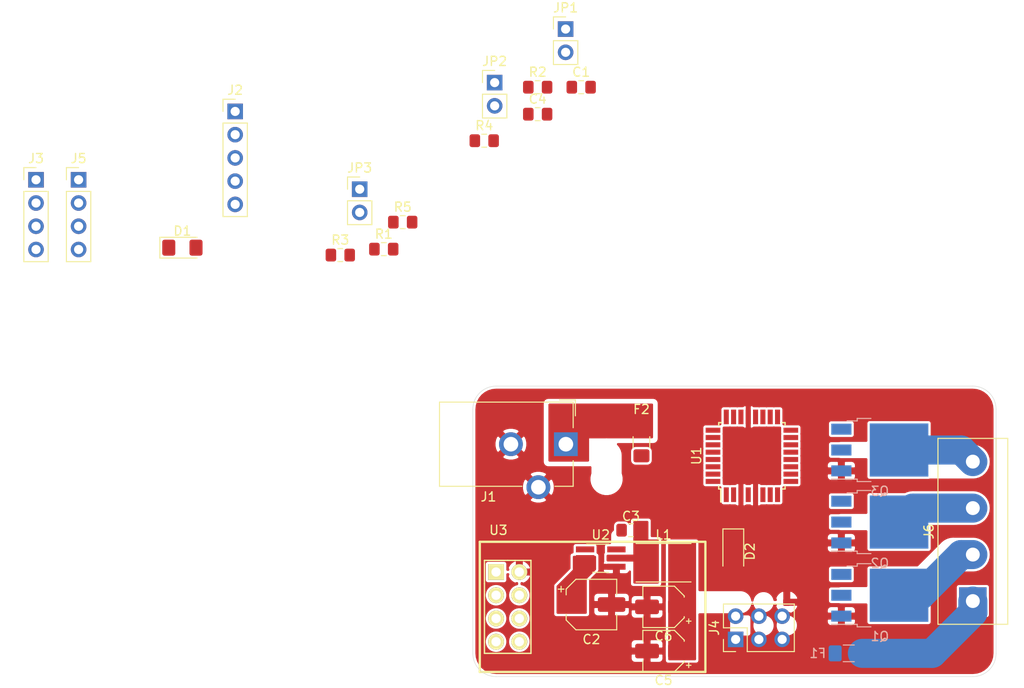
<source format=kicad_pcb>
(kicad_pcb (version 20171130) (host pcbnew "(5.1.6)-1")

  (general
    (thickness 1.6)
    (drawings 8)
    (tracks 10)
    (zones 0)
    (modules 31)
    (nets 42)
  )

  (page A4)
  (layers
    (0 F.Cu signal)
    (31 B.Cu signal)
    (32 B.Adhes user)
    (33 F.Adhes user)
    (34 B.Paste user)
    (35 F.Paste user)
    (36 B.SilkS user)
    (37 F.SilkS user)
    (38 B.Mask user)
    (39 F.Mask user)
    (40 Dwgs.User user)
    (41 Cmts.User user)
    (42 Eco1.User user)
    (43 Eco2.User user)
    (44 Edge.Cuts user)
    (45 Margin user)
    (46 B.CrtYd user)
    (47 F.CrtYd user)
    (48 B.Fab user)
    (49 F.Fab user)
  )

  (setup
    (last_trace_width 1.905)
    (user_trace_width 0.254)
    (user_trace_width 0.381)
    (user_trace_width 0.508)
    (user_trace_width 0.635)
    (user_trace_width 0.889)
    (user_trace_width 1.27)
    (user_trace_width 1.905)
    (user_trace_width 2.54)
    (user_trace_width 2.794)
    (user_trace_width 3.175)
    (user_trace_width 3.81)
    (trace_clearance 0.2)
    (zone_clearance 0.254)
    (zone_45_only no)
    (trace_min 0.2)
    (via_size 0.8)
    (via_drill 0.4)
    (via_min_size 0.4)
    (via_min_drill 0.3)
    (user_via 0.65 0.35)
    (user_via 0.8 0.4)
    (user_via 1 0.6)
    (user_via 1.5 0.8)
    (user_via 2 1.2)
    (user_via 2.25 1.125)
    (user_via 2.5 1.25)
    (user_via 2.999999 1.5)
    (uvia_size 0.3)
    (uvia_drill 0.1)
    (uvias_allowed no)
    (uvia_min_size 0.2)
    (uvia_min_drill 0.1)
    (edge_width 0.05)
    (segment_width 0.2)
    (pcb_text_width 0.3)
    (pcb_text_size 1.5 1.5)
    (mod_edge_width 0.12)
    (mod_text_size 1 1)
    (mod_text_width 0.15)
    (pad_size 1.524 1.524)
    (pad_drill 0.762)
    (pad_to_mask_clearance 0.05)
    (aux_axis_origin 0 0)
    (grid_origin 145.415 96.52)
    (visible_elements 7FFFFFFF)
    (pcbplotparams
      (layerselection 0x010fc_ffffffff)
      (usegerberextensions false)
      (usegerberattributes true)
      (usegerberadvancedattributes true)
      (creategerberjobfile true)
      (excludeedgelayer true)
      (linewidth 0.100000)
      (plotframeref false)
      (viasonmask false)
      (mode 1)
      (useauxorigin false)
      (hpglpennumber 1)
      (hpglpenspeed 20)
      (hpglpendiameter 15.000000)
      (psnegative false)
      (psa4output false)
      (plotreference true)
      (plotvalue true)
      (plotinvisibletext false)
      (padsonsilk false)
      (subtractmaskfromsilk false)
      (outputformat 1)
      (mirror false)
      (drillshape 1)
      (scaleselection 1)
      (outputdirectory ""))
  )

  (net 0 "")
  (net 1 GND)
  (net 2 +3V3)
  (net 3 "Net-(C2-Pad1)")
  (net 4 "Net-(C3-Pad1)")
  (net 5 "Net-(C3-Pad2)")
  (net 6 "Net-(D1-Pad1)")
  (net 7 "Net-(D2-Pad2)")
  (net 8 "Net-(F1-Pad1)")
  (net 9 +12V)
  (net 10 "Net-(J2-Pad1)")
  (net 11 "Net-(J2-Pad2)")
  (net 12 "Net-(J2-Pad3)")
  (net 13 "Net-(J2-Pad4)")
  (net 14 "Net-(J2-Pad5)")
  (net 15 "Net-(J3-Pad1)")
  (net 16 MCU_TX)
  (net 17 MCU_RX)
  (net 18 MISO)
  (net 19 SCK)
  (net 20 MOSI)
  (net 21 ~RST)
  (net 22 ESP_RX)
  (net 23 ESP_TX)
  (net 24 "Net-(J5-Pad1)")
  (net 25 /G)
  (net 26 /R)
  (net 27 /B)
  (net 28 "Net-(JP3-Pad1)")
  (net 29 G_PWM)
  (net 30 R_PWM)
  (net 31 B_PWM)
  (net 32 "Net-(R1-Pad1)")
  (net 33 "Net-(U1-Pad2)")
  (net 34 "Net-(U1-Pad7)")
  (net 35 "Net-(U1-Pad8)")
  (net 36 "Net-(U1-Pad11)")
  (net 37 "Net-(U1-Pad12)")
  (net 38 "Net-(U1-Pad14)")
  (net 39 "Net-(U1-Pad19)")
  (net 40 "Net-(U1-Pad22)")
  (net 41 "Net-(U3-Pad4)")

  (net_class Default "This is the default net class."
    (clearance 0.2)
    (trace_width 0.25)
    (via_dia 0.8)
    (via_drill 0.4)
    (uvia_dia 0.3)
    (uvia_drill 0.1)
    (add_net +12V)
    (add_net +3V3)
    (add_net /B)
    (add_net /G)
    (add_net /R)
    (add_net B_PWM)
    (add_net ESP_RX)
    (add_net ESP_TX)
    (add_net GND)
    (add_net G_PWM)
    (add_net MCU_RX)
    (add_net MCU_TX)
    (add_net MISO)
    (add_net MOSI)
    (add_net "Net-(C2-Pad1)")
    (add_net "Net-(C3-Pad1)")
    (add_net "Net-(C3-Pad2)")
    (add_net "Net-(D1-Pad1)")
    (add_net "Net-(D2-Pad2)")
    (add_net "Net-(F1-Pad1)")
    (add_net "Net-(J2-Pad1)")
    (add_net "Net-(J2-Pad2)")
    (add_net "Net-(J2-Pad3)")
    (add_net "Net-(J2-Pad4)")
    (add_net "Net-(J2-Pad5)")
    (add_net "Net-(J3-Pad1)")
    (add_net "Net-(J5-Pad1)")
    (add_net "Net-(JP3-Pad1)")
    (add_net "Net-(R1-Pad1)")
    (add_net "Net-(U1-Pad11)")
    (add_net "Net-(U1-Pad12)")
    (add_net "Net-(U1-Pad14)")
    (add_net "Net-(U1-Pad19)")
    (add_net "Net-(U1-Pad2)")
    (add_net "Net-(U1-Pad22)")
    (add_net "Net-(U1-Pad7)")
    (add_net "Net-(U1-Pad8)")
    (add_net "Net-(U3-Pad4)")
    (add_net R_PWM)
    (add_net SCK)
    (add_net ~RST)
  )

  (module Capacitor_SMD:C_0805_2012Metric_Pad1.15x1.40mm_HandSolder (layer F.Cu) (tedit 5B36C52B) (tstamp 5F8E5903)
    (at 138.835001 56.230001)
    (descr "Capacitor SMD 0805 (2012 Metric), square (rectangular) end terminal, IPC_7351 nominal with elongated pad for handsoldering. (Body size source: https://docs.google.com/spreadsheets/d/1BsfQQcO9C6DZCsRaXUlFlo91Tg2WpOkGARC1WS5S8t0/edit?usp=sharing), generated with kicad-footprint-generator")
    (tags "capacitor handsolder")
    (path /5F92F9F6)
    (attr smd)
    (fp_text reference C1 (at 0 -1.65) (layer F.SilkS)
      (effects (font (size 1 1) (thickness 0.15)))
    )
    (fp_text value 0.1uF (at 0 1.65) (layer F.Fab)
      (effects (font (size 1 1) (thickness 0.15)))
    )
    (fp_line (start -1 0.6) (end -1 -0.6) (layer F.Fab) (width 0.1))
    (fp_line (start -1 -0.6) (end 1 -0.6) (layer F.Fab) (width 0.1))
    (fp_line (start 1 -0.6) (end 1 0.6) (layer F.Fab) (width 0.1))
    (fp_line (start 1 0.6) (end -1 0.6) (layer F.Fab) (width 0.1))
    (fp_line (start -0.261252 -0.71) (end 0.261252 -0.71) (layer F.SilkS) (width 0.12))
    (fp_line (start -0.261252 0.71) (end 0.261252 0.71) (layer F.SilkS) (width 0.12))
    (fp_line (start -1.85 0.95) (end -1.85 -0.95) (layer F.CrtYd) (width 0.05))
    (fp_line (start -1.85 -0.95) (end 1.85 -0.95) (layer F.CrtYd) (width 0.05))
    (fp_line (start 1.85 -0.95) (end 1.85 0.95) (layer F.CrtYd) (width 0.05))
    (fp_line (start 1.85 0.95) (end -1.85 0.95) (layer F.CrtYd) (width 0.05))
    (fp_text user %R (at 0 0) (layer F.Fab)
      (effects (font (size 0.5 0.5) (thickness 0.08)))
    )
    (pad 2 smd roundrect (at 1.025 0) (size 1.15 1.4) (layers F.Cu F.Paste F.Mask) (roundrect_rratio 0.217391)
      (net 1 GND))
    (pad 1 smd roundrect (at -1.025 0) (size 1.15 1.4) (layers F.Cu F.Paste F.Mask) (roundrect_rratio 0.217391)
      (net 2 +3V3))
    (model ${KISYS3DMOD}/Capacitor_SMD.3dshapes/C_0805_2012Metric.wrl
      (at (xyz 0 0 0))
      (scale (xyz 1 1 1))
      (rotate (xyz 0 0 0))
    )
  )

  (module Capacitor_SMD:CP_Elec_5x5.3 (layer F.Cu) (tedit 5BCA39CF) (tstamp 5F8E592B)
    (at 139.954 112.776)
    (descr "SMD capacitor, aluminum electrolytic, Nichicon, 5.0x5.3mm")
    (tags "capacitor electrolytic")
    (path /5F8E100B)
    (attr smd)
    (fp_text reference C2 (at 0 3.81) (layer F.SilkS)
      (effects (font (size 1 1) (thickness 0.15)))
    )
    (fp_text value 10uF (at 0 3.7) (layer F.Fab)
      (effects (font (size 1 1) (thickness 0.15)))
    )
    (fp_line (start -3.95 1.05) (end -2.9 1.05) (layer F.CrtYd) (width 0.05))
    (fp_line (start -3.95 -1.05) (end -3.95 1.05) (layer F.CrtYd) (width 0.05))
    (fp_line (start -2.9 -1.05) (end -3.95 -1.05) (layer F.CrtYd) (width 0.05))
    (fp_line (start -2.9 1.05) (end -2.9 1.75) (layer F.CrtYd) (width 0.05))
    (fp_line (start -2.9 -1.75) (end -2.9 -1.05) (layer F.CrtYd) (width 0.05))
    (fp_line (start -2.9 -1.75) (end -1.75 -2.9) (layer F.CrtYd) (width 0.05))
    (fp_line (start -2.9 1.75) (end -1.75 2.9) (layer F.CrtYd) (width 0.05))
    (fp_line (start -1.75 -2.9) (end 2.9 -2.9) (layer F.CrtYd) (width 0.05))
    (fp_line (start -1.75 2.9) (end 2.9 2.9) (layer F.CrtYd) (width 0.05))
    (fp_line (start 2.9 1.05) (end 2.9 2.9) (layer F.CrtYd) (width 0.05))
    (fp_line (start 3.95 1.05) (end 2.9 1.05) (layer F.CrtYd) (width 0.05))
    (fp_line (start 3.95 -1.05) (end 3.95 1.05) (layer F.CrtYd) (width 0.05))
    (fp_line (start 2.9 -1.05) (end 3.95 -1.05) (layer F.CrtYd) (width 0.05))
    (fp_line (start 2.9 -2.9) (end 2.9 -1.05) (layer F.CrtYd) (width 0.05))
    (fp_line (start -3.3125 -1.9975) (end -3.3125 -1.3725) (layer F.SilkS) (width 0.12))
    (fp_line (start -3.625 -1.685) (end -3 -1.685) (layer F.SilkS) (width 0.12))
    (fp_line (start -2.76 1.695563) (end -1.695563 2.76) (layer F.SilkS) (width 0.12))
    (fp_line (start -2.76 -1.695563) (end -1.695563 -2.76) (layer F.SilkS) (width 0.12))
    (fp_line (start -2.76 -1.695563) (end -2.76 -1.06) (layer F.SilkS) (width 0.12))
    (fp_line (start -2.76 1.695563) (end -2.76 1.06) (layer F.SilkS) (width 0.12))
    (fp_line (start -1.695563 2.76) (end 2.76 2.76) (layer F.SilkS) (width 0.12))
    (fp_line (start -1.695563 -2.76) (end 2.76 -2.76) (layer F.SilkS) (width 0.12))
    (fp_line (start 2.76 -2.76) (end 2.76 -1.06) (layer F.SilkS) (width 0.12))
    (fp_line (start 2.76 2.76) (end 2.76 1.06) (layer F.SilkS) (width 0.12))
    (fp_line (start -1.783956 -1.45) (end -1.783956 -0.95) (layer F.Fab) (width 0.1))
    (fp_line (start -2.033956 -1.2) (end -1.533956 -1.2) (layer F.Fab) (width 0.1))
    (fp_line (start -2.65 1.65) (end -1.65 2.65) (layer F.Fab) (width 0.1))
    (fp_line (start -2.65 -1.65) (end -1.65 -2.65) (layer F.Fab) (width 0.1))
    (fp_line (start -2.65 -1.65) (end -2.65 1.65) (layer F.Fab) (width 0.1))
    (fp_line (start -1.65 2.65) (end 2.65 2.65) (layer F.Fab) (width 0.1))
    (fp_line (start -1.65 -2.65) (end 2.65 -2.65) (layer F.Fab) (width 0.1))
    (fp_line (start 2.65 -2.65) (end 2.65 2.65) (layer F.Fab) (width 0.1))
    (fp_circle (center 0 0) (end 2.5 0) (layer F.Fab) (width 0.1))
    (fp_text user %R (at 0 0) (layer F.Fab)
      (effects (font (size 1 1) (thickness 0.15)))
    )
    (pad 1 smd roundrect (at -2.2 0) (size 3 1.6) (layers F.Cu F.Paste F.Mask) (roundrect_rratio 0.15625)
      (net 3 "Net-(C2-Pad1)"))
    (pad 2 smd roundrect (at 2.2 0) (size 3 1.6) (layers F.Cu F.Paste F.Mask) (roundrect_rratio 0.15625)
      (net 1 GND))
    (model ${KISYS3DMOD}/Capacitor_SMD.3dshapes/CP_Elec_5x5.3.wrl
      (at (xyz 0 0 0))
      (scale (xyz 1 1 1))
      (rotate (xyz 0 0 0))
    )
  )

  (module Capacitor_SMD:C_0805_2012Metric_Pad1.15x1.40mm_HandSolder (layer F.Cu) (tedit 5B36C52B) (tstamp 5F8E593C)
    (at 144.272 104.648 180)
    (descr "Capacitor SMD 0805 (2012 Metric), square (rectangular) end terminal, IPC_7351 nominal with elongated pad for handsoldering. (Body size source: https://docs.google.com/spreadsheets/d/1BsfQQcO9C6DZCsRaXUlFlo91Tg2WpOkGARC1WS5S8t0/edit?usp=sharing), generated with kicad-footprint-generator")
    (tags "capacitor handsolder")
    (path /5F8E9D8B)
    (attr smd)
    (fp_text reference C3 (at 0 1.524) (layer F.SilkS)
      (effects (font (size 1 1) (thickness 0.15)))
    )
    (fp_text value 0.1uF (at 0 1.65) (layer F.Fab)
      (effects (font (size 1 1) (thickness 0.15)))
    )
    (fp_line (start 1.85 0.95) (end -1.85 0.95) (layer F.CrtYd) (width 0.05))
    (fp_line (start 1.85 -0.95) (end 1.85 0.95) (layer F.CrtYd) (width 0.05))
    (fp_line (start -1.85 -0.95) (end 1.85 -0.95) (layer F.CrtYd) (width 0.05))
    (fp_line (start -1.85 0.95) (end -1.85 -0.95) (layer F.CrtYd) (width 0.05))
    (fp_line (start -0.261252 0.71) (end 0.261252 0.71) (layer F.SilkS) (width 0.12))
    (fp_line (start -0.261252 -0.71) (end 0.261252 -0.71) (layer F.SilkS) (width 0.12))
    (fp_line (start 1 0.6) (end -1 0.6) (layer F.Fab) (width 0.1))
    (fp_line (start 1 -0.6) (end 1 0.6) (layer F.Fab) (width 0.1))
    (fp_line (start -1 -0.6) (end 1 -0.6) (layer F.Fab) (width 0.1))
    (fp_line (start -1 0.6) (end -1 -0.6) (layer F.Fab) (width 0.1))
    (fp_text user %R (at 0.009 0) (layer F.Fab)
      (effects (font (size 0.5 0.5) (thickness 0.08)))
    )
    (pad 1 smd roundrect (at -1.025 0 180) (size 1.15 1.4) (layers F.Cu F.Paste F.Mask) (roundrect_rratio 0.217391)
      (net 4 "Net-(C3-Pad1)"))
    (pad 2 smd roundrect (at 1.025 0 180) (size 1.15 1.4) (layers F.Cu F.Paste F.Mask) (roundrect_rratio 0.217391)
      (net 5 "Net-(C3-Pad2)"))
    (model ${KISYS3DMOD}/Capacitor_SMD.3dshapes/C_0805_2012Metric.wrl
      (at (xyz 0 0 0))
      (scale (xyz 1 1 1))
      (rotate (xyz 0 0 0))
    )
  )

  (module Capacitor_SMD:C_0805_2012Metric_Pad1.15x1.40mm_HandSolder (layer F.Cu) (tedit 5B36C52B) (tstamp 5F8E594D)
    (at 134.085001 59.180001)
    (descr "Capacitor SMD 0805 (2012 Metric), square (rectangular) end terminal, IPC_7351 nominal with elongated pad for handsoldering. (Body size source: https://docs.google.com/spreadsheets/d/1BsfQQcO9C6DZCsRaXUlFlo91Tg2WpOkGARC1WS5S8t0/edit?usp=sharing), generated with kicad-footprint-generator")
    (tags "capacitor handsolder")
    (path /5FA0ED00)
    (attr smd)
    (fp_text reference C4 (at 0 -1.65) (layer F.SilkS)
      (effects (font (size 1 1) (thickness 0.15)))
    )
    (fp_text value 0.1uF (at 0 1.65) (layer F.Fab)
      (effects (font (size 1 1) (thickness 0.15)))
    )
    (fp_line (start 1.85 0.95) (end -1.85 0.95) (layer F.CrtYd) (width 0.05))
    (fp_line (start 1.85 -0.95) (end 1.85 0.95) (layer F.CrtYd) (width 0.05))
    (fp_line (start -1.85 -0.95) (end 1.85 -0.95) (layer F.CrtYd) (width 0.05))
    (fp_line (start -1.85 0.95) (end -1.85 -0.95) (layer F.CrtYd) (width 0.05))
    (fp_line (start -0.261252 0.71) (end 0.261252 0.71) (layer F.SilkS) (width 0.12))
    (fp_line (start -0.261252 -0.71) (end 0.261252 -0.71) (layer F.SilkS) (width 0.12))
    (fp_line (start 1 0.6) (end -1 0.6) (layer F.Fab) (width 0.1))
    (fp_line (start 1 -0.6) (end 1 0.6) (layer F.Fab) (width 0.1))
    (fp_line (start -1 -0.6) (end 1 -0.6) (layer F.Fab) (width 0.1))
    (fp_line (start -1 0.6) (end -1 -0.6) (layer F.Fab) (width 0.1))
    (fp_text user %R (at 0 0) (layer F.Fab)
      (effects (font (size 0.5 0.5) (thickness 0.08)))
    )
    (pad 1 smd roundrect (at -1.025 0) (size 1.15 1.4) (layers F.Cu F.Paste F.Mask) (roundrect_rratio 0.217391)
      (net 2 +3V3))
    (pad 2 smd roundrect (at 1.025 0) (size 1.15 1.4) (layers F.Cu F.Paste F.Mask) (roundrect_rratio 0.217391)
      (net 1 GND))
    (model ${KISYS3DMOD}/Capacitor_SMD.3dshapes/C_0805_2012Metric.wrl
      (at (xyz 0 0 0))
      (scale (xyz 1 1 1))
      (rotate (xyz 0 0 0))
    )
  )

  (module Capacitor_SMD:CP_Elec_4x4.5 (layer F.Cu) (tedit 5BCA39CF) (tstamp 5F8E5975)
    (at 147.828 117.856 180)
    (descr "SMD capacitor, aluminum electrolytic, Nichicon, 4.0x4.5mm")
    (tags "capacitor electrolytic")
    (path /5F8EE4E5)
    (attr smd)
    (fp_text reference C5 (at 0 -3.2) (layer F.SilkS)
      (effects (font (size 1 1) (thickness 0.15)))
    )
    (fp_text value 22uF (at 0 3.2) (layer F.Fab)
      (effects (font (size 1 1) (thickness 0.15)))
    )
    (fp_circle (center 0 0) (end 2 0) (layer F.Fab) (width 0.1))
    (fp_line (start 2.15 -2.15) (end 2.15 2.15) (layer F.Fab) (width 0.1))
    (fp_line (start -1.15 -2.15) (end 2.15 -2.15) (layer F.Fab) (width 0.1))
    (fp_line (start -1.15 2.15) (end 2.15 2.15) (layer F.Fab) (width 0.1))
    (fp_line (start -2.15 -1.15) (end -2.15 1.15) (layer F.Fab) (width 0.1))
    (fp_line (start -2.15 -1.15) (end -1.15 -2.15) (layer F.Fab) (width 0.1))
    (fp_line (start -2.15 1.15) (end -1.15 2.15) (layer F.Fab) (width 0.1))
    (fp_line (start -1.574773 -1) (end -1.174773 -1) (layer F.Fab) (width 0.1))
    (fp_line (start -1.374773 -1.2) (end -1.374773 -0.8) (layer F.Fab) (width 0.1))
    (fp_line (start 2.26 2.26) (end 2.26 1.06) (layer F.SilkS) (width 0.12))
    (fp_line (start 2.26 -2.26) (end 2.26 -1.06) (layer F.SilkS) (width 0.12))
    (fp_line (start -1.195563 -2.26) (end 2.26 -2.26) (layer F.SilkS) (width 0.12))
    (fp_line (start -1.195563 2.26) (end 2.26 2.26) (layer F.SilkS) (width 0.12))
    (fp_line (start -2.26 1.195563) (end -2.26 1.06) (layer F.SilkS) (width 0.12))
    (fp_line (start -2.26 -1.195563) (end -2.26 -1.06) (layer F.SilkS) (width 0.12))
    (fp_line (start -2.26 -1.195563) (end -1.195563 -2.26) (layer F.SilkS) (width 0.12))
    (fp_line (start -2.26 1.195563) (end -1.195563 2.26) (layer F.SilkS) (width 0.12))
    (fp_line (start -3 -1.56) (end -2.5 -1.56) (layer F.SilkS) (width 0.12))
    (fp_line (start -2.75 -1.81) (end -2.75 -1.31) (layer F.SilkS) (width 0.12))
    (fp_line (start 2.4 -2.4) (end 2.4 -1.05) (layer F.CrtYd) (width 0.05))
    (fp_line (start 2.4 -1.05) (end 3.35 -1.05) (layer F.CrtYd) (width 0.05))
    (fp_line (start 3.35 -1.05) (end 3.35 1.05) (layer F.CrtYd) (width 0.05))
    (fp_line (start 3.35 1.05) (end 2.4 1.05) (layer F.CrtYd) (width 0.05))
    (fp_line (start 2.4 1.05) (end 2.4 2.4) (layer F.CrtYd) (width 0.05))
    (fp_line (start -1.25 2.4) (end 2.4 2.4) (layer F.CrtYd) (width 0.05))
    (fp_line (start -1.25 -2.4) (end 2.4 -2.4) (layer F.CrtYd) (width 0.05))
    (fp_line (start -2.4 1.25) (end -1.25 2.4) (layer F.CrtYd) (width 0.05))
    (fp_line (start -2.4 -1.25) (end -1.25 -2.4) (layer F.CrtYd) (width 0.05))
    (fp_line (start -2.4 -1.25) (end -2.4 -1.05) (layer F.CrtYd) (width 0.05))
    (fp_line (start -2.4 1.05) (end -2.4 1.25) (layer F.CrtYd) (width 0.05))
    (fp_line (start -2.4 -1.05) (end -3.35 -1.05) (layer F.CrtYd) (width 0.05))
    (fp_line (start -3.35 -1.05) (end -3.35 1.05) (layer F.CrtYd) (width 0.05))
    (fp_line (start -3.35 1.05) (end -2.4 1.05) (layer F.CrtYd) (width 0.05))
    (fp_text user %R (at 0 0) (layer F.Fab)
      (effects (font (size 0.8 0.8) (thickness 0.12)))
    )
    (pad 2 smd roundrect (at 1.8 0 180) (size 2.6 1.6) (layers F.Cu F.Paste F.Mask) (roundrect_rratio 0.15625)
      (net 1 GND))
    (pad 1 smd roundrect (at -1.8 0 180) (size 2.6 1.6) (layers F.Cu F.Paste F.Mask) (roundrect_rratio 0.15625)
      (net 2 +3V3))
    (model ${KISYS3DMOD}/Capacitor_SMD.3dshapes/CP_Elec_4x4.5.wrl
      (at (xyz 0 0 0))
      (scale (xyz 1 1 1))
      (rotate (xyz 0 0 0))
    )
  )

  (module Capacitor_SMD:CP_Elec_4x4.5 (layer F.Cu) (tedit 5BCA39CF) (tstamp 5F8E599D)
    (at 147.828 113.03 180)
    (descr "SMD capacitor, aluminum electrolytic, Nichicon, 4.0x4.5mm")
    (tags "capacitor electrolytic")
    (path /5F8F7EB9)
    (attr smd)
    (fp_text reference C6 (at 0 -3.2) (layer F.SilkS)
      (effects (font (size 1 1) (thickness 0.15)))
    )
    (fp_text value 22uF (at 0 3.2) (layer F.Fab)
      (effects (font (size 1 1) (thickness 0.15)))
    )
    (fp_line (start -3.35 1.05) (end -2.4 1.05) (layer F.CrtYd) (width 0.05))
    (fp_line (start -3.35 -1.05) (end -3.35 1.05) (layer F.CrtYd) (width 0.05))
    (fp_line (start -2.4 -1.05) (end -3.35 -1.05) (layer F.CrtYd) (width 0.05))
    (fp_line (start -2.4 1.05) (end -2.4 1.25) (layer F.CrtYd) (width 0.05))
    (fp_line (start -2.4 -1.25) (end -2.4 -1.05) (layer F.CrtYd) (width 0.05))
    (fp_line (start -2.4 -1.25) (end -1.25 -2.4) (layer F.CrtYd) (width 0.05))
    (fp_line (start -2.4 1.25) (end -1.25 2.4) (layer F.CrtYd) (width 0.05))
    (fp_line (start -1.25 -2.4) (end 2.4 -2.4) (layer F.CrtYd) (width 0.05))
    (fp_line (start -1.25 2.4) (end 2.4 2.4) (layer F.CrtYd) (width 0.05))
    (fp_line (start 2.4 1.05) (end 2.4 2.4) (layer F.CrtYd) (width 0.05))
    (fp_line (start 3.35 1.05) (end 2.4 1.05) (layer F.CrtYd) (width 0.05))
    (fp_line (start 3.35 -1.05) (end 3.35 1.05) (layer F.CrtYd) (width 0.05))
    (fp_line (start 2.4 -1.05) (end 3.35 -1.05) (layer F.CrtYd) (width 0.05))
    (fp_line (start 2.4 -2.4) (end 2.4 -1.05) (layer F.CrtYd) (width 0.05))
    (fp_line (start -2.75 -1.81) (end -2.75 -1.31) (layer F.SilkS) (width 0.12))
    (fp_line (start -3 -1.56) (end -2.5 -1.56) (layer F.SilkS) (width 0.12))
    (fp_line (start -2.26 1.195563) (end -1.195563 2.26) (layer F.SilkS) (width 0.12))
    (fp_line (start -2.26 -1.195563) (end -1.195563 -2.26) (layer F.SilkS) (width 0.12))
    (fp_line (start -2.26 -1.195563) (end -2.26 -1.06) (layer F.SilkS) (width 0.12))
    (fp_line (start -2.26 1.195563) (end -2.26 1.06) (layer F.SilkS) (width 0.12))
    (fp_line (start -1.195563 2.26) (end 2.26 2.26) (layer F.SilkS) (width 0.12))
    (fp_line (start -1.195563 -2.26) (end 2.26 -2.26) (layer F.SilkS) (width 0.12))
    (fp_line (start 2.26 -2.26) (end 2.26 -1.06) (layer F.SilkS) (width 0.12))
    (fp_line (start 2.26 2.26) (end 2.26 1.06) (layer F.SilkS) (width 0.12))
    (fp_line (start -1.374773 -1.2) (end -1.374773 -0.8) (layer F.Fab) (width 0.1))
    (fp_line (start -1.574773 -1) (end -1.174773 -1) (layer F.Fab) (width 0.1))
    (fp_line (start -2.15 1.15) (end -1.15 2.15) (layer F.Fab) (width 0.1))
    (fp_line (start -2.15 -1.15) (end -1.15 -2.15) (layer F.Fab) (width 0.1))
    (fp_line (start -2.15 -1.15) (end -2.15 1.15) (layer F.Fab) (width 0.1))
    (fp_line (start -1.15 2.15) (end 2.15 2.15) (layer F.Fab) (width 0.1))
    (fp_line (start -1.15 -2.15) (end 2.15 -2.15) (layer F.Fab) (width 0.1))
    (fp_line (start 2.15 -2.15) (end 2.15 2.15) (layer F.Fab) (width 0.1))
    (fp_circle (center 0 0) (end 2 0) (layer F.Fab) (width 0.1))
    (fp_text user %R (at 0 0) (layer F.Fab)
      (effects (font (size 0.8 0.8) (thickness 0.12)))
    )
    (pad 1 smd roundrect (at -1.8 0 180) (size 2.6 1.6) (layers F.Cu F.Paste F.Mask) (roundrect_rratio 0.15625)
      (net 2 +3V3))
    (pad 2 smd roundrect (at 1.8 0 180) (size 2.6 1.6) (layers F.Cu F.Paste F.Mask) (roundrect_rratio 0.15625)
      (net 1 GND))
    (model ${KISYS3DMOD}/Capacitor_SMD.3dshapes/CP_Elec_4x4.5.wrl
      (at (xyz 0 0 0))
      (scale (xyz 1 1 1))
      (rotate (xyz 0 0 0))
    )
  )

  (module LED_SMD:LED_1206_3216Metric_Pad1.42x1.75mm_HandSolder (layer F.Cu) (tedit 5B4B45C9) (tstamp 5F8E59B0)
    (at 95.280001 73.770001)
    (descr "LED SMD 1206 (3216 Metric), square (rectangular) end terminal, IPC_7351 nominal, (Body size source: http://www.tortai-tech.com/upload/download/2011102023233369053.pdf), generated with kicad-footprint-generator")
    (tags "LED handsolder")
    (path /5FA30814)
    (attr smd)
    (fp_text reference D1 (at 0 -1.82) (layer F.SilkS)
      (effects (font (size 1 1) (thickness 0.15)))
    )
    (fp_text value STAT (at 0 1.82) (layer F.Fab)
      (effects (font (size 1 1) (thickness 0.15)))
    )
    (fp_line (start 1.6 -0.8) (end -1.2 -0.8) (layer F.Fab) (width 0.1))
    (fp_line (start -1.2 -0.8) (end -1.6 -0.4) (layer F.Fab) (width 0.1))
    (fp_line (start -1.6 -0.4) (end -1.6 0.8) (layer F.Fab) (width 0.1))
    (fp_line (start -1.6 0.8) (end 1.6 0.8) (layer F.Fab) (width 0.1))
    (fp_line (start 1.6 0.8) (end 1.6 -0.8) (layer F.Fab) (width 0.1))
    (fp_line (start 1.6 -1.135) (end -2.46 -1.135) (layer F.SilkS) (width 0.12))
    (fp_line (start -2.46 -1.135) (end -2.46 1.135) (layer F.SilkS) (width 0.12))
    (fp_line (start -2.46 1.135) (end 1.6 1.135) (layer F.SilkS) (width 0.12))
    (fp_line (start -2.45 1.12) (end -2.45 -1.12) (layer F.CrtYd) (width 0.05))
    (fp_line (start -2.45 -1.12) (end 2.45 -1.12) (layer F.CrtYd) (width 0.05))
    (fp_line (start 2.45 -1.12) (end 2.45 1.12) (layer F.CrtYd) (width 0.05))
    (fp_line (start 2.45 1.12) (end -2.45 1.12) (layer F.CrtYd) (width 0.05))
    (fp_text user %R (at 0 0) (layer F.Fab)
      (effects (font (size 0.8 0.8) (thickness 0.12)))
    )
    (pad 2 smd roundrect (at 1.4875 0) (size 1.425 1.75) (layers F.Cu F.Paste F.Mask) (roundrect_rratio 0.175439)
      (net 2 +3V3))
    (pad 1 smd roundrect (at -1.4875 0) (size 1.425 1.75) (layers F.Cu F.Paste F.Mask) (roundrect_rratio 0.175439)
      (net 6 "Net-(D1-Pad1)"))
    (model ${KISYS3DMOD}/LED_SMD.3dshapes/LED_1206_3216Metric.wrl
      (at (xyz 0 0 0))
      (scale (xyz 1 1 1))
      (rotate (xyz 0 0 0))
    )
  )

  (module LED_SMD:LED_1206_3216Metric_Pad1.42x1.75mm_HandSolder (layer F.Cu) (tedit 5B4B45C9) (tstamp 5F8E59C3)
    (at 155.448 106.9705 270)
    (descr "LED SMD 1206 (3216 Metric), square (rectangular) end terminal, IPC_7351 nominal, (Body size source: http://www.tortai-tech.com/upload/download/2011102023233369053.pdf), generated with kicad-footprint-generator")
    (tags "LED handsolder")
    (path /5FA2F90E)
    (attr smd)
    (fp_text reference D2 (at 0 -1.82 90) (layer F.SilkS)
      (effects (font (size 1 1) (thickness 0.15)))
    )
    (fp_text value PWR (at 0 1.82 90) (layer F.Fab)
      (effects (font (size 1 1) (thickness 0.15)))
    )
    (fp_line (start 2.45 1.12) (end -2.45 1.12) (layer F.CrtYd) (width 0.05))
    (fp_line (start 2.45 -1.12) (end 2.45 1.12) (layer F.CrtYd) (width 0.05))
    (fp_line (start -2.45 -1.12) (end 2.45 -1.12) (layer F.CrtYd) (width 0.05))
    (fp_line (start -2.45 1.12) (end -2.45 -1.12) (layer F.CrtYd) (width 0.05))
    (fp_line (start -2.46 1.135) (end 1.6 1.135) (layer F.SilkS) (width 0.12))
    (fp_line (start -2.46 -1.135) (end -2.46 1.135) (layer F.SilkS) (width 0.12))
    (fp_line (start 1.6 -1.135) (end -2.46 -1.135) (layer F.SilkS) (width 0.12))
    (fp_line (start 1.6 0.8) (end 1.6 -0.8) (layer F.Fab) (width 0.1))
    (fp_line (start -1.6 0.8) (end 1.6 0.8) (layer F.Fab) (width 0.1))
    (fp_line (start -1.6 -0.4) (end -1.6 0.8) (layer F.Fab) (width 0.1))
    (fp_line (start -1.2 -0.8) (end -1.6 -0.4) (layer F.Fab) (width 0.1))
    (fp_line (start 1.6 -0.8) (end -1.2 -0.8) (layer F.Fab) (width 0.1))
    (fp_text user %R (at 0 0 90) (layer F.Fab)
      (effects (font (size 0.8 0.8) (thickness 0.12)))
    )
    (pad 1 smd roundrect (at -1.4875 0 270) (size 1.425 1.75) (layers F.Cu F.Paste F.Mask) (roundrect_rratio 0.175439)
      (net 1 GND))
    (pad 2 smd roundrect (at 1.4875 0 270) (size 1.425 1.75) (layers F.Cu F.Paste F.Mask) (roundrect_rratio 0.175439)
      (net 7 "Net-(D2-Pad2)"))
    (model ${KISYS3DMOD}/LED_SMD.3dshapes/LED_1206_3216Metric.wrl
      (at (xyz 0 0 0))
      (scale (xyz 1 1 1))
      (rotate (xyz 0 0 0))
    )
  )

  (module Fuse:Fuse_1206_3216Metric_Pad1.42x1.75mm_HandSolder (layer B.Cu) (tedit 5B301BBE) (tstamp 5F8E59D4)
    (at 168.0575 118.11)
    (descr "Fuse SMD 1206 (3216 Metric), square (rectangular) end terminal, IPC_7351 nominal with elongated pad for handsoldering. (Body size source: http://www.tortai-tech.com/upload/download/2011102023233369053.pdf), generated with kicad-footprint-generator")
    (tags "resistor handsolder")
    (path /5F8E5995)
    (attr smd)
    (fp_text reference F1 (at -3.3925 0) (layer B.SilkS)
      (effects (font (size 1 1) (thickness 0.15)) (justify mirror))
    )
    (fp_text value 4A (at 0 -1.82 180) (layer B.Fab)
      (effects (font (size 1 1) (thickness 0.15)) (justify mirror))
    )
    (fp_line (start 2.45 -1.12) (end -2.45 -1.12) (layer B.CrtYd) (width 0.05))
    (fp_line (start 2.45 1.12) (end 2.45 -1.12) (layer B.CrtYd) (width 0.05))
    (fp_line (start -2.45 1.12) (end 2.45 1.12) (layer B.CrtYd) (width 0.05))
    (fp_line (start -2.45 -1.12) (end -2.45 1.12) (layer B.CrtYd) (width 0.05))
    (fp_line (start -0.602064 -0.91) (end 0.602064 -0.91) (layer B.SilkS) (width 0.12))
    (fp_line (start -0.602064 0.91) (end 0.602064 0.91) (layer B.SilkS) (width 0.12))
    (fp_line (start 1.6 -0.8) (end -1.6 -0.8) (layer B.Fab) (width 0.1))
    (fp_line (start 1.6 0.8) (end 1.6 -0.8) (layer B.Fab) (width 0.1))
    (fp_line (start -1.6 0.8) (end 1.6 0.8) (layer B.Fab) (width 0.1))
    (fp_line (start -1.6 -0.8) (end -1.6 0.8) (layer B.Fab) (width 0.1))
    (fp_text user %R (at 0 0 180) (layer B.Fab)
      (effects (font (size 0.8 0.8) (thickness 0.12)) (justify mirror))
    )
    (pad 1 smd roundrect (at -1.4875 0) (size 1.425 1.75) (layers B.Cu B.Paste B.Mask) (roundrect_rratio 0.175439)
      (net 8 "Net-(F1-Pad1)"))
    (pad 2 smd roundrect (at 1.4875 0) (size 1.425 1.75) (layers B.Cu B.Paste B.Mask) (roundrect_rratio 0.175439)
      (net 9 +12V))
    (model ${KISYS3DMOD}/Fuse.3dshapes/Fuse_1206_3216Metric.wrl
      (at (xyz 0 0 0))
      (scale (xyz 1 1 1))
      (rotate (xyz 0 0 0))
    )
  )

  (module Fuse:Fuse_1206_3216Metric_Pad1.42x1.75mm_HandSolder (layer F.Cu) (tedit 5B301BBE) (tstamp 5F8E59E5)
    (at 145.415 95.0325 270)
    (descr "Fuse SMD 1206 (3216 Metric), square (rectangular) end terminal, IPC_7351 nominal with elongated pad for handsoldering. (Body size source: http://www.tortai-tech.com/upload/download/2011102023233369053.pdf), generated with kicad-footprint-generator")
    (tags "resistor handsolder")
    (path /5F8E3151)
    (attr smd)
    (fp_text reference F2 (at -3.5925 0 180) (layer F.SilkS)
      (effects (font (size 1 1) (thickness 0.15)))
    )
    (fp_text value 500mA (at 0 1.82 90) (layer F.Fab)
      (effects (font (size 1 1) (thickness 0.15)))
    )
    (fp_line (start -1.6 0.8) (end -1.6 -0.8) (layer F.Fab) (width 0.1))
    (fp_line (start -1.6 -0.8) (end 1.6 -0.8) (layer F.Fab) (width 0.1))
    (fp_line (start 1.6 -0.8) (end 1.6 0.8) (layer F.Fab) (width 0.1))
    (fp_line (start 1.6 0.8) (end -1.6 0.8) (layer F.Fab) (width 0.1))
    (fp_line (start -0.602064 -0.91) (end 0.602064 -0.91) (layer F.SilkS) (width 0.12))
    (fp_line (start -0.602064 0.91) (end 0.602064 0.91) (layer F.SilkS) (width 0.12))
    (fp_line (start -2.45 1.12) (end -2.45 -1.12) (layer F.CrtYd) (width 0.05))
    (fp_line (start -2.45 -1.12) (end 2.45 -1.12) (layer F.CrtYd) (width 0.05))
    (fp_line (start 2.45 -1.12) (end 2.45 1.12) (layer F.CrtYd) (width 0.05))
    (fp_line (start 2.45 1.12) (end -2.45 1.12) (layer F.CrtYd) (width 0.05))
    (fp_text user %R (at 0 0 90) (layer F.Fab)
      (effects (font (size 0.8 0.8) (thickness 0.12)))
    )
    (pad 2 smd roundrect (at 1.4875 0 270) (size 1.425 1.75) (layers F.Cu F.Paste F.Mask) (roundrect_rratio 0.175439)
      (net 3 "Net-(C2-Pad1)"))
    (pad 1 smd roundrect (at -1.4875 0 270) (size 1.425 1.75) (layers F.Cu F.Paste F.Mask) (roundrect_rratio 0.175439)
      (net 8 "Net-(F1-Pad1)"))
    (model ${KISYS3DMOD}/Fuse.3dshapes/Fuse_1206_3216Metric.wrl
      (at (xyz 0 0 0))
      (scale (xyz 1 1 1))
      (rotate (xyz 0 0 0))
    )
  )

  (module Connector_BarrelJack:BarrelJack_CUI_PJ-102AH_Horizontal (layer F.Cu) (tedit 5A1DBF38) (tstamp 5F8E5A07)
    (at 137.16 95.25 270)
    (descr "Thin-pin DC Barrel Jack, https://cdn-shop.adafruit.com/datasheets/21mmdcjackDatasheet.pdf")
    (tags "Power Jack")
    (path /5F8E3D19)
    (fp_text reference J1 (at 5.75 8.45) (layer F.SilkS)
      (effects (font (size 1 1) (thickness 0.15)))
    )
    (fp_text value Barrel_Jack_Switch (at -5.5 6.2) (layer F.Fab)
      (effects (font (size 1 1) (thickness 0.15)))
    )
    (fp_line (start -4.5 10.2) (end 4.5 10.2) (layer F.Fab) (width 0.1))
    (fp_line (start -3.5 -0.7) (end 4.5 -0.7) (layer F.Fab) (width 0.1))
    (fp_line (start -4.5 0.3) (end -3.5 -0.7) (layer F.Fab) (width 0.1))
    (fp_line (start -4.5 13.7) (end -4.5 0.3) (layer F.Fab) (width 0.1))
    (fp_line (start 4.5 13.7) (end -4.5 13.7) (layer F.Fab) (width 0.1))
    (fp_line (start 4.5 -0.7) (end 4.5 13.7) (layer F.Fab) (width 0.1))
    (fp_line (start -4.84 -1.04) (end -3.1 -1.04) (layer F.SilkS) (width 0.12))
    (fp_line (start -4.84 0.7) (end -4.84 -1.04) (layer F.SilkS) (width 0.12))
    (fp_line (start 4.6 -0.8) (end 4.6 1.2) (layer F.SilkS) (width 0.12))
    (fp_line (start 1.8 -0.8) (end 4.6 -0.8) (layer F.SilkS) (width 0.12))
    (fp_line (start -4.6 -0.8) (end -1.8 -0.8) (layer F.SilkS) (width 0.12))
    (fp_line (start -4.6 13.8) (end -4.6 -0.8) (layer F.SilkS) (width 0.12))
    (fp_line (start 4.6 13.8) (end -4.6 13.8) (layer F.SilkS) (width 0.12))
    (fp_line (start 4.6 4.8) (end 4.6 13.8) (layer F.SilkS) (width 0.12))
    (fp_line (start -1.8 -1.8) (end 1.8 -1.8) (layer F.CrtYd) (width 0.05))
    (fp_line (start -1.8 -1.2) (end -1.8 -1.8) (layer F.CrtYd) (width 0.05))
    (fp_line (start -5 -1.2) (end -1.8 -1.2) (layer F.CrtYd) (width 0.05))
    (fp_line (start -5 14.2) (end -5 -1.2) (layer F.CrtYd) (width 0.05))
    (fp_line (start 5 14.2) (end -5 14.2) (layer F.CrtYd) (width 0.05))
    (fp_line (start 5 4.8) (end 5 14.2) (layer F.CrtYd) (width 0.05))
    (fp_line (start 6.5 4.8) (end 5 4.8) (layer F.CrtYd) (width 0.05))
    (fp_line (start 6.5 1.2) (end 6.5 4.8) (layer F.CrtYd) (width 0.05))
    (fp_line (start 5 1.2) (end 6.5 1.2) (layer F.CrtYd) (width 0.05))
    (fp_line (start 5 -1.2) (end 5 1.2) (layer F.CrtYd) (width 0.05))
    (fp_line (start 1.8 -1.2) (end 5 -1.2) (layer F.CrtYd) (width 0.05))
    (fp_line (start 1.8 -1.8) (end 1.8 -1.2) (layer F.CrtYd) (width 0.05))
    (fp_text user %R (at 0 6.5 90) (layer F.Fab)
      (effects (font (size 1 1) (thickness 0.15)))
    )
    (pad 1 thru_hole rect (at 0 0 270) (size 2.6 2.6) (drill 1.6) (layers *.Cu *.Mask)
      (net 8 "Net-(F1-Pad1)"))
    (pad 2 thru_hole circle (at 0 6 270) (size 2.6 2.6) (drill 1.6) (layers *.Cu *.Mask)
      (net 1 GND))
    (pad 3 thru_hole circle (at 4.7 3 270) (size 2.6 2.6) (drill 1.6) (layers *.Cu *.Mask)
      (net 1 GND))
    (model ${KISYS3DMOD}/Connector_BarrelJack.3dshapes/BarrelJack_CUI_PJ-102AH_Horizontal.wrl
      (at (xyz 0 0 0))
      (scale (xyz 1 1 1))
      (rotate (xyz 0 0 0))
    )
  )

  (module Connector_PinHeader_2.54mm:PinHeader_1x05_P2.54mm_Vertical (layer F.Cu) (tedit 59FED5CC) (tstamp 5F8E5A20)
    (at 101.045001 58.880001)
    (descr "Through hole straight pin header, 1x05, 2.54mm pitch, single row")
    (tags "Through hole pin header THT 1x05 2.54mm single row")
    (path /5FB2D68D)
    (fp_text reference J2 (at 0 -2.33) (layer F.SilkS)
      (effects (font (size 1 1) (thickness 0.15)))
    )
    (fp_text value SPARE_GPIO (at 0 12.49) (layer F.Fab)
      (effects (font (size 1 1) (thickness 0.15)))
    )
    (fp_line (start 1.8 -1.8) (end -1.8 -1.8) (layer F.CrtYd) (width 0.05))
    (fp_line (start 1.8 11.95) (end 1.8 -1.8) (layer F.CrtYd) (width 0.05))
    (fp_line (start -1.8 11.95) (end 1.8 11.95) (layer F.CrtYd) (width 0.05))
    (fp_line (start -1.8 -1.8) (end -1.8 11.95) (layer F.CrtYd) (width 0.05))
    (fp_line (start -1.33 -1.33) (end 0 -1.33) (layer F.SilkS) (width 0.12))
    (fp_line (start -1.33 0) (end -1.33 -1.33) (layer F.SilkS) (width 0.12))
    (fp_line (start -1.33 1.27) (end 1.33 1.27) (layer F.SilkS) (width 0.12))
    (fp_line (start 1.33 1.27) (end 1.33 11.49) (layer F.SilkS) (width 0.12))
    (fp_line (start -1.33 1.27) (end -1.33 11.49) (layer F.SilkS) (width 0.12))
    (fp_line (start -1.33 11.49) (end 1.33 11.49) (layer F.SilkS) (width 0.12))
    (fp_line (start -1.27 -0.635) (end -0.635 -1.27) (layer F.Fab) (width 0.1))
    (fp_line (start -1.27 11.43) (end -1.27 -0.635) (layer F.Fab) (width 0.1))
    (fp_line (start 1.27 11.43) (end -1.27 11.43) (layer F.Fab) (width 0.1))
    (fp_line (start 1.27 -1.27) (end 1.27 11.43) (layer F.Fab) (width 0.1))
    (fp_line (start -0.635 -1.27) (end 1.27 -1.27) (layer F.Fab) (width 0.1))
    (fp_text user %R (at 0 5.08 90) (layer F.Fab)
      (effects (font (size 1 1) (thickness 0.15)))
    )
    (pad 1 thru_hole rect (at 0 0) (size 1.7 1.7) (drill 1) (layers *.Cu *.Mask)
      (net 10 "Net-(J2-Pad1)"))
    (pad 2 thru_hole oval (at 0 2.54) (size 1.7 1.7) (drill 1) (layers *.Cu *.Mask)
      (net 11 "Net-(J2-Pad2)"))
    (pad 3 thru_hole oval (at 0 5.08) (size 1.7 1.7) (drill 1) (layers *.Cu *.Mask)
      (net 12 "Net-(J2-Pad3)"))
    (pad 4 thru_hole oval (at 0 7.62) (size 1.7 1.7) (drill 1) (layers *.Cu *.Mask)
      (net 13 "Net-(J2-Pad4)"))
    (pad 5 thru_hole oval (at 0 10.16) (size 1.7 1.7) (drill 1) (layers *.Cu *.Mask)
      (net 14 "Net-(J2-Pad5)"))
    (model ${KISYS3DMOD}/Connector_PinHeader_2.54mm.3dshapes/PinHeader_1x05_P2.54mm_Vertical.wrl
      (at (xyz 0 0 0))
      (scale (xyz 1 1 1))
      (rotate (xyz 0 0 0))
    )
  )

  (module Connector_PinHeader_2.54mm:PinHeader_1x04_P2.54mm_Vertical (layer F.Cu) (tedit 59FED5CC) (tstamp 5F8E7EC8)
    (at 79.295001 66.350001)
    (descr "Through hole straight pin header, 1x04, 2.54mm pitch, single row")
    (tags "Through hole pin header THT 1x04 2.54mm single row")
    (path /5FAED1E7)
    (fp_text reference J3 (at 0 -2.33) (layer F.SilkS)
      (effects (font (size 1 1) (thickness 0.15)))
    )
    (fp_text value MCU_UART (at 0 9.95) (layer F.Fab)
      (effects (font (size 1 1) (thickness 0.15)))
    )
    (fp_line (start 1.8 -1.8) (end -1.8 -1.8) (layer F.CrtYd) (width 0.05))
    (fp_line (start 1.8 9.4) (end 1.8 -1.8) (layer F.CrtYd) (width 0.05))
    (fp_line (start -1.8 9.4) (end 1.8 9.4) (layer F.CrtYd) (width 0.05))
    (fp_line (start -1.8 -1.8) (end -1.8 9.4) (layer F.CrtYd) (width 0.05))
    (fp_line (start -1.33 -1.33) (end 0 -1.33) (layer F.SilkS) (width 0.12))
    (fp_line (start -1.33 0) (end -1.33 -1.33) (layer F.SilkS) (width 0.12))
    (fp_line (start -1.33 1.27) (end 1.33 1.27) (layer F.SilkS) (width 0.12))
    (fp_line (start 1.33 1.27) (end 1.33 8.95) (layer F.SilkS) (width 0.12))
    (fp_line (start -1.33 1.27) (end -1.33 8.95) (layer F.SilkS) (width 0.12))
    (fp_line (start -1.33 8.95) (end 1.33 8.95) (layer F.SilkS) (width 0.12))
    (fp_line (start -1.27 -0.635) (end -0.635 -1.27) (layer F.Fab) (width 0.1))
    (fp_line (start -1.27 8.89) (end -1.27 -0.635) (layer F.Fab) (width 0.1))
    (fp_line (start 1.27 8.89) (end -1.27 8.89) (layer F.Fab) (width 0.1))
    (fp_line (start 1.27 -1.27) (end 1.27 8.89) (layer F.Fab) (width 0.1))
    (fp_line (start -0.635 -1.27) (end 1.27 -1.27) (layer F.Fab) (width 0.1))
    (fp_text user %R (at 0 3.81 90) (layer F.Fab)
      (effects (font (size 1 1) (thickness 0.15)))
    )
    (pad 1 thru_hole rect (at 0 0) (size 1.7 1.7) (drill 1) (layers *.Cu *.Mask)
      (net 15 "Net-(J3-Pad1)"))
    (pad 2 thru_hole oval (at 0 2.54) (size 1.7 1.7) (drill 1) (layers *.Cu *.Mask)
      (net 16 MCU_TX))
    (pad 3 thru_hole oval (at 0 5.08) (size 1.7 1.7) (drill 1) (layers *.Cu *.Mask)
      (net 17 MCU_RX))
    (pad 4 thru_hole oval (at 0 7.62) (size 1.7 1.7) (drill 1) (layers *.Cu *.Mask)
      (net 1 GND))
    (model ${KISYS3DMOD}/Connector_PinHeader_2.54mm.3dshapes/PinHeader_1x04_P2.54mm_Vertical.wrl
      (at (xyz 0 0 0))
      (scale (xyz 1 1 1))
      (rotate (xyz 0 0 0))
    )
  )

  (module Connector_PinHeader_2.54mm:PinHeader_2x03_P2.54mm_Vertical (layer F.Cu) (tedit 59FED5CC) (tstamp 5F8E5A54)
    (at 155.702 116.586 90)
    (descr "Through hole straight pin header, 2x03, 2.54mm pitch, double rows")
    (tags "Through hole pin header THT 2x03 2.54mm double row")
    (path /5FA22D35)
    (fp_text reference J4 (at 1.27 -2.33 90) (layer F.SilkS)
      (effects (font (size 1 1) (thickness 0.15)))
    )
    (fp_text value AVR-ISP-6 (at 1.27 7.41 90) (layer F.Fab)
      (effects (font (size 1 1) (thickness 0.15)))
    )
    (fp_line (start 4.35 -1.8) (end -1.8 -1.8) (layer F.CrtYd) (width 0.05))
    (fp_line (start 4.35 6.85) (end 4.35 -1.8) (layer F.CrtYd) (width 0.05))
    (fp_line (start -1.8 6.85) (end 4.35 6.85) (layer F.CrtYd) (width 0.05))
    (fp_line (start -1.8 -1.8) (end -1.8 6.85) (layer F.CrtYd) (width 0.05))
    (fp_line (start -1.33 -1.33) (end 0 -1.33) (layer F.SilkS) (width 0.12))
    (fp_line (start -1.33 0) (end -1.33 -1.33) (layer F.SilkS) (width 0.12))
    (fp_line (start 1.27 -1.33) (end 3.87 -1.33) (layer F.SilkS) (width 0.12))
    (fp_line (start 1.27 1.27) (end 1.27 -1.33) (layer F.SilkS) (width 0.12))
    (fp_line (start -1.33 1.27) (end 1.27 1.27) (layer F.SilkS) (width 0.12))
    (fp_line (start 3.87 -1.33) (end 3.87 6.41) (layer F.SilkS) (width 0.12))
    (fp_line (start -1.33 1.27) (end -1.33 6.41) (layer F.SilkS) (width 0.12))
    (fp_line (start -1.33 6.41) (end 3.87 6.41) (layer F.SilkS) (width 0.12))
    (fp_line (start -1.27 0) (end 0 -1.27) (layer F.Fab) (width 0.1))
    (fp_line (start -1.27 6.35) (end -1.27 0) (layer F.Fab) (width 0.1))
    (fp_line (start 3.81 6.35) (end -1.27 6.35) (layer F.Fab) (width 0.1))
    (fp_line (start 3.81 -1.27) (end 3.81 6.35) (layer F.Fab) (width 0.1))
    (fp_line (start 0 -1.27) (end 3.81 -1.27) (layer F.Fab) (width 0.1))
    (fp_text user %R (at 1.27 2.54) (layer F.Fab)
      (effects (font (size 1 1) (thickness 0.15)))
    )
    (pad 1 thru_hole rect (at 0 0 90) (size 1.7 1.7) (drill 1) (layers *.Cu *.Mask)
      (net 18 MISO))
    (pad 2 thru_hole oval (at 2.54 0 90) (size 1.7 1.7) (drill 1) (layers *.Cu *.Mask)
      (net 2 +3V3))
    (pad 3 thru_hole oval (at 0 2.54 90) (size 1.7 1.7) (drill 1) (layers *.Cu *.Mask)
      (net 19 SCK))
    (pad 4 thru_hole oval (at 2.54 2.54 90) (size 1.7 1.7) (drill 1) (layers *.Cu *.Mask)
      (net 20 MOSI))
    (pad 5 thru_hole oval (at 0 5.08 90) (size 1.7 1.7) (drill 1) (layers *.Cu *.Mask)
      (net 21 ~RST))
    (pad 6 thru_hole oval (at 2.54 5.08 90) (size 1.7 1.7) (drill 1) (layers *.Cu *.Mask)
      (net 1 GND))
    (model ${KISYS3DMOD}/Connector_PinHeader_2.54mm.3dshapes/PinHeader_2x03_P2.54mm_Vertical.wrl
      (at (xyz 0 0 0))
      (scale (xyz 1 1 1))
      (rotate (xyz 0 0 0))
    )
  )

  (module Connector_PinHeader_2.54mm:PinHeader_1x04_P2.54mm_Vertical (layer F.Cu) (tedit 59FED5CC) (tstamp 5F8E5A6C)
    (at 83.945001 66.350001)
    (descr "Through hole straight pin header, 1x04, 2.54mm pitch, single row")
    (tags "Through hole pin header THT 1x04 2.54mm single row")
    (path /5FAAAFE5)
    (fp_text reference J5 (at 0 -2.33) (layer F.SilkS)
      (effects (font (size 1 1) (thickness 0.15)))
    )
    (fp_text value ESP_UART (at 0 9.95) (layer F.Fab)
      (effects (font (size 1 1) (thickness 0.15)))
    )
    (fp_line (start -0.635 -1.27) (end 1.27 -1.27) (layer F.Fab) (width 0.1))
    (fp_line (start 1.27 -1.27) (end 1.27 8.89) (layer F.Fab) (width 0.1))
    (fp_line (start 1.27 8.89) (end -1.27 8.89) (layer F.Fab) (width 0.1))
    (fp_line (start -1.27 8.89) (end -1.27 -0.635) (layer F.Fab) (width 0.1))
    (fp_line (start -1.27 -0.635) (end -0.635 -1.27) (layer F.Fab) (width 0.1))
    (fp_line (start -1.33 8.95) (end 1.33 8.95) (layer F.SilkS) (width 0.12))
    (fp_line (start -1.33 1.27) (end -1.33 8.95) (layer F.SilkS) (width 0.12))
    (fp_line (start 1.33 1.27) (end 1.33 8.95) (layer F.SilkS) (width 0.12))
    (fp_line (start -1.33 1.27) (end 1.33 1.27) (layer F.SilkS) (width 0.12))
    (fp_line (start -1.33 0) (end -1.33 -1.33) (layer F.SilkS) (width 0.12))
    (fp_line (start -1.33 -1.33) (end 0 -1.33) (layer F.SilkS) (width 0.12))
    (fp_line (start -1.8 -1.8) (end -1.8 9.4) (layer F.CrtYd) (width 0.05))
    (fp_line (start -1.8 9.4) (end 1.8 9.4) (layer F.CrtYd) (width 0.05))
    (fp_line (start 1.8 9.4) (end 1.8 -1.8) (layer F.CrtYd) (width 0.05))
    (fp_line (start 1.8 -1.8) (end -1.8 -1.8) (layer F.CrtYd) (width 0.05))
    (fp_text user %R (at 0 3.81 90) (layer F.Fab)
      (effects (font (size 1 1) (thickness 0.15)))
    )
    (pad 4 thru_hole oval (at 0 7.62) (size 1.7 1.7) (drill 1) (layers *.Cu *.Mask)
      (net 1 GND))
    (pad 3 thru_hole oval (at 0 5.08) (size 1.7 1.7) (drill 1) (layers *.Cu *.Mask)
      (net 22 ESP_RX))
    (pad 2 thru_hole oval (at 0 2.54) (size 1.7 1.7) (drill 1) (layers *.Cu *.Mask)
      (net 23 ESP_TX))
    (pad 1 thru_hole rect (at 0 0) (size 1.7 1.7) (drill 1) (layers *.Cu *.Mask)
      (net 24 "Net-(J5-Pad1)"))
    (model ${KISYS3DMOD}/Connector_PinHeader_2.54mm.3dshapes/PinHeader_1x04_P2.54mm_Vertical.wrl
      (at (xyz 0 0 0))
      (scale (xyz 1 1 1))
      (rotate (xyz 0 0 0))
    )
  )

  (module TerminalBlock:TerminalBlock_bornier-4_P5.08mm (layer F.Cu) (tedit 59FF03D1) (tstamp 5F8E5A84)
    (at 181.61 112.395 90)
    (descr "simple 4-pin terminal block, pitch 5.08mm, revamped version of bornier4")
    (tags "terminal block bornier4")
    (path /5F90A806)
    (fp_text reference J6 (at 7.6 -4.8 90) (layer F.SilkS)
      (effects (font (size 1 1) (thickness 0.15)))
    )
    (fp_text value STRIP (at 7.6 4.75 90) (layer F.Fab)
      (effects (font (size 1 1) (thickness 0.15)))
    )
    (fp_line (start 17.97 4) (end -2.73 4) (layer F.CrtYd) (width 0.05))
    (fp_line (start 17.97 4) (end 17.97 -4) (layer F.CrtYd) (width 0.05))
    (fp_line (start -2.73 -4) (end -2.73 4) (layer F.CrtYd) (width 0.05))
    (fp_line (start -2.73 -4) (end 17.97 -4) (layer F.CrtYd) (width 0.05))
    (fp_line (start -2.54 3.81) (end 17.78 3.81) (layer F.SilkS) (width 0.12))
    (fp_line (start -2.54 -3.81) (end 17.78 -3.81) (layer F.SilkS) (width 0.12))
    (fp_line (start 17.78 2.54) (end -2.54 2.54) (layer F.SilkS) (width 0.12))
    (fp_line (start 17.78 3.81) (end 17.78 -3.81) (layer F.SilkS) (width 0.12))
    (fp_line (start -2.54 -3.81) (end -2.54 3.81) (layer F.SilkS) (width 0.12))
    (fp_line (start 17.72 3.75) (end -2.43 3.75) (layer F.Fab) (width 0.1))
    (fp_line (start 17.72 -3.75) (end 17.72 3.75) (layer F.Fab) (width 0.1))
    (fp_line (start -2.48 -3.75) (end 17.72 -3.75) (layer F.Fab) (width 0.1))
    (fp_line (start -2.48 3.75) (end -2.48 -3.75) (layer F.Fab) (width 0.1))
    (fp_line (start -2.43 3.75) (end -2.48 3.75) (layer F.Fab) (width 0.1))
    (fp_line (start -2.48 2.55) (end 17.72 2.55) (layer F.Fab) (width 0.1))
    (fp_text user %R (at 7.62 0 90) (layer F.Fab)
      (effects (font (size 1 1) (thickness 0.15)))
    )
    (pad 2 thru_hole circle (at 5.08 0 90) (size 3 3) (drill 1.52) (layers *.Cu *.Mask)
      (net 25 /G))
    (pad 3 thru_hole circle (at 10.16 0 90) (size 3 3) (drill 1.52) (layers *.Cu *.Mask)
      (net 26 /R))
    (pad 1 thru_hole rect (at 0 0 90) (size 3 3) (drill 1.52) (layers *.Cu *.Mask)
      (net 9 +12V))
    (pad 4 thru_hole circle (at 15.24 0 90) (size 3 3) (drill 1.52) (layers *.Cu *.Mask)
      (net 27 /B))
    (model ${KISYS3DMOD}/TerminalBlock.3dshapes/TerminalBlock_bornier-4_P5.08mm.wrl
      (offset (xyz 7.619999885559082 0 0))
      (scale (xyz 1 1 1))
      (rotate (xyz 0 0 0))
    )
  )

  (module Connector_PinHeader_2.54mm:PinHeader_1x02_P2.54mm_Vertical (layer F.Cu) (tedit 59FED5CC) (tstamp 5F8E5A9A)
    (at 137.135001 49.880001)
    (descr "Through hole straight pin header, 1x02, 2.54mm pitch, single row")
    (tags "Through hole pin header THT 1x02 2.54mm single row")
    (path /5FAED205)
    (fp_text reference JP1 (at 0 -2.33) (layer F.SilkS)
      (effects (font (size 1 1) (thickness 0.15)))
    )
    (fp_text value UART_VCC (at 0 4.87) (layer F.Fab)
      (effects (font (size 1 1) (thickness 0.15)))
    )
    (fp_line (start 1.8 -1.8) (end -1.8 -1.8) (layer F.CrtYd) (width 0.05))
    (fp_line (start 1.8 4.35) (end 1.8 -1.8) (layer F.CrtYd) (width 0.05))
    (fp_line (start -1.8 4.35) (end 1.8 4.35) (layer F.CrtYd) (width 0.05))
    (fp_line (start -1.8 -1.8) (end -1.8 4.35) (layer F.CrtYd) (width 0.05))
    (fp_line (start -1.33 -1.33) (end 0 -1.33) (layer F.SilkS) (width 0.12))
    (fp_line (start -1.33 0) (end -1.33 -1.33) (layer F.SilkS) (width 0.12))
    (fp_line (start -1.33 1.27) (end 1.33 1.27) (layer F.SilkS) (width 0.12))
    (fp_line (start 1.33 1.27) (end 1.33 3.87) (layer F.SilkS) (width 0.12))
    (fp_line (start -1.33 1.27) (end -1.33 3.87) (layer F.SilkS) (width 0.12))
    (fp_line (start -1.33 3.87) (end 1.33 3.87) (layer F.SilkS) (width 0.12))
    (fp_line (start -1.27 -0.635) (end -0.635 -1.27) (layer F.Fab) (width 0.1))
    (fp_line (start -1.27 3.81) (end -1.27 -0.635) (layer F.Fab) (width 0.1))
    (fp_line (start 1.27 3.81) (end -1.27 3.81) (layer F.Fab) (width 0.1))
    (fp_line (start 1.27 -1.27) (end 1.27 3.81) (layer F.Fab) (width 0.1))
    (fp_line (start -0.635 -1.27) (end 1.27 -1.27) (layer F.Fab) (width 0.1))
    (fp_text user %R (at 0 1.27 90) (layer F.Fab)
      (effects (font (size 1 1) (thickness 0.15)))
    )
    (pad 1 thru_hole rect (at 0 0) (size 1.7 1.7) (drill 1) (layers *.Cu *.Mask)
      (net 2 +3V3))
    (pad 2 thru_hole oval (at 0 2.54) (size 1.7 1.7) (drill 1) (layers *.Cu *.Mask)
      (net 15 "Net-(J3-Pad1)"))
    (model ${KISYS3DMOD}/Connector_PinHeader_2.54mm.3dshapes/PinHeader_1x02_P2.54mm_Vertical.wrl
      (at (xyz 0 0 0))
      (scale (xyz 1 1 1))
      (rotate (xyz 0 0 0))
    )
  )

  (module Connector_PinHeader_2.54mm:PinHeader_1x02_P2.54mm_Vertical (layer F.Cu) (tedit 59FED5CC) (tstamp 5F8E5AB0)
    (at 129.385001 55.730001)
    (descr "Through hole straight pin header, 1x02, 2.54mm pitch, single row")
    (tags "Through hole pin header THT 1x02 2.54mm single row")
    (path /5FAB72C4)
    (fp_text reference JP2 (at 0 -2.33) (layer F.SilkS)
      (effects (font (size 1 1) (thickness 0.15)))
    )
    (fp_text value UART_VCC (at 0 4.87) (layer F.Fab)
      (effects (font (size 1 1) (thickness 0.15)))
    )
    (fp_line (start -0.635 -1.27) (end 1.27 -1.27) (layer F.Fab) (width 0.1))
    (fp_line (start 1.27 -1.27) (end 1.27 3.81) (layer F.Fab) (width 0.1))
    (fp_line (start 1.27 3.81) (end -1.27 3.81) (layer F.Fab) (width 0.1))
    (fp_line (start -1.27 3.81) (end -1.27 -0.635) (layer F.Fab) (width 0.1))
    (fp_line (start -1.27 -0.635) (end -0.635 -1.27) (layer F.Fab) (width 0.1))
    (fp_line (start -1.33 3.87) (end 1.33 3.87) (layer F.SilkS) (width 0.12))
    (fp_line (start -1.33 1.27) (end -1.33 3.87) (layer F.SilkS) (width 0.12))
    (fp_line (start 1.33 1.27) (end 1.33 3.87) (layer F.SilkS) (width 0.12))
    (fp_line (start -1.33 1.27) (end 1.33 1.27) (layer F.SilkS) (width 0.12))
    (fp_line (start -1.33 0) (end -1.33 -1.33) (layer F.SilkS) (width 0.12))
    (fp_line (start -1.33 -1.33) (end 0 -1.33) (layer F.SilkS) (width 0.12))
    (fp_line (start -1.8 -1.8) (end -1.8 4.35) (layer F.CrtYd) (width 0.05))
    (fp_line (start -1.8 4.35) (end 1.8 4.35) (layer F.CrtYd) (width 0.05))
    (fp_line (start 1.8 4.35) (end 1.8 -1.8) (layer F.CrtYd) (width 0.05))
    (fp_line (start 1.8 -1.8) (end -1.8 -1.8) (layer F.CrtYd) (width 0.05))
    (fp_text user %R (at 0 1.27 90) (layer F.Fab)
      (effects (font (size 1 1) (thickness 0.15)))
    )
    (pad 2 thru_hole oval (at 0 2.54) (size 1.7 1.7) (drill 1) (layers *.Cu *.Mask)
      (net 24 "Net-(J5-Pad1)"))
    (pad 1 thru_hole rect (at 0 0) (size 1.7 1.7) (drill 1) (layers *.Cu *.Mask)
      (net 2 +3V3))
    (model ${KISYS3DMOD}/Connector_PinHeader_2.54mm.3dshapes/PinHeader_1x02_P2.54mm_Vertical.wrl
      (at (xyz 0 0 0))
      (scale (xyz 1 1 1))
      (rotate (xyz 0 0 0))
    )
  )

  (module Connector_PinHeader_2.54mm:PinHeader_1x02_P2.54mm_Vertical (layer F.Cu) (tedit 59FED5CC) (tstamp 5F8E5AC6)
    (at 114.645001 67.380001)
    (descr "Through hole straight pin header, 1x02, 2.54mm pitch, single row")
    (tags "Through hole pin header THT 1x02 2.54mm single row")
    (path /5FB1D918)
    (fp_text reference JP3 (at 0 -2.33) (layer F.SilkS)
      (effects (font (size 1 1) (thickness 0.15)))
    )
    (fp_text value GPIO0 (at 0 4.87) (layer F.Fab)
      (effects (font (size 1 1) (thickness 0.15)))
    )
    (fp_line (start 1.8 -1.8) (end -1.8 -1.8) (layer F.CrtYd) (width 0.05))
    (fp_line (start 1.8 4.35) (end 1.8 -1.8) (layer F.CrtYd) (width 0.05))
    (fp_line (start -1.8 4.35) (end 1.8 4.35) (layer F.CrtYd) (width 0.05))
    (fp_line (start -1.8 -1.8) (end -1.8 4.35) (layer F.CrtYd) (width 0.05))
    (fp_line (start -1.33 -1.33) (end 0 -1.33) (layer F.SilkS) (width 0.12))
    (fp_line (start -1.33 0) (end -1.33 -1.33) (layer F.SilkS) (width 0.12))
    (fp_line (start -1.33 1.27) (end 1.33 1.27) (layer F.SilkS) (width 0.12))
    (fp_line (start 1.33 1.27) (end 1.33 3.87) (layer F.SilkS) (width 0.12))
    (fp_line (start -1.33 1.27) (end -1.33 3.87) (layer F.SilkS) (width 0.12))
    (fp_line (start -1.33 3.87) (end 1.33 3.87) (layer F.SilkS) (width 0.12))
    (fp_line (start -1.27 -0.635) (end -0.635 -1.27) (layer F.Fab) (width 0.1))
    (fp_line (start -1.27 3.81) (end -1.27 -0.635) (layer F.Fab) (width 0.1))
    (fp_line (start 1.27 3.81) (end -1.27 3.81) (layer F.Fab) (width 0.1))
    (fp_line (start 1.27 -1.27) (end 1.27 3.81) (layer F.Fab) (width 0.1))
    (fp_line (start -0.635 -1.27) (end 1.27 -1.27) (layer F.Fab) (width 0.1))
    (fp_text user %R (at 0 1.27 90) (layer F.Fab)
      (effects (font (size 1 1) (thickness 0.15)))
    )
    (pad 1 thru_hole rect (at 0 0) (size 1.7 1.7) (drill 1) (layers *.Cu *.Mask)
      (net 28 "Net-(JP3-Pad1)"))
    (pad 2 thru_hole oval (at 0 2.54) (size 1.7 1.7) (drill 1) (layers *.Cu *.Mask)
      (net 2 +3V3))
    (model ${KISYS3DMOD}/Connector_PinHeader_2.54mm.3dshapes/PinHeader_1x02_P2.54mm_Vertical.wrl
      (at (xyz 0 0 0))
      (scale (xyz 1 1 1))
      (rotate (xyz 0 0 0))
    )
  )

  (module Inductor_SMD:L_Taiyo-Yuden_NR-40xx_HandSoldering (layer F.Cu) (tedit 5990349D) (tstamp 5F8E5ADF)
    (at 147.828 108.204)
    (descr "Inductor, Taiyo Yuden, NR series, Taiyo-Yuden_NR-40xx, 4.0mmx4.0mm")
    (tags "inductor taiyo-yuden nr smd")
    (path /5F8E78DC)
    (attr smd)
    (fp_text reference L1 (at 0 -3.048) (layer F.SilkS)
      (effects (font (size 1 1) (thickness 0.15)))
    )
    (fp_text value 3.9uH (at 0 3.5) (layer F.Fab)
      (effects (font (size 1 1) (thickness 0.15)))
    )
    (fp_line (start 3.25 -2.25) (end -3.25 -2.25) (layer F.CrtYd) (width 0.05))
    (fp_line (start 3.25 2.25) (end 3.25 -2.25) (layer F.CrtYd) (width 0.05))
    (fp_line (start -3.25 2.25) (end 3.25 2.25) (layer F.CrtYd) (width 0.05))
    (fp_line (start -3.25 -2.25) (end -3.25 2.25) (layer F.CrtYd) (width 0.05))
    (fp_line (start -3 2.1) (end 3 2.1) (layer F.SilkS) (width 0.12))
    (fp_line (start -3 -2.1) (end 3 -2.1) (layer F.SilkS) (width 0.12))
    (fp_line (start -1.25 2) (end 0 2) (layer F.Fab) (width 0.1))
    (fp_line (start -2 1.25) (end -1.25 2) (layer F.Fab) (width 0.1))
    (fp_line (start -2 0) (end -2 1.25) (layer F.Fab) (width 0.1))
    (fp_line (start 1.25 2) (end 0 2) (layer F.Fab) (width 0.1))
    (fp_line (start 2 1.25) (end 1.25 2) (layer F.Fab) (width 0.1))
    (fp_line (start 2 0) (end 2 1.25) (layer F.Fab) (width 0.1))
    (fp_line (start 1.25 -2) (end 0 -2) (layer F.Fab) (width 0.1))
    (fp_line (start 2 -1.25) (end 1.25 -2) (layer F.Fab) (width 0.1))
    (fp_line (start 2 0) (end 2 -1.25) (layer F.Fab) (width 0.1))
    (fp_line (start -1.25 -2) (end 0 -2) (layer F.Fab) (width 0.1))
    (fp_line (start -2 -1.25) (end -1.25 -2) (layer F.Fab) (width 0.1))
    (fp_line (start -2 0) (end -2 -1.25) (layer F.Fab) (width 0.1))
    (fp_text user %R (at 0 0) (layer F.Fab)
      (effects (font (size 1 1) (thickness 0.15)))
    )
    (pad 1 smd rect (at -1.9 0) (size 2.2 3.9) (layers F.Cu F.Paste F.Mask)
      (net 4 "Net-(C3-Pad1)"))
    (pad 2 smd rect (at 1.9 0) (size 2.2 3.9) (layers F.Cu F.Paste F.Mask)
      (net 2 +3V3))
    (model ${KISYS3DMOD}/Inductor_SMD.3dshapes/L_Taiyo-Yuden_NR-40xx.wrl
      (at (xyz 0 0 0))
      (scale (xyz 1 1 1))
      (rotate (xyz 0 0 0))
    )
  )

  (module Package_TO_SOT_SMD:TO-252-3_TabPin4 (layer B.Cu) (tedit 5A70FB3C) (tstamp 5F8E5B07)
    (at 171.45 111.76)
    (descr "TO-252 / DPAK SMD package, http://www.infineon.com/cms/en/product/packages/PG-TO252/PG-TO252-3-1/")
    (tags "DPAK TO-252 DPAK-3 TO-252-3 SOT-428")
    (path /5F90D767)
    (attr smd)
    (fp_text reference Q1 (at 0 4.5) (layer B.SilkS)
      (effects (font (size 1 1) (thickness 0.15)) (justify mirror))
    )
    (fp_text value DMG4800LK3 (at 0 -4.5) (layer B.Fab)
      (effects (font (size 1 1) (thickness 0.15)) (justify mirror))
    )
    (fp_line (start 5.55 3.5) (end -5.55 3.5) (layer B.CrtYd) (width 0.05))
    (fp_line (start 5.55 -3.5) (end 5.55 3.5) (layer B.CrtYd) (width 0.05))
    (fp_line (start -5.55 -3.5) (end 5.55 -3.5) (layer B.CrtYd) (width 0.05))
    (fp_line (start -5.55 3.5) (end -5.55 -3.5) (layer B.CrtYd) (width 0.05))
    (fp_line (start -2.47 -3.18) (end -3.57 -3.18) (layer B.SilkS) (width 0.12))
    (fp_line (start -2.47 -3.45) (end -2.47 -3.18) (layer B.SilkS) (width 0.12))
    (fp_line (start -0.97 -3.45) (end -2.47 -3.45) (layer B.SilkS) (width 0.12))
    (fp_line (start -2.47 3.18) (end -5.3 3.18) (layer B.SilkS) (width 0.12))
    (fp_line (start -2.47 3.45) (end -2.47 3.18) (layer B.SilkS) (width 0.12))
    (fp_line (start -0.97 3.45) (end -2.47 3.45) (layer B.SilkS) (width 0.12))
    (fp_line (start -4.97 -2.655) (end -2.27 -2.655) (layer B.Fab) (width 0.1))
    (fp_line (start -4.97 -1.905) (end -4.97 -2.655) (layer B.Fab) (width 0.1))
    (fp_line (start -2.27 -1.905) (end -4.97 -1.905) (layer B.Fab) (width 0.1))
    (fp_line (start -4.97 -0.375) (end -2.27 -0.375) (layer B.Fab) (width 0.1))
    (fp_line (start -4.97 0.375) (end -4.97 -0.375) (layer B.Fab) (width 0.1))
    (fp_line (start -2.27 0.375) (end -4.97 0.375) (layer B.Fab) (width 0.1))
    (fp_line (start -4.97 1.905) (end -2.27 1.905) (layer B.Fab) (width 0.1))
    (fp_line (start -4.97 2.655) (end -4.97 1.905) (layer B.Fab) (width 0.1))
    (fp_line (start -1.865 2.655) (end -4.97 2.655) (layer B.Fab) (width 0.1))
    (fp_line (start -1.27 3.25) (end 3.95 3.25) (layer B.Fab) (width 0.1))
    (fp_line (start -2.27 2.25) (end -1.27 3.25) (layer B.Fab) (width 0.1))
    (fp_line (start -2.27 -3.25) (end -2.27 2.25) (layer B.Fab) (width 0.1))
    (fp_line (start 3.95 -3.25) (end -2.27 -3.25) (layer B.Fab) (width 0.1))
    (fp_line (start 3.95 3.25) (end 3.95 -3.25) (layer B.Fab) (width 0.1))
    (fp_line (start 4.95 -2.7) (end 3.95 -2.7) (layer B.Fab) (width 0.1))
    (fp_line (start 4.95 2.7) (end 4.95 -2.7) (layer B.Fab) (width 0.1))
    (fp_line (start 3.95 2.7) (end 4.95 2.7) (layer B.Fab) (width 0.1))
    (fp_text user %R (at 0 0) (layer F.Fab)
      (effects (font (size 1 1) (thickness 0.15)))
    )
    (pad 1 smd rect (at -4.2 2.28) (size 2.2 1.2) (layers B.Cu B.Paste B.Mask)
      (net 29 G_PWM))
    (pad 2 smd rect (at -4.2 0) (size 2.2 1.2) (layers B.Cu B.Paste B.Mask)
      (net 25 /G))
    (pad 3 smd rect (at -4.2 -2.28) (size 2.2 1.2) (layers B.Cu B.Paste B.Mask)
      (net 1 GND))
    (pad 4 smd rect (at 2.1 0) (size 6.4 5.8) (layers B.Cu B.Mask)
      (net 25 /G))
    (pad "" smd rect (at 3.775 -1.525) (size 3.05 2.75) (layers B.Paste))
    (pad "" smd rect (at 0.425 1.525) (size 3.05 2.75) (layers B.Paste))
    (pad "" smd rect (at 3.775 1.525) (size 3.05 2.75) (layers B.Paste))
    (pad "" smd rect (at 0.425 -1.525) (size 3.05 2.75) (layers B.Paste))
    (model ${KISYS3DMOD}/Package_TO_SOT_SMD.3dshapes/TO-252-3_TabPin4.wrl
      (at (xyz 0 0 0))
      (scale (xyz 1 1 1))
      (rotate (xyz 0 0 0))
    )
  )

  (module Package_TO_SOT_SMD:TO-252-3_TabPin4 (layer B.Cu) (tedit 5A70FB3C) (tstamp 5F8E5B2F)
    (at 171.45 103.76)
    (descr "TO-252 / DPAK SMD package, http://www.infineon.com/cms/en/product/packages/PG-TO252/PG-TO252-3-1/")
    (tags "DPAK TO-252 DPAK-3 TO-252-3 SOT-428")
    (path /5F90CDEA)
    (attr smd)
    (fp_text reference Q2 (at 0 4.5) (layer B.SilkS)
      (effects (font (size 1 1) (thickness 0.15)) (justify mirror))
    )
    (fp_text value DMG4800LK3 (at 0 -4.5) (layer B.Fab)
      (effects (font (size 1 1) (thickness 0.15)) (justify mirror))
    )
    (fp_line (start 3.95 2.7) (end 4.95 2.7) (layer B.Fab) (width 0.1))
    (fp_line (start 4.95 2.7) (end 4.95 -2.7) (layer B.Fab) (width 0.1))
    (fp_line (start 4.95 -2.7) (end 3.95 -2.7) (layer B.Fab) (width 0.1))
    (fp_line (start 3.95 3.25) (end 3.95 -3.25) (layer B.Fab) (width 0.1))
    (fp_line (start 3.95 -3.25) (end -2.27 -3.25) (layer B.Fab) (width 0.1))
    (fp_line (start -2.27 -3.25) (end -2.27 2.25) (layer B.Fab) (width 0.1))
    (fp_line (start -2.27 2.25) (end -1.27 3.25) (layer B.Fab) (width 0.1))
    (fp_line (start -1.27 3.25) (end 3.95 3.25) (layer B.Fab) (width 0.1))
    (fp_line (start -1.865 2.655) (end -4.97 2.655) (layer B.Fab) (width 0.1))
    (fp_line (start -4.97 2.655) (end -4.97 1.905) (layer B.Fab) (width 0.1))
    (fp_line (start -4.97 1.905) (end -2.27 1.905) (layer B.Fab) (width 0.1))
    (fp_line (start -2.27 0.375) (end -4.97 0.375) (layer B.Fab) (width 0.1))
    (fp_line (start -4.97 0.375) (end -4.97 -0.375) (layer B.Fab) (width 0.1))
    (fp_line (start -4.97 -0.375) (end -2.27 -0.375) (layer B.Fab) (width 0.1))
    (fp_line (start -2.27 -1.905) (end -4.97 -1.905) (layer B.Fab) (width 0.1))
    (fp_line (start -4.97 -1.905) (end -4.97 -2.655) (layer B.Fab) (width 0.1))
    (fp_line (start -4.97 -2.655) (end -2.27 -2.655) (layer B.Fab) (width 0.1))
    (fp_line (start -0.97 3.45) (end -2.47 3.45) (layer B.SilkS) (width 0.12))
    (fp_line (start -2.47 3.45) (end -2.47 3.18) (layer B.SilkS) (width 0.12))
    (fp_line (start -2.47 3.18) (end -5.3 3.18) (layer B.SilkS) (width 0.12))
    (fp_line (start -0.97 -3.45) (end -2.47 -3.45) (layer B.SilkS) (width 0.12))
    (fp_line (start -2.47 -3.45) (end -2.47 -3.18) (layer B.SilkS) (width 0.12))
    (fp_line (start -2.47 -3.18) (end -3.57 -3.18) (layer B.SilkS) (width 0.12))
    (fp_line (start -5.55 3.5) (end -5.55 -3.5) (layer B.CrtYd) (width 0.05))
    (fp_line (start -5.55 -3.5) (end 5.55 -3.5) (layer B.CrtYd) (width 0.05))
    (fp_line (start 5.55 -3.5) (end 5.55 3.5) (layer B.CrtYd) (width 0.05))
    (fp_line (start 5.55 3.5) (end -5.55 3.5) (layer B.CrtYd) (width 0.05))
    (fp_text user %R (at 1.465 0) (layer F.Fab)
      (effects (font (size 1 1) (thickness 0.15)))
    )
    (pad "" smd rect (at 0.425 -1.525) (size 3.05 2.75) (layers B.Paste))
    (pad "" smd rect (at 3.775 1.525) (size 3.05 2.75) (layers B.Paste))
    (pad "" smd rect (at 0.425 1.525) (size 3.05 2.75) (layers B.Paste))
    (pad "" smd rect (at 3.775 -1.525) (size 3.05 2.75) (layers B.Paste))
    (pad 4 smd rect (at 2.1 0) (size 6.4 5.8) (layers B.Cu B.Mask)
      (net 26 /R))
    (pad 3 smd rect (at -4.2 -2.28) (size 2.2 1.2) (layers B.Cu B.Paste B.Mask)
      (net 1 GND))
    (pad 2 smd rect (at -4.2 0) (size 2.2 1.2) (layers B.Cu B.Paste B.Mask)
      (net 26 /R))
    (pad 1 smd rect (at -4.2 2.28) (size 2.2 1.2) (layers B.Cu B.Paste B.Mask)
      (net 30 R_PWM))
    (model ${KISYS3DMOD}/Package_TO_SOT_SMD.3dshapes/TO-252-3_TabPin4.wrl
      (at (xyz 0 0 0))
      (scale (xyz 1 1 1))
      (rotate (xyz 0 0 0))
    )
  )

  (module Package_TO_SOT_SMD:TO-252-3_TabPin4 (layer B.Cu) (tedit 5A70FB3C) (tstamp 5F8E5B57)
    (at 171.45 95.885)
    (descr "TO-252 / DPAK SMD package, http://www.infineon.com/cms/en/product/packages/PG-TO252/PG-TO252-3-1/")
    (tags "DPAK TO-252 DPAK-3 TO-252-3 SOT-428")
    (path /5F9037E1)
    (attr smd)
    (fp_text reference Q3 (at 0 4.5) (layer B.SilkS)
      (effects (font (size 1 1) (thickness 0.15)) (justify mirror))
    )
    (fp_text value DMG4800LK3 (at 0 -4.5) (layer B.Fab)
      (effects (font (size 1 1) (thickness 0.15)) (justify mirror))
    )
    (fp_line (start 5.55 3.5) (end -5.55 3.5) (layer B.CrtYd) (width 0.05))
    (fp_line (start 5.55 -3.5) (end 5.55 3.5) (layer B.CrtYd) (width 0.05))
    (fp_line (start -5.55 -3.5) (end 5.55 -3.5) (layer B.CrtYd) (width 0.05))
    (fp_line (start -5.55 3.5) (end -5.55 -3.5) (layer B.CrtYd) (width 0.05))
    (fp_line (start -2.47 -3.18) (end -3.57 -3.18) (layer B.SilkS) (width 0.12))
    (fp_line (start -2.47 -3.45) (end -2.47 -3.18) (layer B.SilkS) (width 0.12))
    (fp_line (start -0.97 -3.45) (end -2.47 -3.45) (layer B.SilkS) (width 0.12))
    (fp_line (start -2.47 3.18) (end -5.3 3.18) (layer B.SilkS) (width 0.12))
    (fp_line (start -2.47 3.45) (end -2.47 3.18) (layer B.SilkS) (width 0.12))
    (fp_line (start -0.97 3.45) (end -2.47 3.45) (layer B.SilkS) (width 0.12))
    (fp_line (start -4.97 -2.655) (end -2.27 -2.655) (layer B.Fab) (width 0.1))
    (fp_line (start -4.97 -1.905) (end -4.97 -2.655) (layer B.Fab) (width 0.1))
    (fp_line (start -2.27 -1.905) (end -4.97 -1.905) (layer B.Fab) (width 0.1))
    (fp_line (start -4.97 -0.375) (end -2.27 -0.375) (layer B.Fab) (width 0.1))
    (fp_line (start -4.97 0.375) (end -4.97 -0.375) (layer B.Fab) (width 0.1))
    (fp_line (start -2.27 0.375) (end -4.97 0.375) (layer B.Fab) (width 0.1))
    (fp_line (start -4.97 1.905) (end -2.27 1.905) (layer B.Fab) (width 0.1))
    (fp_line (start -4.97 2.655) (end -4.97 1.905) (layer B.Fab) (width 0.1))
    (fp_line (start -1.865 2.655) (end -4.97 2.655) (layer B.Fab) (width 0.1))
    (fp_line (start -1.27 3.25) (end 3.95 3.25) (layer B.Fab) (width 0.1))
    (fp_line (start -2.27 2.25) (end -1.27 3.25) (layer B.Fab) (width 0.1))
    (fp_line (start -2.27 -3.25) (end -2.27 2.25) (layer B.Fab) (width 0.1))
    (fp_line (start 3.95 -3.25) (end -2.27 -3.25) (layer B.Fab) (width 0.1))
    (fp_line (start 3.95 3.25) (end 3.95 -3.25) (layer B.Fab) (width 0.1))
    (fp_line (start 4.95 -2.7) (end 3.95 -2.7) (layer B.Fab) (width 0.1))
    (fp_line (start 4.95 2.7) (end 4.95 -2.7) (layer B.Fab) (width 0.1))
    (fp_line (start 3.95 2.7) (end 4.95 2.7) (layer B.Fab) (width 0.1))
    (fp_text user %R (at 1.465 0) (layer B.Fab)
      (effects (font (size 1 1) (thickness 0.15)) (justify mirror))
    )
    (pad 1 smd rect (at -4.2 2.28) (size 2.2 1.2) (layers B.Cu B.Paste B.Mask)
      (net 31 B_PWM))
    (pad 2 smd rect (at -4.2 0) (size 2.2 1.2) (layers B.Cu B.Paste B.Mask)
      (net 27 /B))
    (pad 3 smd rect (at -4.2 -2.28) (size 2.2 1.2) (layers B.Cu B.Paste B.Mask)
      (net 1 GND))
    (pad 4 smd rect (at 2.1 0) (size 6.4 5.8) (layers B.Cu B.Mask)
      (net 27 /B))
    (pad "" smd rect (at 3.775 -1.525) (size 3.05 2.75) (layers B.Paste))
    (pad "" smd rect (at 0.425 1.525) (size 3.05 2.75) (layers B.Paste))
    (pad "" smd rect (at 3.775 1.525) (size 3.05 2.75) (layers B.Paste))
    (pad "" smd rect (at 0.425 -1.525) (size 3.05 2.75) (layers B.Paste))
    (model ${KISYS3DMOD}/Package_TO_SOT_SMD.3dshapes/TO-252-3_TabPin4.wrl
      (at (xyz 0 0 0))
      (scale (xyz 1 1 1))
      (rotate (xyz 0 0 0))
    )
  )

  (module Resistor_SMD:R_0805_2012Metric_Pad1.15x1.40mm_HandSolder (layer F.Cu) (tedit 5B36C52B) (tstamp 5F8E5B68)
    (at 117.275001 73.930001)
    (descr "Resistor SMD 0805 (2012 Metric), square (rectangular) end terminal, IPC_7351 nominal with elongated pad for handsoldering. (Body size source: https://docs.google.com/spreadsheets/d/1BsfQQcO9C6DZCsRaXUlFlo91Tg2WpOkGARC1WS5S8t0/edit?usp=sharing), generated with kicad-footprint-generator")
    (tags "resistor handsolder")
    (path /5FA4FEF6)
    (attr smd)
    (fp_text reference R1 (at 0 -1.65) (layer F.SilkS)
      (effects (font (size 1 1) (thickness 0.15)))
    )
    (fp_text value 1k (at 0 1.65) (layer F.Fab)
      (effects (font (size 1 1) (thickness 0.15)))
    )
    (fp_line (start 1.85 0.95) (end -1.85 0.95) (layer F.CrtYd) (width 0.05))
    (fp_line (start 1.85 -0.95) (end 1.85 0.95) (layer F.CrtYd) (width 0.05))
    (fp_line (start -1.85 -0.95) (end 1.85 -0.95) (layer F.CrtYd) (width 0.05))
    (fp_line (start -1.85 0.95) (end -1.85 -0.95) (layer F.CrtYd) (width 0.05))
    (fp_line (start -0.261252 0.71) (end 0.261252 0.71) (layer F.SilkS) (width 0.12))
    (fp_line (start -0.261252 -0.71) (end 0.261252 -0.71) (layer F.SilkS) (width 0.12))
    (fp_line (start 1 0.6) (end -1 0.6) (layer F.Fab) (width 0.1))
    (fp_line (start 1 -0.6) (end 1 0.6) (layer F.Fab) (width 0.1))
    (fp_line (start -1 -0.6) (end 1 -0.6) (layer F.Fab) (width 0.1))
    (fp_line (start -1 0.6) (end -1 -0.6) (layer F.Fab) (width 0.1))
    (fp_text user %R (at 0 0) (layer F.Fab)
      (effects (font (size 0.5 0.5) (thickness 0.08)))
    )
    (pad 1 smd roundrect (at -1.025 0) (size 1.15 1.4) (layers F.Cu F.Paste F.Mask) (roundrect_rratio 0.217391)
      (net 32 "Net-(R1-Pad1)"))
    (pad 2 smd roundrect (at 1.025 0) (size 1.15 1.4) (layers F.Cu F.Paste F.Mask) (roundrect_rratio 0.217391)
      (net 6 "Net-(D1-Pad1)"))
    (model ${KISYS3DMOD}/Resistor_SMD.3dshapes/R_0805_2012Metric.wrl
      (at (xyz 0 0 0))
      (scale (xyz 1 1 1))
      (rotate (xyz 0 0 0))
    )
  )

  (module Resistor_SMD:R_0805_2012Metric_Pad1.15x1.40mm_HandSolder (layer F.Cu) (tedit 5B36C52B) (tstamp 5F8E5B79)
    (at 134.085001 56.230001)
    (descr "Resistor SMD 0805 (2012 Metric), square (rectangular) end terminal, IPC_7351 nominal with elongated pad for handsoldering. (Body size source: https://docs.google.com/spreadsheets/d/1BsfQQcO9C6DZCsRaXUlFlo91Tg2WpOkGARC1WS5S8t0/edit?usp=sharing), generated with kicad-footprint-generator")
    (tags "resistor handsolder")
    (path /5FA80FD8)
    (attr smd)
    (fp_text reference R2 (at 0 -1.65) (layer F.SilkS)
      (effects (font (size 1 1) (thickness 0.15)))
    )
    (fp_text value 1k (at 0 1.65) (layer F.Fab)
      (effects (font (size 1 1) (thickness 0.15)))
    )
    (fp_line (start -1 0.6) (end -1 -0.6) (layer F.Fab) (width 0.1))
    (fp_line (start -1 -0.6) (end 1 -0.6) (layer F.Fab) (width 0.1))
    (fp_line (start 1 -0.6) (end 1 0.6) (layer F.Fab) (width 0.1))
    (fp_line (start 1 0.6) (end -1 0.6) (layer F.Fab) (width 0.1))
    (fp_line (start -0.261252 -0.71) (end 0.261252 -0.71) (layer F.SilkS) (width 0.12))
    (fp_line (start -0.261252 0.71) (end 0.261252 0.71) (layer F.SilkS) (width 0.12))
    (fp_line (start -1.85 0.95) (end -1.85 -0.95) (layer F.CrtYd) (width 0.05))
    (fp_line (start -1.85 -0.95) (end 1.85 -0.95) (layer F.CrtYd) (width 0.05))
    (fp_line (start 1.85 -0.95) (end 1.85 0.95) (layer F.CrtYd) (width 0.05))
    (fp_line (start 1.85 0.95) (end -1.85 0.95) (layer F.CrtYd) (width 0.05))
    (fp_text user %R (at 0 0) (layer F.Fab)
      (effects (font (size 0.5 0.5) (thickness 0.08)))
    )
    (pad 2 smd roundrect (at 1.025 0) (size 1.15 1.4) (layers F.Cu F.Paste F.Mask) (roundrect_rratio 0.217391)
      (net 7 "Net-(D2-Pad2)"))
    (pad 1 smd roundrect (at -1.025 0) (size 1.15 1.4) (layers F.Cu F.Paste F.Mask) (roundrect_rratio 0.217391)
      (net 2 +3V3))
    (model ${KISYS3DMOD}/Resistor_SMD.3dshapes/R_0805_2012Metric.wrl
      (at (xyz 0 0 0))
      (scale (xyz 1 1 1))
      (rotate (xyz 0 0 0))
    )
  )

  (module Resistor_SMD:R_0805_2012Metric_Pad1.15x1.40mm_HandSolder (layer F.Cu) (tedit 5B36C52B) (tstamp 5F8E5B8A)
    (at 112.525001 74.580001)
    (descr "Resistor SMD 0805 (2012 Metric), square (rectangular) end terminal, IPC_7351 nominal with elongated pad for handsoldering. (Body size source: https://docs.google.com/spreadsheets/d/1BsfQQcO9C6DZCsRaXUlFlo91Tg2WpOkGARC1WS5S8t0/edit?usp=sharing), generated with kicad-footprint-generator")
    (tags "resistor handsolder")
    (path /5F9B7621)
    (attr smd)
    (fp_text reference R3 (at 0 -1.65) (layer F.SilkS)
      (effects (font (size 1 1) (thickness 0.15)))
    )
    (fp_text value 10k (at 0 1.65) (layer F.Fab)
      (effects (font (size 1 1) (thickness 0.15)))
    )
    (fp_line (start -1 0.6) (end -1 -0.6) (layer F.Fab) (width 0.1))
    (fp_line (start -1 -0.6) (end 1 -0.6) (layer F.Fab) (width 0.1))
    (fp_line (start 1 -0.6) (end 1 0.6) (layer F.Fab) (width 0.1))
    (fp_line (start 1 0.6) (end -1 0.6) (layer F.Fab) (width 0.1))
    (fp_line (start -0.261252 -0.71) (end 0.261252 -0.71) (layer F.SilkS) (width 0.12))
    (fp_line (start -0.261252 0.71) (end 0.261252 0.71) (layer F.SilkS) (width 0.12))
    (fp_line (start -1.85 0.95) (end -1.85 -0.95) (layer F.CrtYd) (width 0.05))
    (fp_line (start -1.85 -0.95) (end 1.85 -0.95) (layer F.CrtYd) (width 0.05))
    (fp_line (start 1.85 -0.95) (end 1.85 0.95) (layer F.CrtYd) (width 0.05))
    (fp_line (start 1.85 0.95) (end -1.85 0.95) (layer F.CrtYd) (width 0.05))
    (fp_text user %R (at 0 0) (layer F.Fab)
      (effects (font (size 0.5 0.5) (thickness 0.08)))
    )
    (pad 2 smd roundrect (at 1.025 0) (size 1.15 1.4) (layers F.Cu F.Paste F.Mask) (roundrect_rratio 0.217391)
      (net 1 GND))
    (pad 1 smd roundrect (at -1.025 0) (size 1.15 1.4) (layers F.Cu F.Paste F.Mask) (roundrect_rratio 0.217391)
      (net 29 G_PWM))
    (model ${KISYS3DMOD}/Resistor_SMD.3dshapes/R_0805_2012Metric.wrl
      (at (xyz 0 0 0))
      (scale (xyz 1 1 1))
      (rotate (xyz 0 0 0))
    )
  )

  (module Resistor_SMD:R_0805_2012Metric_Pad1.15x1.40mm_HandSolder (layer F.Cu) (tedit 5B36C52B) (tstamp 5F8E5B9B)
    (at 128.245001 62.080001)
    (descr "Resistor SMD 0805 (2012 Metric), square (rectangular) end terminal, IPC_7351 nominal with elongated pad for handsoldering. (Body size source: https://docs.google.com/spreadsheets/d/1BsfQQcO9C6DZCsRaXUlFlo91Tg2WpOkGARC1WS5S8t0/edit?usp=sharing), generated with kicad-footprint-generator")
    (tags "resistor handsolder")
    (path /5F9C69C1)
    (attr smd)
    (fp_text reference R4 (at 0 -1.65) (layer F.SilkS)
      (effects (font (size 1 1) (thickness 0.15)))
    )
    (fp_text value 10k (at 0 1.65) (layer F.Fab)
      (effects (font (size 1 1) (thickness 0.15)))
    )
    (fp_line (start 1.85 0.95) (end -1.85 0.95) (layer F.CrtYd) (width 0.05))
    (fp_line (start 1.85 -0.95) (end 1.85 0.95) (layer F.CrtYd) (width 0.05))
    (fp_line (start -1.85 -0.95) (end 1.85 -0.95) (layer F.CrtYd) (width 0.05))
    (fp_line (start -1.85 0.95) (end -1.85 -0.95) (layer F.CrtYd) (width 0.05))
    (fp_line (start -0.261252 0.71) (end 0.261252 0.71) (layer F.SilkS) (width 0.12))
    (fp_line (start -0.261252 -0.71) (end 0.261252 -0.71) (layer F.SilkS) (width 0.12))
    (fp_line (start 1 0.6) (end -1 0.6) (layer F.Fab) (width 0.1))
    (fp_line (start 1 -0.6) (end 1 0.6) (layer F.Fab) (width 0.1))
    (fp_line (start -1 -0.6) (end 1 -0.6) (layer F.Fab) (width 0.1))
    (fp_line (start -1 0.6) (end -1 -0.6) (layer F.Fab) (width 0.1))
    (fp_text user %R (at 0 0) (layer F.Fab)
      (effects (font (size 0.5 0.5) (thickness 0.08)))
    )
    (pad 1 smd roundrect (at -1.025 0) (size 1.15 1.4) (layers F.Cu F.Paste F.Mask) (roundrect_rratio 0.217391)
      (net 30 R_PWM))
    (pad 2 smd roundrect (at 1.025 0) (size 1.15 1.4) (layers F.Cu F.Paste F.Mask) (roundrect_rratio 0.217391)
      (net 1 GND))
    (model ${KISYS3DMOD}/Resistor_SMD.3dshapes/R_0805_2012Metric.wrl
      (at (xyz 0 0 0))
      (scale (xyz 1 1 1))
      (rotate (xyz 0 0 0))
    )
  )

  (module Resistor_SMD:R_0805_2012Metric_Pad1.15x1.40mm_HandSolder (layer F.Cu) (tedit 5B36C52B) (tstamp 5F8E5BAC)
    (at 119.345001 70.980001)
    (descr "Resistor SMD 0805 (2012 Metric), square (rectangular) end terminal, IPC_7351 nominal with elongated pad for handsoldering. (Body size source: https://docs.google.com/spreadsheets/d/1BsfQQcO9C6DZCsRaXUlFlo91Tg2WpOkGARC1WS5S8t0/edit?usp=sharing), generated with kicad-footprint-generator")
    (tags "resistor handsolder")
    (path /5F9C704F)
    (attr smd)
    (fp_text reference R5 (at 0 -1.65) (layer F.SilkS)
      (effects (font (size 1 1) (thickness 0.15)))
    )
    (fp_text value 10k (at 0 1.65) (layer F.Fab)
      (effects (font (size 1 1) (thickness 0.15)))
    )
    (fp_line (start 1.85 0.95) (end -1.85 0.95) (layer F.CrtYd) (width 0.05))
    (fp_line (start 1.85 -0.95) (end 1.85 0.95) (layer F.CrtYd) (width 0.05))
    (fp_line (start -1.85 -0.95) (end 1.85 -0.95) (layer F.CrtYd) (width 0.05))
    (fp_line (start -1.85 0.95) (end -1.85 -0.95) (layer F.CrtYd) (width 0.05))
    (fp_line (start -0.261252 0.71) (end 0.261252 0.71) (layer F.SilkS) (width 0.12))
    (fp_line (start -0.261252 -0.71) (end 0.261252 -0.71) (layer F.SilkS) (width 0.12))
    (fp_line (start 1 0.6) (end -1 0.6) (layer F.Fab) (width 0.1))
    (fp_line (start 1 -0.6) (end 1 0.6) (layer F.Fab) (width 0.1))
    (fp_line (start -1 -0.6) (end 1 -0.6) (layer F.Fab) (width 0.1))
    (fp_line (start -1 0.6) (end -1 -0.6) (layer F.Fab) (width 0.1))
    (fp_text user %R (at 0 0) (layer F.Fab)
      (effects (font (size 0.5 0.5) (thickness 0.08)))
    )
    (pad 1 smd roundrect (at -1.025 0) (size 1.15 1.4) (layers F.Cu F.Paste F.Mask) (roundrect_rratio 0.217391)
      (net 31 B_PWM))
    (pad 2 smd roundrect (at 1.025 0) (size 1.15 1.4) (layers F.Cu F.Paste F.Mask) (roundrect_rratio 0.217391)
      (net 1 GND))
    (model ${KISYS3DMOD}/Resistor_SMD.3dshapes/R_0805_2012Metric.wrl
      (at (xyz 0 0 0))
      (scale (xyz 1 1 1))
      (rotate (xyz 0 0 0))
    )
  )

  (module Package_QFP:TQFP-32_7x7mm_P0.8mm (layer F.Cu) (tedit 5A02F146) (tstamp 5F8E5BE3)
    (at 157.48 96.52 90)
    (descr "32-Lead Plastic Thin Quad Flatpack (PT) - 7x7x1.0 mm Body, 2.00 mm [TQFP] (see Microchip Packaging Specification 00000049BS.pdf)")
    (tags "QFP 0.8")
    (path /5F93A058)
    (attr smd)
    (fp_text reference U1 (at 0 -6.05 90) (layer F.SilkS)
      (effects (font (size 1 1) (thickness 0.15)))
    )
    (fp_text value ATmega328P-AU (at 0 6.05 90) (layer F.Fab)
      (effects (font (size 1 1) (thickness 0.15)))
    )
    (fp_line (start -3.625 -3.4) (end -5.05 -3.4) (layer F.SilkS) (width 0.15))
    (fp_line (start 3.625 -3.625) (end 3.3 -3.625) (layer F.SilkS) (width 0.15))
    (fp_line (start 3.625 3.625) (end 3.3 3.625) (layer F.SilkS) (width 0.15))
    (fp_line (start -3.625 3.625) (end -3.3 3.625) (layer F.SilkS) (width 0.15))
    (fp_line (start -3.625 -3.625) (end -3.3 -3.625) (layer F.SilkS) (width 0.15))
    (fp_line (start -3.625 3.625) (end -3.625 3.3) (layer F.SilkS) (width 0.15))
    (fp_line (start 3.625 3.625) (end 3.625 3.3) (layer F.SilkS) (width 0.15))
    (fp_line (start 3.625 -3.625) (end 3.625 -3.3) (layer F.SilkS) (width 0.15))
    (fp_line (start -3.625 -3.625) (end -3.625 -3.4) (layer F.SilkS) (width 0.15))
    (fp_line (start -5.3 5.3) (end 5.3 5.3) (layer F.CrtYd) (width 0.05))
    (fp_line (start -5.3 -5.3) (end 5.3 -5.3) (layer F.CrtYd) (width 0.05))
    (fp_line (start 5.3 -5.3) (end 5.3 5.3) (layer F.CrtYd) (width 0.05))
    (fp_line (start -5.3 -5.3) (end -5.3 5.3) (layer F.CrtYd) (width 0.05))
    (fp_line (start -3.5 -2.5) (end -2.5 -3.5) (layer F.Fab) (width 0.15))
    (fp_line (start -3.5 3.5) (end -3.5 -2.5) (layer F.Fab) (width 0.15))
    (fp_line (start 3.5 3.5) (end -3.5 3.5) (layer F.Fab) (width 0.15))
    (fp_line (start 3.5 -3.5) (end 3.5 3.5) (layer F.Fab) (width 0.15))
    (fp_line (start -2.5 -3.5) (end 3.5 -3.5) (layer F.Fab) (width 0.15))
    (fp_text user %R (at 0 0 90) (layer F.Fab)
      (effects (font (size 1 1) (thickness 0.15)))
    )
    (pad 1 smd rect (at -4.25 -2.8 90) (size 1.6 0.55) (layers F.Cu F.Paste F.Mask)
      (net 22 ESP_RX))
    (pad 2 smd rect (at -4.25 -2 90) (size 1.6 0.55) (layers F.Cu F.Paste F.Mask)
      (net 33 "Net-(U1-Pad2)"))
    (pad 3 smd rect (at -4.25 -1.2 90) (size 1.6 0.55) (layers F.Cu F.Paste F.Mask)
      (net 1 GND))
    (pad 4 smd rect (at -4.25 -0.4 90) (size 1.6 0.55) (layers F.Cu F.Paste F.Mask)
      (net 2 +3V3))
    (pad 5 smd rect (at -4.25 0.4 90) (size 1.6 0.55) (layers F.Cu F.Paste F.Mask)
      (net 1 GND))
    (pad 6 smd rect (at -4.25 1.2 90) (size 1.6 0.55) (layers F.Cu F.Paste F.Mask)
      (net 2 +3V3))
    (pad 7 smd rect (at -4.25 2 90) (size 1.6 0.55) (layers F.Cu F.Paste F.Mask)
      (net 34 "Net-(U1-Pad7)"))
    (pad 8 smd rect (at -4.25 2.8 90) (size 1.6 0.55) (layers F.Cu F.Paste F.Mask)
      (net 35 "Net-(U1-Pad8)"))
    (pad 9 smd rect (at -2.8 4.25 180) (size 1.6 0.55) (layers F.Cu F.Paste F.Mask)
      (net 29 G_PWM))
    (pad 10 smd rect (at -2 4.25 180) (size 1.6 0.55) (layers F.Cu F.Paste F.Mask)
      (net 31 B_PWM))
    (pad 11 smd rect (at -1.2 4.25 180) (size 1.6 0.55) (layers F.Cu F.Paste F.Mask)
      (net 36 "Net-(U1-Pad11)"))
    (pad 12 smd rect (at -0.4 4.25 180) (size 1.6 0.55) (layers F.Cu F.Paste F.Mask)
      (net 37 "Net-(U1-Pad12)"))
    (pad 13 smd rect (at 0.4 4.25 180) (size 1.6 0.55) (layers F.Cu F.Paste F.Mask)
      (net 30 R_PWM))
    (pad 14 smd rect (at 1.2 4.25 180) (size 1.6 0.55) (layers F.Cu F.Paste F.Mask)
      (net 38 "Net-(U1-Pad14)"))
    (pad 15 smd rect (at 2 4.25 180) (size 1.6 0.55) (layers F.Cu F.Paste F.Mask)
      (net 20 MOSI))
    (pad 16 smd rect (at 2.8 4.25 180) (size 1.6 0.55) (layers F.Cu F.Paste F.Mask)
      (net 18 MISO))
    (pad 17 smd rect (at 4.25 2.8 90) (size 1.6 0.55) (layers F.Cu F.Paste F.Mask)
      (net 19 SCK))
    (pad 18 smd rect (at 4.25 2 90) (size 1.6 0.55) (layers F.Cu F.Paste F.Mask)
      (net 2 +3V3))
    (pad 19 smd rect (at 4.25 1.2 90) (size 1.6 0.55) (layers F.Cu F.Paste F.Mask)
      (net 39 "Net-(U1-Pad19)"))
    (pad 20 smd rect (at 4.25 0.4 90) (size 1.6 0.55) (layers F.Cu F.Paste F.Mask)
      (net 2 +3V3))
    (pad 21 smd rect (at 4.25 -0.4 90) (size 1.6 0.55) (layers F.Cu F.Paste F.Mask)
      (net 1 GND))
    (pad 22 smd rect (at 4.25 -1.2 90) (size 1.6 0.55) (layers F.Cu F.Paste F.Mask)
      (net 40 "Net-(U1-Pad22)"))
    (pad 23 smd rect (at 4.25 -2 90) (size 1.6 0.55) (layers F.Cu F.Paste F.Mask)
      (net 32 "Net-(R1-Pad1)"))
    (pad 24 smd rect (at 4.25 -2.8 90) (size 1.6 0.55) (layers F.Cu F.Paste F.Mask)
      (net 10 "Net-(J2-Pad1)"))
    (pad 25 smd rect (at 2.8 -4.25 180) (size 1.6 0.55) (layers F.Cu F.Paste F.Mask)
      (net 11 "Net-(J2-Pad2)"))
    (pad 26 smd rect (at 2 -4.25 180) (size 1.6 0.55) (layers F.Cu F.Paste F.Mask)
      (net 12 "Net-(J2-Pad3)"))
    (pad 27 smd rect (at 1.2 -4.25 180) (size 1.6 0.55) (layers F.Cu F.Paste F.Mask)
      (net 13 "Net-(J2-Pad4)"))
    (pad 28 smd rect (at 0.4 -4.25 180) (size 1.6 0.55) (layers F.Cu F.Paste F.Mask)
      (net 14 "Net-(J2-Pad5)"))
    (pad 29 smd rect (at -0.4 -4.25 180) (size 1.6 0.55) (layers F.Cu F.Paste F.Mask)
      (net 21 ~RST))
    (pad 30 smd rect (at -1.2 -4.25 180) (size 1.6 0.55) (layers F.Cu F.Paste F.Mask)
      (net 17 MCU_RX))
    (pad 31 smd rect (at -2 -4.25 180) (size 1.6 0.55) (layers F.Cu F.Paste F.Mask)
      (net 16 MCU_TX))
    (pad 32 smd rect (at -2.8 -4.25 180) (size 1.6 0.55) (layers F.Cu F.Paste F.Mask)
      (net 23 ESP_TX))
    (model ${KISYS3DMOD}/Package_QFP.3dshapes/TQFP-32_7x7mm_P0.8mm.wrl
      (at (xyz 0 0 0))
      (scale (xyz 1 1 1))
      (rotate (xyz 0 0 0))
    )
  )

  (module Package_TO_SOT_SMD:TSOT-23-6_HandSoldering (layer F.Cu) (tedit 5A02FF57) (tstamp 5F8E5BF9)
    (at 140.97 107.696)
    (descr "6-pin TSOT23 package, http://cds.linear.com/docs/en/packaging/SOT_6_05-08-1636.pdf")
    (tags "TSOT-23-6 MK06A TSOT-6 Hand-soldering")
    (path /5F8DF99E)
    (attr smd)
    (fp_text reference U2 (at 0 -2.54) (layer F.SilkS)
      (effects (font (size 1 1) (thickness 0.15)))
    )
    (fp_text value AP63203WU-7 (at 0 2.5) (layer F.Fab)
      (effects (font (size 1 1) (thickness 0.15)))
    )
    (fp_line (start 2.96 1.7) (end -2.96 1.7) (layer F.CrtYd) (width 0.05))
    (fp_line (start 2.96 1.7) (end 2.96 -1.7) (layer F.CrtYd) (width 0.05))
    (fp_line (start -2.96 -1.7) (end -2.96 1.7) (layer F.CrtYd) (width 0.05))
    (fp_line (start -2.96 -1.7) (end 2.96 -1.7) (layer F.CrtYd) (width 0.05))
    (fp_line (start 0.88 -1.45) (end 0.88 1.45) (layer F.Fab) (width 0.1))
    (fp_line (start 0.88 1.45) (end -0.88 1.45) (layer F.Fab) (width 0.1))
    (fp_line (start -0.88 -1) (end -0.88 1.45) (layer F.Fab) (width 0.1))
    (fp_line (start 0.88 -1.45) (end -0.43 -1.45) (layer F.Fab) (width 0.1))
    (fp_line (start -0.88 -1) (end -0.43 -1.45) (layer F.Fab) (width 0.1))
    (fp_line (start 0.88 -1.51) (end -1.55 -1.51) (layer F.SilkS) (width 0.12))
    (fp_line (start -0.88 1.56) (end 0.88 1.56) (layer F.SilkS) (width 0.12))
    (fp_text user %R (at 0 0 90) (layer F.Fab)
      (effects (font (size 0.5 0.5) (thickness 0.075)))
    )
    (pad 1 smd rect (at -1.71 -0.95) (size 2 0.65) (layers F.Cu F.Paste F.Mask)
      (net 2 +3V3))
    (pad 2 smd rect (at -1.71 0) (size 2 0.65) (layers F.Cu F.Paste F.Mask)
      (net 3 "Net-(C2-Pad1)"))
    (pad 3 smd rect (at -1.71 0.95) (size 2 0.65) (layers F.Cu F.Paste F.Mask)
      (net 3 "Net-(C2-Pad1)"))
    (pad 4 smd rect (at 1.71 0.95) (size 2 0.65) (layers F.Cu F.Paste F.Mask)
      (net 1 GND))
    (pad 5 smd rect (at 1.71 0) (size 2 0.65) (layers F.Cu F.Paste F.Mask)
      (net 4 "Net-(C3-Pad1)"))
    (pad 6 smd rect (at 1.71 -0.95) (size 2 0.65) (layers F.Cu F.Paste F.Mask)
      (net 5 "Net-(C3-Pad2)"))
    (model ${KISYS3DMOD}/Package_TO_SOT_SMD.3dshapes/TSOT-23-6.wrl
      (at (xyz 0 0 0))
      (scale (xyz 1 1 1))
      (rotate (xyz 0 0 0))
    )
  )

  (module ESP8266:ESP-01 (layer F.Cu) (tedit 577EF889) (tstamp 5F8E5C17)
    (at 129.54 109.22)
    (descr "Module, ESP-8266, ESP-01, 8 pin")
    (tags "Module ESP-8266 ESP8266")
    (path /5F8DC6ED)
    (fp_text reference U3 (at 0.254 -4.572) (layer F.SilkS)
      (effects (font (size 1 1) (thickness 0.15)))
    )
    (fp_text value ESP-01v090 (at 12.192 3.556) (layer F.Fab)
      (effects (font (size 1 1) (thickness 0.15)))
    )
    (fp_line (start 3.81 -1.27) (end 1.27 -1.27) (layer F.SilkS) (width 0.1524))
    (fp_line (start 3.81 8.89) (end 3.81 -1.27) (layer F.SilkS) (width 0.1524))
    (fp_line (start -1.27 8.89) (end 3.81 8.89) (layer F.SilkS) (width 0.1524))
    (fp_line (start -1.27 1.27) (end -1.27 8.89) (layer F.SilkS) (width 0.1524))
    (fp_line (start -1.75 9.4) (end 4.3 9.4) (layer F.CrtYd) (width 0.05))
    (fp_line (start -1.75 -1.75) (end 4.3 -1.75) (layer F.CrtYd) (width 0.05))
    (fp_line (start 4.3 -1.75) (end 4.3 9.4) (layer F.CrtYd) (width 0.05))
    (fp_line (start -1.75 -1.75) (end -1.75 9.4) (layer F.CrtYd) (width 0.05))
    (fp_line (start -1.27 -1.27) (end -1.27 1.27) (layer F.SilkS) (width 0.1524))
    (fp_line (start 1.27 -1.27) (end -1.27 -1.27) (layer F.SilkS) (width 0.1524))
    (fp_line (start -1.778 10.922) (end -1.778 -3.302) (layer F.Fab) (width 0.05))
    (fp_line (start 22.86 10.922) (end -1.778 10.922) (layer F.Fab) (width 0.05))
    (fp_line (start 22.86 -3.302) (end 22.86 10.922) (layer F.Fab) (width 0.05))
    (fp_line (start -1.778 -3.302) (end 22.86 -3.302) (layer F.Fab) (width 0.05))
    (fp_line (start -1.778 10.922) (end -1.778 -3.302) (layer F.SilkS) (width 0.254))
    (fp_line (start 22.86 10.922) (end -1.778 10.922) (layer F.SilkS) (width 0.254))
    (fp_line (start 22.86 -3.302) (end 22.86 10.922) (layer F.SilkS) (width 0.254))
    (fp_line (start -1.778 -3.302) (end 22.86 -3.302) (layer F.SilkS) (width 0.254))
    (pad 1 thru_hole rect (at 0 0) (size 1.7272 1.7272) (drill 1.016) (layers *.Cu *.Mask F.SilkS)
      (net 23 ESP_TX))
    (pad 2 thru_hole oval (at 2.54 0) (size 1.7272 1.7272) (drill 1.016) (layers *.Cu *.Mask F.SilkS)
      (net 1 GND))
    (pad 3 thru_hole oval (at 0 2.54) (size 1.7272 1.7272) (drill 1.016) (layers *.Cu *.Mask F.SilkS)
      (net 2 +3V3))
    (pad 4 thru_hole oval (at 2.54 2.54) (size 1.7272 1.7272) (drill 1.016) (layers *.Cu *.Mask F.SilkS)
      (net 41 "Net-(U3-Pad4)"))
    (pad 5 thru_hole oval (at 0 5.08) (size 1.7272 1.7272) (drill 1.016) (layers *.Cu *.Mask F.SilkS)
      (net 21 ~RST))
    (pad 6 thru_hole oval (at 2.54 5.08) (size 1.7272 1.7272) (drill 1.016) (layers *.Cu *.Mask F.SilkS)
      (net 28 "Net-(JP3-Pad1)"))
    (pad 7 thru_hole oval (at 0 7.62) (size 1.7272 1.7272) (drill 1.016) (layers *.Cu *.Mask F.SilkS)
      (net 2 +3V3))
    (pad 8 thru_hole oval (at 2.54 7.62) (size 1.7272 1.7272) (drill 1.016) (layers *.Cu *.Mask F.SilkS)
      (net 22 ESP_RX))
  )

  (gr_line (start 184.15 118.11) (end 184.15 91.44) (layer Edge.Cuts) (width 0.05) (tstamp 5F8E6A33))
  (gr_line (start 129.54 120.65) (end 181.61 120.65) (layer Edge.Cuts) (width 0.05) (tstamp 5F8E6A32))
  (gr_line (start 127 91.44) (end 127 118.11) (layer Edge.Cuts) (width 0.05) (tstamp 5F8E6A31))
  (gr_line (start 181.61 88.9) (end 129.54 88.9) (layer Edge.Cuts) (width 0.05) (tstamp 5F8E6A30))
  (gr_arc (start 181.61 118.11) (end 181.61 120.65) (angle -90) (layer Edge.Cuts) (width 0.05))
  (gr_arc (start 129.54 118.11) (end 127 118.11) (angle -90) (layer Edge.Cuts) (width 0.05))
  (gr_arc (start 129.54 91.44) (end 129.54 88.9) (angle -90) (layer Edge.Cuts) (width 0.05))
  (gr_arc (start 181.61 91.44) (end 184.15 91.44) (angle -90) (layer Edge.Cuts) (width 0.05))

  (segment (start 181.61 113.665) (end 181.61 112.395) (width 3.175) (layer B.Cu) (net 9))
  (segment (start 169.545 118.11) (end 177.165 118.11) (width 3.175) (layer B.Cu) (net 9))
  (segment (start 177.165 118.11) (end 181.61 113.665) (width 3.175) (layer B.Cu) (net 9))
  (segment (start 181.61 107.315) (end 180.34 107.315) (width 3.175) (layer B.Cu) (net 25))
  (segment (start 175.895 111.76) (end 173.55 111.76) (width 3.175) (layer B.Cu) (net 25))
  (segment (start 180.34 107.315) (end 175.895 111.76) (width 3.175) (layer B.Cu) (net 25))
  (segment (start 175.075 102.235) (end 173.55 103.76) (width 3.175) (layer B.Cu) (net 26))
  (segment (start 181.61 102.235) (end 175.075 102.235) (width 3.175) (layer B.Cu) (net 26))
  (segment (start 180.34 95.885) (end 181.61 97.155) (width 3.175) (layer B.Cu) (net 27))
  (segment (start 173.55 95.885) (end 180.34 95.885) (width 3.175) (layer B.Cu) (net 27))

  (zone (net 8) (net_name "Net-(F1-Pad1)") (layer F.Cu) (tstamp 5F8E7E7C) (hatch edge 0.508)
    (priority 1)
    (connect_pads yes (clearance 0.508))
    (min_thickness 0.254)
    (fill yes (arc_segments 32) (thermal_gap 0.508) (thermal_bridge_width 0.508))
    (polygon
      (pts
        (xy 146.685 94.615) (xy 139.7 94.615) (xy 139.7 97.155) (xy 135.255 97.155) (xy 135.255 90.805)
        (xy 146.685 90.805)
      )
    )
    (filled_polygon
      (pts
        (xy 146.558 94.488) (xy 141.704816 94.488) (xy 141.605 94.478169) (xy 141.505184 94.488) (xy 139.7 94.488)
        (xy 139.675224 94.49044) (xy 139.651399 94.497667) (xy 139.629443 94.509403) (xy 139.610197 94.525197) (xy 139.594403 94.544443)
        (xy 139.582667 94.566399) (xy 139.57544 94.590224) (xy 139.573 94.615) (xy 139.573 97.028) (xy 135.382 97.028)
        (xy 135.382 90.932) (xy 146.558 90.932)
      )
    )
  )
  (zone (net 1) (net_name GND) (layer F.Cu) (tstamp 5F8E7E79) (hatch edge 0.508)
    (connect_pads (clearance 0.254))
    (min_thickness 0.254)
    (fill yes (arc_segments 32) (thermal_gap 0.381) (thermal_bridge_width 0.762))
    (polygon
      (pts
        (xy 184.15 120.65) (xy 127 120.65) (xy 127 88.9) (xy 184.15 88.9)
      )
    )
    (filled_polygon
      (pts
        (xy 182.024115 89.348551) (xy 182.422462 89.468819) (xy 182.789864 89.66417) (xy 183.112317 89.927157) (xy 183.377553 90.247773)
        (xy 183.57546 90.613795) (xy 183.698506 91.011291) (xy 183.744001 91.444146) (xy 183.744 118.090146) (xy 183.701449 118.524115)
        (xy 183.581181 118.922464) (xy 183.385831 119.289862) (xy 183.122845 119.612315) (xy 182.802226 119.877554) (xy 182.436204 120.075461)
        (xy 182.038708 120.198506) (xy 181.605863 120.244) (xy 129.559854 120.244) (xy 129.125885 120.201449) (xy 128.727536 120.081181)
        (xy 128.360138 119.885831) (xy 128.037685 119.622845) (xy 127.772446 119.302226) (xy 127.574539 118.936204) (xy 127.487802 118.656)
        (xy 144.217542 118.656) (xy 144.22735 118.755585) (xy 144.256398 118.851344) (xy 144.30357 118.939595) (xy 144.367052 119.016948)
        (xy 144.444405 119.08043) (xy 144.532656 119.127602) (xy 144.628415 119.15665) (xy 144.728 119.166458) (xy 145.647 119.164)
        (xy 145.774 119.037) (xy 145.774 118.11) (xy 146.282 118.11) (xy 146.282 119.037) (xy 146.409 119.164)
        (xy 147.328 119.166458) (xy 147.427585 119.15665) (xy 147.523344 119.127602) (xy 147.611595 119.08043) (xy 147.688948 119.016948)
        (xy 147.75243 118.939595) (xy 147.799602 118.851344) (xy 147.82865 118.755585) (xy 147.838458 118.656) (xy 147.836 118.237)
        (xy 147.709 118.11) (xy 146.282 118.11) (xy 145.774 118.11) (xy 144.347 118.11) (xy 144.22 118.237)
        (xy 144.217542 118.656) (xy 127.487802 118.656) (xy 127.451494 118.538708) (xy 127.406 118.105863) (xy 127.406 116.717418)
        (xy 128.2954 116.717418) (xy 128.2954 116.962582) (xy 128.343229 117.203036) (xy 128.43705 117.429539) (xy 128.573256 117.633386)
        (xy 128.746614 117.806744) (xy 128.950461 117.94295) (xy 129.176964 118.036771) (xy 129.417418 118.0846) (xy 129.662582 118.0846)
        (xy 129.903036 118.036771) (xy 130.129539 117.94295) (xy 130.333386 117.806744) (xy 130.506744 117.633386) (xy 130.64295 117.429539)
        (xy 130.736771 117.203036) (xy 130.7846 116.962582) (xy 130.7846 116.717418) (xy 130.8354 116.717418) (xy 130.8354 116.962582)
        (xy 130.883229 117.203036) (xy 130.97705 117.429539) (xy 131.113256 117.633386) (xy 131.286614 117.806744) (xy 131.490461 117.94295)
        (xy 131.716964 118.036771) (xy 131.957418 118.0846) (xy 132.202582 118.0846) (xy 132.443036 118.036771) (xy 132.669539 117.94295)
        (xy 132.873386 117.806744) (xy 133.046744 117.633386) (xy 133.18295 117.429539) (xy 133.276771 117.203036) (xy 133.306018 117.056)
        (xy 144.217542 117.056) (xy 144.22 117.475) (xy 144.347 117.602) (xy 145.774 117.602) (xy 145.774 116.675)
        (xy 146.282 116.675) (xy 146.282 117.602) (xy 147.709 117.602) (xy 147.836 117.475) (xy 147.838458 117.056)
        (xy 147.82865 116.956415) (xy 147.799602 116.860656) (xy 147.75243 116.772405) (xy 147.688948 116.695052) (xy 147.611595 116.63157)
        (xy 147.523344 116.584398) (xy 147.427585 116.55535) (xy 147.328 116.545542) (xy 146.409 116.548) (xy 146.282 116.675)
        (xy 145.774 116.675) (xy 145.647 116.548) (xy 144.728 116.545542) (xy 144.628415 116.55535) (xy 144.532656 116.584398)
        (xy 144.444405 116.63157) (xy 144.367052 116.695052) (xy 144.30357 116.772405) (xy 144.256398 116.860656) (xy 144.22735 116.956415)
        (xy 144.217542 117.056) (xy 133.306018 117.056) (xy 133.3246 116.962582) (xy 133.3246 116.717418) (xy 133.276771 116.476964)
        (xy 133.18295 116.250461) (xy 133.046744 116.046614) (xy 132.873386 115.873256) (xy 132.669539 115.73705) (xy 132.443036 115.643229)
        (xy 132.202582 115.5954) (xy 131.957418 115.5954) (xy 131.716964 115.643229) (xy 131.490461 115.73705) (xy 131.286614 115.873256)
        (xy 131.113256 116.046614) (xy 130.97705 116.250461) (xy 130.883229 116.476964) (xy 130.8354 116.717418) (xy 130.7846 116.717418)
        (xy 130.736771 116.476964) (xy 130.64295 116.250461) (xy 130.506744 116.046614) (xy 130.333386 115.873256) (xy 130.129539 115.73705)
        (xy 129.903036 115.643229) (xy 129.662582 115.5954) (xy 129.417418 115.5954) (xy 129.176964 115.643229) (xy 128.950461 115.73705)
        (xy 128.746614 115.873256) (xy 128.573256 116.046614) (xy 128.43705 116.250461) (xy 128.343229 116.476964) (xy 128.2954 116.717418)
        (xy 127.406 116.717418) (xy 127.406 114.177418) (xy 128.2954 114.177418) (xy 128.2954 114.422582) (xy 128.343229 114.663036)
        (xy 128.43705 114.889539) (xy 128.573256 115.093386) (xy 128.746614 115.266744) (xy 128.950461 115.40295) (xy 129.176964 115.496771)
        (xy 129.417418 115.5446) (xy 129.662582 115.5446) (xy 129.903036 115.496771) (xy 130.129539 115.40295) (xy 130.333386 115.266744)
        (xy 130.506744 115.093386) (xy 130.64295 114.889539) (xy 130.736771 114.663036) (xy 130.7846 114.422582) (xy 130.7846 114.177418)
        (xy 130.8354 114.177418) (xy 130.8354 114.422582) (xy 130.883229 114.663036) (xy 130.97705 114.889539) (xy 131.113256 115.093386)
        (xy 131.286614 115.266744) (xy 131.490461 115.40295) (xy 131.716964 115.496771) (xy 131.957418 115.5446) (xy 132.202582 115.5446)
        (xy 132.443036 115.496771) (xy 132.669539 115.40295) (xy 132.873386 115.266744) (xy 133.046744 115.093386) (xy 133.18295 114.889539)
        (xy 133.276771 114.663036) (xy 133.3246 114.422582) (xy 133.3246 114.177418) (xy 133.276771 113.936964) (xy 133.18295 113.710461)
        (xy 133.046744 113.506614) (xy 132.873386 113.333256) (xy 132.669539 113.19705) (xy 132.443036 113.103229) (xy 132.202582 113.0554)
        (xy 131.957418 113.0554) (xy 131.716964 113.103229) (xy 131.490461 113.19705) (xy 131.286614 113.333256) (xy 131.113256 113.506614)
        (xy 130.97705 113.710461) (xy 130.883229 113.936964) (xy 130.8354 114.177418) (xy 130.7846 114.177418) (xy 130.736771 113.936964)
        (xy 130.64295 113.710461) (xy 130.506744 113.506614) (xy 130.333386 113.333256) (xy 130.129539 113.19705) (xy 129.903036 113.103229)
        (xy 129.662582 113.0554) (xy 129.417418 113.0554) (xy 129.176964 113.103229) (xy 128.950461 113.19705) (xy 128.746614 113.333256)
        (xy 128.573256 113.506614) (xy 128.43705 113.710461) (xy 128.343229 113.936964) (xy 128.2954 114.177418) (xy 127.406 114.177418)
        (xy 127.406 111.637418) (xy 128.2954 111.637418) (xy 128.2954 111.882582) (xy 128.343229 112.123036) (xy 128.43705 112.349539)
        (xy 128.573256 112.553386) (xy 128.746614 112.726744) (xy 128.950461 112.86295) (xy 129.176964 112.956771) (xy 129.417418 113.0046)
        (xy 129.662582 113.0046) (xy 129.903036 112.956771) (xy 130.129539 112.86295) (xy 130.333386 112.726744) (xy 130.506744 112.553386)
        (xy 130.64295 112.349539) (xy 130.736771 112.123036) (xy 130.7846 111.882582) (xy 130.7846 111.637418) (xy 130.736771 111.396964)
        (xy 130.64295 111.170461) (xy 130.506744 110.966614) (xy 130.333386 110.793256) (xy 130.129539 110.65705) (xy 129.903036 110.563229)
        (xy 129.662582 110.5154) (xy 129.417418 110.5154) (xy 129.176964 110.563229) (xy 128.950461 110.65705) (xy 128.746614 110.793256)
        (xy 128.573256 110.966614) (xy 128.43705 111.170461) (xy 128.343229 111.396964) (xy 128.2954 111.637418) (xy 127.406 111.637418)
        (xy 127.406 108.3564) (xy 128.293557 108.3564) (xy 128.293557 110.0836) (xy 128.300913 110.158289) (xy 128.322699 110.230108)
        (xy 128.358078 110.296296) (xy 128.405689 110.354311) (xy 128.463704 110.401922) (xy 128.529892 110.437301) (xy 128.601711 110.459087)
        (xy 128.6764 110.466443) (xy 130.4036 110.466443) (xy 130.478289 110.459087) (xy 130.550108 110.437301) (xy 130.616296 110.401922)
        (xy 130.674311 110.354311) (xy 130.721922 110.296296) (xy 130.757301 110.230108) (xy 130.779087 110.158289) (xy 130.786443 110.0836)
        (xy 130.786443 109.474002) (xy 130.861593 109.474002) (xy 130.788453 109.681727) (xy 130.84024 109.806779) (xy 130.978536 110.037369)
        (xy 131.159161 110.236548) (xy 131.375173 110.396662) (xy 131.618271 110.511558) (xy 131.825998 110.440888) (xy 131.825998 110.541541)
        (xy 131.716964 110.563229) (xy 131.490461 110.65705) (xy 131.286614 110.793256) (xy 131.113256 110.966614) (xy 130.97705 111.170461)
        (xy 130.883229 111.396964) (xy 130.8354 111.637418) (xy 130.8354 111.882582) (xy 130.883229 112.123036) (xy 130.97705 112.349539)
        (xy 131.113256 112.553386) (xy 131.286614 112.726744) (xy 131.490461 112.86295) (xy 131.716964 112.956771) (xy 131.957418 113.0046)
        (xy 132.202582 113.0046) (xy 132.443036 112.956771) (xy 132.669539 112.86295) (xy 132.873386 112.726744) (xy 133.046744 112.553386)
        (xy 133.18295 112.349539) (xy 133.276771 112.123036) (xy 133.3246 111.882582) (xy 133.3246 111.637418) (xy 133.276771 111.396964)
        (xy 133.18295 111.170461) (xy 133.046744 110.966614) (xy 132.873386 110.793256) (xy 132.79967 110.744) (xy 135.763 110.744)
        (xy 135.763 113.792) (xy 135.770321 113.866329) (xy 135.792002 113.937802) (xy 135.82721 114.003672) (xy 135.874592 114.061408)
        (xy 135.932328 114.10879) (xy 135.998198 114.143998) (xy 136.069671 114.165679) (xy 136.144 114.173) (xy 139.446 114.173)
        (xy 139.520329 114.165679) (xy 139.591802 114.143998) (xy 139.657672 114.10879) (xy 139.715408 114.061408) (xy 139.76279 114.003672)
        (xy 139.797998 113.937802) (xy 139.819679 113.866329) (xy 139.827 113.792) (xy 139.827 113.576) (xy 140.143542 113.576)
        (xy 140.15335 113.675585) (xy 140.182398 113.771344) (xy 140.22957 113.859595) (xy 140.293052 113.936948) (xy 140.370405 114.00043)
        (xy 140.458656 114.047602) (xy 140.554415 114.07665) (xy 140.654 114.086458) (xy 141.773 114.084) (xy 141.9 113.957)
        (xy 141.9 113.03) (xy 142.408 113.03) (xy 142.408 113.957) (xy 142.535 114.084) (xy 143.654 114.086458)
        (xy 143.753585 114.07665) (xy 143.849344 114.047602) (xy 143.937595 114.00043) (xy 144.014948 113.936948) (xy 144.07843 113.859595)
        (xy 144.094249 113.83) (xy 144.217542 113.83) (xy 144.22735 113.929585) (xy 144.256398 114.025344) (xy 144.30357 114.113595)
        (xy 144.367052 114.190948) (xy 144.444405 114.25443) (xy 144.532656 114.301602) (xy 144.628415 114.33065) (xy 144.728 114.340458)
        (xy 145.647 114.338) (xy 145.774 114.211) (xy 145.774 113.284) (xy 146.282 113.284) (xy 146.282 114.211)
        (xy 146.409 114.338) (xy 147.328 114.340458) (xy 147.427585 114.33065) (xy 147.523344 114.301602) (xy 147.611595 114.25443)
        (xy 147.688948 114.190948) (xy 147.75243 114.113595) (xy 147.799602 114.025344) (xy 147.82865 113.929585) (xy 147.838458 113.83)
        (xy 147.836 113.411) (xy 147.709 113.284) (xy 146.282 113.284) (xy 145.774 113.284) (xy 144.347 113.284)
        (xy 144.22 113.411) (xy 144.217542 113.83) (xy 144.094249 113.83) (xy 144.125602 113.771344) (xy 144.15465 113.675585)
        (xy 144.164458 113.576) (xy 144.162 113.157) (xy 144.035 113.03) (xy 142.408 113.03) (xy 141.9 113.03)
        (xy 140.273 113.03) (xy 140.146 113.157) (xy 140.143542 113.576) (xy 139.827 113.576) (xy 139.827 111.976)
        (xy 140.143542 111.976) (xy 140.146 112.395) (xy 140.273 112.522) (xy 141.9 112.522) (xy 141.9 111.595)
        (xy 142.408 111.595) (xy 142.408 112.522) (xy 144.035 112.522) (xy 144.162 112.395) (xy 144.162967 112.23)
        (xy 144.217542 112.23) (xy 144.22 112.649) (xy 144.347 112.776) (xy 145.774 112.776) (xy 145.774 111.849)
        (xy 146.282 111.849) (xy 146.282 112.776) (xy 147.709 112.776) (xy 147.836 112.649) (xy 147.836991 112.48)
        (xy 147.945157 112.48) (xy 147.945157 113.58) (xy 147.955 113.679937) (xy 147.955 117.206063) (xy 147.945157 117.306)
        (xy 147.945157 118.406) (xy 147.955 118.505937) (xy 147.955 118.872) (xy 147.962321 118.946329) (xy 147.984002 119.017802)
        (xy 148.01921 119.083672) (xy 148.066592 119.141408) (xy 148.124328 119.18879) (xy 148.190198 119.223998) (xy 148.261671 119.245679)
        (xy 148.336 119.253) (xy 151.384 119.253) (xy 151.458329 119.245679) (xy 151.529802 119.223998) (xy 151.595672 119.18879)
        (xy 151.653408 119.141408) (xy 151.70079 119.083672) (xy 151.735998 119.017802) (xy 151.757679 118.946329) (xy 151.765 118.872)
        (xy 151.765 113.8555) (xy 155.222719 113.8555) (xy 155.213492 113.858299) (xy 155.147304 113.893678) (xy 155.089289 113.941289)
        (xy 155.041678 113.999304) (xy 155.006299 114.065492) (xy 154.984513 114.137311) (xy 154.977157 114.212) (xy 154.977157 115.912)
        (xy 154.984513 115.986689) (xy 155.006299 116.058508) (xy 155.041678 116.124696) (xy 155.089289 116.182711) (xy 155.147304 116.230322)
        (xy 155.213492 116.265701) (xy 155.285311 116.287487) (xy 155.36 116.294843) (xy 157.06 116.294843) (xy 157.134689 116.287487)
        (xy 157.206508 116.265701) (xy 157.272696 116.230322) (xy 157.330711 116.182711) (xy 157.378322 116.124696) (xy 157.413701 116.058508)
        (xy 157.435487 115.986689) (xy 157.442843 115.912) (xy 157.442843 114.940757) (xy 157.519 114.940757) (xy 157.519 115.183243)
        (xy 157.566307 115.421069) (xy 157.659102 115.645097) (xy 157.79382 115.846717) (xy 157.965283 116.01818) (xy 158.166903 116.152898)
        (xy 158.390931 116.245693) (xy 158.628757 116.293) (xy 158.871243 116.293) (xy 159.109069 116.245693) (xy 159.333097 116.152898)
        (xy 159.534717 116.01818) (xy 159.70618 115.846717) (xy 159.840898 115.645097) (xy 159.933693 115.421069) (xy 159.981 115.183243)
        (xy 159.981 114.940757) (xy 159.933693 114.702931) (xy 159.840898 114.478903) (xy 159.70618 114.277283) (xy 159.534717 114.10582)
        (xy 159.333097 113.971102) (xy 159.109069 113.878307) (xy 158.871243 113.831) (xy 158.628757 113.831) (xy 158.390931 113.878307)
        (xy 158.166903 113.971102) (xy 157.965283 114.10582) (xy 157.79382 114.277283) (xy 157.659102 114.478903) (xy 157.566307 114.702931)
        (xy 157.519 114.940757) (xy 157.442843 114.940757) (xy 157.442843 114.212) (xy 157.435487 114.137311) (xy 157.413701 114.065492)
        (xy 157.378322 113.999304) (xy 157.330711 113.941289) (xy 157.272696 113.893678) (xy 157.206508 113.858299) (xy 157.134689 113.836513)
        (xy 157.06 113.829157) (xy 156.494646 113.829157) (xy 156.722777 113.759954) (xy 156.954437 113.636129) (xy 157.157489 113.469489)
        (xy 157.324129 113.266437) (xy 157.447954 113.034777) (xy 157.524205 112.783412) (xy 157.531715 112.707164) (xy 157.566307 112.881069)
        (xy 157.659102 113.105097) (xy 157.79382 113.306717) (xy 157.965283 113.47818) (xy 158.166903 113.612898) (xy 158.390931 113.705693)
        (xy 158.628757 113.753) (xy 158.871243 113.753) (xy 159.109069 113.705693) (xy 159.333097 113.612898) (xy 159.534717 113.47818)
        (xy 159.70618 113.306717) (xy 159.840898 113.105097) (xy 159.933693 112.881069) (xy 159.954592 112.776002) (xy 160.082954 112.776002)
        (xy 160.012114 112.981563) (xy 160.126325 113.222036) (xy 160.285255 113.435607) (xy 160.482797 113.614068) (xy 160.711359 113.750562)
        (xy 160.830438 113.799875) (xy 161.035998 113.726511) (xy 161.035998 113.857408) (xy 160.930931 113.878307) (xy 160.706903 113.971102)
        (xy 160.505283 114.10582) (xy 160.33382 114.277283) (xy 160.199102 114.478903) (xy 160.106307 114.702931) (xy 160.059 114.940757)
        (xy 160.059 115.183243) (xy 160.106307 115.421069) (xy 160.199102 115.645097) (xy 160.33382 115.846717) (xy 160.505283 116.01818)
        (xy 160.706903 116.152898) (xy 160.930931 116.245693) (xy 161.168757 116.293) (xy 161.411243 116.293) (xy 161.649069 116.245693)
        (xy 161.873097 116.152898) (xy 162.074717 116.01818) (xy 162.24618 115.846717) (xy 162.380898 115.645097) (xy 162.473693 115.421069)
        (xy 162.521 115.183243) (xy 162.521 114.940757) (xy 162.473693 114.702931) (xy 162.447627 114.64) (xy 165.639542 114.64)
        (xy 165.64935 114.739585) (xy 165.678398 114.835344) (xy 165.72557 114.923595) (xy 165.789052 115.000948) (xy 165.866405 115.06443)
        (xy 165.954656 115.111602) (xy 166.050415 115.14065) (xy 166.15 115.150458) (xy 166.869 115.148) (xy 166.996 115.021)
        (xy 166.996 114.294) (xy 167.504 114.294) (xy 167.504 115.021) (xy 167.631 115.148) (xy 168.35 115.150458)
        (xy 168.449585 115.14065) (xy 168.545344 115.111602) (xy 168.633595 115.06443) (xy 168.710948 115.000948) (xy 168.77443 114.923595)
        (xy 168.821602 114.835344) (xy 168.85065 114.739585) (xy 168.860458 114.64) (xy 168.858 114.421) (xy 168.731 114.294)
        (xy 167.504 114.294) (xy 166.996 114.294) (xy 165.769 114.294) (xy 165.642 114.421) (xy 165.639542 114.64)
        (xy 162.447627 114.64) (xy 162.380898 114.478903) (xy 162.24618 114.277283) (xy 162.074717 114.10582) (xy 161.873097 113.971102)
        (xy 161.649069 113.878307) (xy 161.544002 113.857408) (xy 161.544002 113.726511) (xy 161.749562 113.799875) (xy 161.868641 113.750562)
        (xy 162.097203 113.614068) (xy 162.289882 113.44) (xy 165.639542 113.44) (xy 165.642 113.659) (xy 165.769 113.786)
        (xy 166.996 113.786) (xy 166.996 113.059) (xy 167.504 113.059) (xy 167.504 113.786) (xy 168.731 113.786)
        (xy 168.858 113.659) (xy 168.860458 113.44) (xy 168.85065 113.340415) (xy 168.821602 113.244656) (xy 168.77443 113.156405)
        (xy 168.710948 113.079052) (xy 168.633595 113.01557) (xy 168.545344 112.968398) (xy 168.449585 112.93935) (xy 168.35 112.929542)
        (xy 167.631 112.932) (xy 167.504 113.059) (xy 166.996 113.059) (xy 166.869 112.932) (xy 166.15 112.929542)
        (xy 166.050415 112.93935) (xy 165.954656 112.968398) (xy 165.866405 113.01557) (xy 165.789052 113.079052) (xy 165.72557 113.156405)
        (xy 165.678398 113.244656) (xy 165.64935 113.340415) (xy 165.639542 113.44) (xy 162.289882 113.44) (xy 162.294745 113.435607)
        (xy 162.453675 113.222036) (xy 162.567886 112.981563) (xy 162.497045 112.776) (xy 161.544 112.776) (xy 161.544 112.796)
        (xy 161.036 112.796) (xy 161.036 112.776) (xy 161.016 112.776) (xy 161.016 112.268) (xy 161.036 112.268)
        (xy 161.036 111.31749) (xy 161.544 111.31749) (xy 161.544 112.268) (xy 162.497045 112.268) (xy 162.567886 112.062437)
        (xy 162.453675 111.821964) (xy 162.294745 111.608393) (xy 162.097203 111.429932) (xy 161.868641 111.293438) (xy 161.749562 111.244125)
        (xy 161.544 111.31749) (xy 161.036 111.31749) (xy 160.830438 111.244125) (xy 160.711359 111.293438) (xy 160.482797 111.429932)
        (xy 160.285255 111.608393) (xy 160.126325 111.821964) (xy 160.012114 112.062437) (xy 160.082954 112.267998) (xy 159.954592 112.267998)
        (xy 159.933693 112.162931) (xy 159.840898 111.938903) (xy 159.70618 111.737283) (xy 159.534717 111.56582) (xy 159.333097 111.431102)
        (xy 159.109069 111.338307) (xy 158.871243 111.291) (xy 158.628757 111.291) (xy 158.390931 111.338307) (xy 158.166903 111.431102)
        (xy 157.965283 111.56582) (xy 157.79382 111.737283) (xy 157.659102 111.938903) (xy 157.566307 112.162931) (xy 157.531715 112.336836)
        (xy 157.524205 112.260588) (xy 157.447954 112.009223) (xy 157.324129 111.777563) (xy 157.157489 111.574511) (xy 156.954437 111.407871)
        (xy 156.722777 111.284046) (xy 156.471412 111.207795) (xy 156.275508 111.1885) (xy 151.765 111.1885) (xy 151.765 111.16)
        (xy 165.767157 111.16) (xy 165.767157 112.36) (xy 165.774513 112.434689) (xy 165.796299 112.506508) (xy 165.831678 112.572696)
        (xy 165.879289 112.630711) (xy 165.937304 112.678322) (xy 166.003492 112.713701) (xy 166.075311 112.735487) (xy 166.15 112.742843)
        (xy 166.989991 112.742843) (xy 167.050829 112.761298) (xy 167.200098 112.776) (xy 169.967157 112.776) (xy 169.967157 114.66)
        (xy 169.974513 114.734689) (xy 169.996299 114.806508) (xy 170.031678 114.872696) (xy 170.079289 114.930711) (xy 170.137304 114.978322)
        (xy 170.203492 115.013701) (xy 170.275311 115.035487) (xy 170.35 115.042843) (xy 176.75 115.042843) (xy 176.824689 115.035487)
        (xy 176.896508 115.013701) (xy 176.962696 114.978322) (xy 177.020711 114.930711) (xy 177.068322 114.872696) (xy 177.103701 114.806508)
        (xy 177.125487 114.734689) (xy 177.132843 114.66) (xy 177.132843 112.454716) (xy 178.692559 110.895) (xy 179.727157 110.895)
        (xy 179.727157 113.895) (xy 179.734513 113.969689) (xy 179.756299 114.041508) (xy 179.791678 114.107696) (xy 179.839289 114.165711)
        (xy 179.897304 114.213322) (xy 179.963492 114.248701) (xy 180.035311 114.270487) (xy 180.11 114.277843) (xy 183.11 114.277843)
        (xy 183.184689 114.270487) (xy 183.256508 114.248701) (xy 183.322696 114.213322) (xy 183.380711 114.165711) (xy 183.428322 114.107696)
        (xy 183.463701 114.041508) (xy 183.485487 113.969689) (xy 183.492843 113.895) (xy 183.492843 110.895) (xy 183.485487 110.820311)
        (xy 183.463701 110.748492) (xy 183.428322 110.682304) (xy 183.380711 110.624289) (xy 183.322696 110.576678) (xy 183.256508 110.541299)
        (xy 183.184689 110.519513) (xy 183.11 110.512157) (xy 180.11 110.512157) (xy 180.035311 110.519513) (xy 179.963492 110.541299)
        (xy 179.897304 110.576678) (xy 179.839289 110.624289) (xy 179.791678 110.682304) (xy 179.756299 110.748492) (xy 179.734513 110.820311)
        (xy 179.727157 110.895) (xy 178.692559 110.895) (xy 180.30406 109.2835) (xy 181.706699 109.2835) (xy 181.995893 109.255017)
        (xy 182.366957 109.142456) (xy 182.708931 108.959667) (xy 183.008674 108.713674) (xy 183.254667 108.413931) (xy 183.437456 108.071957)
        (xy 183.550017 107.700893) (xy 183.588024 107.315) (xy 183.550017 106.929107) (xy 183.437456 106.558043) (xy 183.254667 106.216069)
        (xy 183.008674 105.916326) (xy 182.708931 105.670333) (xy 182.366957 105.487544) (xy 181.995893 105.374983) (xy 181.706699 105.3465)
        (xy 179.585368 105.3465) (xy 179.488679 105.336977) (xy 179.39199 105.3465) (xy 179.391981 105.3465) (xy 179.102787 105.374983)
        (xy 178.731723 105.487544) (xy 178.389749 105.670333) (xy 178.389747 105.670334) (xy 178.389748 105.670334) (xy 178.165116 105.854684)
        (xy 178.165112 105.854688) (xy 178.090006 105.916326) (xy 178.028368 105.991432) (xy 175.542644 108.477157) (xy 170.35 108.477157)
        (xy 170.275311 108.484513) (xy 170.203492 108.506299) (xy 170.137304 108.541678) (xy 170.079289 108.589289) (xy 170.031678 108.647304)
        (xy 169.996299 108.713492) (xy 169.974513 108.785311) (xy 169.967157 108.86) (xy 169.967157 110.744) (xy 167.200098 110.744)
        (xy 167.050829 110.758702) (xy 166.989991 110.777157) (xy 166.15 110.777157) (xy 166.075311 110.784513) (xy 166.003492 110.806299)
        (xy 165.937304 110.841678) (xy 165.879289 110.889289) (xy 165.831678 110.947304) (xy 165.796299 111.013492) (xy 165.774513 111.085311)
        (xy 165.767157 111.16) (xy 151.765 111.16) (xy 151.765 108.88) (xy 165.767157 108.88) (xy 165.767157 110.08)
        (xy 165.774513 110.154689) (xy 165.796299 110.226508) (xy 165.831678 110.292696) (xy 165.879289 110.350711) (xy 165.937304 110.398322)
        (xy 166.003492 110.433701) (xy 166.075311 110.455487) (xy 166.15 110.462843) (xy 168.35 110.462843) (xy 168.424689 110.455487)
        (xy 168.496508 110.433701) (xy 168.562696 110.398322) (xy 168.620711 110.350711) (xy 168.668322 110.292696) (xy 168.703701 110.226508)
        (xy 168.725487 110.154689) (xy 168.732843 110.08) (xy 168.732843 108.88) (xy 168.725487 108.805311) (xy 168.703701 108.733492)
        (xy 168.668322 108.667304) (xy 168.620711 108.609289) (xy 168.562696 108.561678) (xy 168.496508 108.526299) (xy 168.424689 108.504513)
        (xy 168.35 108.497157) (xy 166.15 108.497157) (xy 166.075311 108.504513) (xy 166.003492 108.526299) (xy 165.937304 108.561678)
        (xy 165.879289 108.609289) (xy 165.831678 108.667304) (xy 165.796299 108.733492) (xy 165.774513 108.805311) (xy 165.767157 108.88)
        (xy 151.765 108.88) (xy 151.765 106.64) (xy 165.639542 106.64) (xy 165.64935 106.739585) (xy 165.678398 106.835344)
        (xy 165.72557 106.923595) (xy 165.789052 107.000948) (xy 165.866405 107.06443) (xy 165.954656 107.111602) (xy 166.050415 107.14065)
        (xy 166.15 107.150458) (xy 166.869 107.148) (xy 166.996 107.021) (xy 166.996 106.294) (xy 167.504 106.294)
        (xy 167.504 107.021) (xy 167.631 107.148) (xy 168.35 107.150458) (xy 168.449585 107.14065) (xy 168.545344 107.111602)
        (xy 168.633595 107.06443) (xy 168.710948 107.000948) (xy 168.77443 106.923595) (xy 168.821602 106.835344) (xy 168.85065 106.739585)
        (xy 168.860458 106.64) (xy 168.858 106.421) (xy 168.731 106.294) (xy 167.504 106.294) (xy 166.996 106.294)
        (xy 165.769 106.294) (xy 165.642 106.421) (xy 165.639542 106.64) (xy 151.765 106.64) (xy 151.765 105.918)
        (xy 151.757679 105.843671) (xy 151.735998 105.772198) (xy 151.70079 105.706328) (xy 151.653408 105.648592) (xy 151.595672 105.60121)
        (xy 151.529802 105.566002) (xy 151.458329 105.544321) (xy 151.384 105.537) (xy 148.336 105.537) (xy 148.261671 105.544321)
        (xy 148.190198 105.566002) (xy 148.124328 105.60121) (xy 148.066592 105.648592) (xy 148.01921 105.706328) (xy 147.984002 105.772198)
        (xy 147.962321 105.843671) (xy 147.955 105.918) (xy 147.955 112.380063) (xy 147.945157 112.48) (xy 147.836991 112.48)
        (xy 147.838458 112.23) (xy 147.82865 112.130415) (xy 147.799602 112.034656) (xy 147.75243 111.946405) (xy 147.688948 111.869052)
        (xy 147.611595 111.80557) (xy 147.523344 111.758398) (xy 147.427585 111.72935) (xy 147.328 111.719542) (xy 146.409 111.722)
        (xy 146.282 111.849) (xy 145.774 111.849) (xy 145.647 111.722) (xy 144.728 111.719542) (xy 144.628415 111.72935)
        (xy 144.532656 111.758398) (xy 144.444405 111.80557) (xy 144.367052 111.869052) (xy 144.30357 111.946405) (xy 144.256398 112.034656)
        (xy 144.22735 112.130415) (xy 144.217542 112.23) (xy 144.162967 112.23) (xy 144.164458 111.976) (xy 144.15465 111.876415)
        (xy 144.125602 111.780656) (xy 144.07843 111.692405) (xy 144.014948 111.615052) (xy 143.937595 111.55157) (xy 143.849344 111.504398)
        (xy 143.753585 111.47535) (xy 143.654 111.465542) (xy 142.535 111.468) (xy 142.408 111.595) (xy 141.9 111.595)
        (xy 141.773 111.468) (xy 140.654 111.465542) (xy 140.554415 111.47535) (xy 140.458656 111.504398) (xy 140.370405 111.55157)
        (xy 140.293052 111.615052) (xy 140.22957 111.692405) (xy 140.182398 111.780656) (xy 140.15335 111.876415) (xy 140.143542 111.976)
        (xy 139.827 111.976) (xy 139.827 110.139816) (xy 140.731408 109.235408) (xy 140.77879 109.177672) (xy 140.813998 109.111802)
        (xy 140.835679 109.040329) (xy 140.842507 108.971) (xy 141.169542 108.971) (xy 141.17935 109.070585) (xy 141.208398 109.166344)
        (xy 141.25557 109.254595) (xy 141.319052 109.331948) (xy 141.396405 109.39543) (xy 141.484656 109.442602) (xy 141.580415 109.47165)
        (xy 141.68 109.481458) (xy 142.299 109.479) (xy 142.426 109.352) (xy 142.426 108.844) (xy 141.299 108.844)
        (xy 141.172 108.971) (xy 141.169542 108.971) (xy 140.842507 108.971) (xy 140.843 108.966) (xy 140.843 108.321)
        (xy 141.169542 108.321) (xy 141.172 108.321) (xy 141.299 108.448) (xy 141.521839 108.448) (xy 141.530671 108.450679)
        (xy 141.605 108.458) (xy 142.954 108.458) (xy 142.954 108.844) (xy 142.934 108.844) (xy 142.934 109.352)
        (xy 143.061 109.479) (xy 143.68 109.481458) (xy 143.779585 109.47165) (xy 143.875344 109.442602) (xy 143.963595 109.39543)
        (xy 144.040948 109.331948) (xy 144.10443 109.254595) (xy 144.145 109.178695) (xy 144.145 110.49) (xy 144.152321 110.564329)
        (xy 144.174002 110.635802) (xy 144.20921 110.701672) (xy 144.256592 110.759408) (xy 144.314328 110.80679) (xy 144.380198 110.841998)
        (xy 144.451671 110.863679) (xy 144.526 110.871) (xy 147.32 110.871) (xy 147.394329 110.863679) (xy 147.465802 110.841998)
        (xy 147.531672 110.80679) (xy 147.589408 110.759408) (xy 147.63679 110.701672) (xy 147.671998 110.635802) (xy 147.693679 110.564329)
        (xy 147.701 110.49) (xy 147.701 105.664) (xy 147.693679 105.589671) (xy 147.671998 105.518198) (xy 147.63679 105.452328)
        (xy 147.626673 105.44) (xy 165.639542 105.44) (xy 165.642 105.659) (xy 165.769 105.786) (xy 166.996 105.786)
        (xy 166.996 105.059) (xy 167.504 105.059) (xy 167.504 105.786) (xy 168.731 105.786) (xy 168.858 105.659)
        (xy 168.860458 105.44) (xy 168.85065 105.340415) (xy 168.821602 105.244656) (xy 168.77443 105.156405) (xy 168.710948 105.079052)
        (xy 168.633595 105.01557) (xy 168.545344 104.968398) (xy 168.449585 104.93935) (xy 168.35 104.929542) (xy 167.631 104.932)
        (xy 167.504 105.059) (xy 166.996 105.059) (xy 166.869 104.932) (xy 166.15 104.929542) (xy 166.050415 104.93935)
        (xy 165.954656 104.968398) (xy 165.866405 105.01557) (xy 165.789052 105.079052) (xy 165.72557 105.156405) (xy 165.678398 105.244656)
        (xy 165.64935 105.340415) (xy 165.639542 105.44) (xy 147.626673 105.44) (xy 147.589408 105.394592) (xy 147.531672 105.34721)
        (xy 147.465802 105.312002) (xy 147.394329 105.290321) (xy 147.32 105.283) (xy 146.558 105.283) (xy 146.558 103.632)
        (xy 146.550679 103.557671) (xy 146.528998 103.486198) (xy 146.49379 103.420328) (xy 146.446408 103.362592) (xy 146.388672 103.31521)
        (xy 146.322802 103.280002) (xy 146.251329 103.258321) (xy 146.177 103.251) (xy 144.526 103.251) (xy 144.451671 103.258321)
        (xy 144.380198 103.280002) (xy 144.314328 103.31521) (xy 144.256592 103.362592) (xy 144.20921 103.420328) (xy 144.174002 103.486198)
        (xy 144.152321 103.557671) (xy 144.145 103.632) (xy 144.145 103.933986) (xy 144.09819 103.846411) (xy 144.019488 103.750512)
        (xy 143.923589 103.67181) (xy 143.814179 103.613329) (xy 143.695462 103.577317) (xy 143.572001 103.565157) (xy 142.921999 103.565157)
        (xy 142.798538 103.577317) (xy 142.679821 103.613329) (xy 142.570411 103.67181) (xy 142.474512 103.750512) (xy 142.39581 103.846411)
        (xy 142.337329 103.955821) (xy 142.301317 104.074538) (xy 142.289157 104.197999) (xy 142.289157 104.618016) (xy 142.210343 104.69683)
        (xy 142.183698 104.718697) (xy 142.16183 104.745343) (xy 142.161826 104.745347) (xy 142.096409 104.825057) (xy 142.031549 104.946402)
        (xy 141.991608 105.078071) (xy 141.978122 105.215) (xy 141.981501 105.249308) (xy 141.9815 106.038157) (xy 141.68 106.038157)
        (xy 141.605311 106.045513) (xy 141.533492 106.067299) (xy 141.467304 106.102678) (xy 141.409289 106.150289) (xy 141.361678 106.208304)
        (xy 141.326299 106.274492) (xy 141.304513 106.346311) (xy 141.297157 106.421) (xy 141.297157 107.071) (xy 141.299041 107.09013)
        (xy 141.28821 107.103328) (xy 141.253002 107.169198) (xy 141.231321 107.240671) (xy 141.224 107.315) (xy 141.224 108.077)
        (xy 141.225619 108.093438) (xy 141.208398 108.125656) (xy 141.17935 108.221415) (xy 141.169542 108.321) (xy 140.843 108.321)
        (xy 140.843 107.442) (xy 140.835679 107.367671) (xy 140.813998 107.296198) (xy 140.77879 107.230328) (xy 140.731408 107.172592)
        (xy 140.673672 107.12521) (xy 140.639313 107.106845) (xy 140.642843 107.071) (xy 140.642843 106.421) (xy 140.635487 106.346311)
        (xy 140.613701 106.274492) (xy 140.578322 106.208304) (xy 140.530711 106.150289) (xy 140.472696 106.102678) (xy 140.406508 106.067299)
        (xy 140.334689 106.045513) (xy 140.26 106.038157) (xy 138.26 106.038157) (xy 138.185311 106.045513) (xy 138.113492 106.067299)
        (xy 138.047304 106.102678) (xy 137.989289 106.150289) (xy 137.941678 106.208304) (xy 137.906299 106.274492) (xy 137.884513 106.346311)
        (xy 137.877157 106.421) (xy 137.877157 107.065417) (xy 137.847671 107.068321) (xy 137.776198 107.090002) (xy 137.710328 107.12521)
        (xy 137.652592 107.172592) (xy 137.60521 107.230328) (xy 137.570002 107.296198) (xy 137.548321 107.367671) (xy 137.541 107.442)
        (xy 137.541 108.808184) (xy 135.874592 110.474592) (xy 135.82721 110.532328) (xy 135.792002 110.598198) (xy 135.770321 110.669671)
        (xy 135.763 110.744) (xy 132.79967 110.744) (xy 132.669539 110.65705) (xy 132.443036 110.563229) (xy 132.334002 110.541541)
        (xy 132.334002 110.440888) (xy 132.541729 110.511558) (xy 132.784827 110.396662) (xy 133.000839 110.236548) (xy 133.181464 110.037369)
        (xy 133.31976 109.806779) (xy 133.371547 109.681727) (xy 133.298406 109.474) (xy 132.334 109.474) (xy 132.334 109.494)
        (xy 131.826 109.494) (xy 131.826 109.474) (xy 131.806 109.474) (xy 131.806 108.966) (xy 131.826 108.966)
        (xy 131.826 107.999113) (xy 132.334 107.999113) (xy 132.334 108.966) (xy 133.298406 108.966) (xy 133.371547 108.758273)
        (xy 133.31976 108.633221) (xy 133.181464 108.402631) (xy 133.000839 108.203452) (xy 132.784827 108.043338) (xy 132.541729 107.928442)
        (xy 132.334 107.999113) (xy 131.826 107.999113) (xy 131.618271 107.928442) (xy 131.375173 108.043338) (xy 131.159161 108.203452)
        (xy 130.978536 108.402631) (xy 130.84024 108.633221) (xy 130.788453 108.758273) (xy 130.861593 108.965998) (xy 130.786443 108.965998)
        (xy 130.786443 108.3564) (xy 130.779087 108.281711) (xy 130.757301 108.209892) (xy 130.721922 108.143704) (xy 130.674311 108.085689)
        (xy 130.616296 108.038078) (xy 130.550108 108.002699) (xy 130.478289 107.980913) (xy 130.4036 107.973557) (xy 128.6764 107.973557)
        (xy 128.601711 107.980913) (xy 128.529892 108.002699) (xy 128.463704 108.038078) (xy 128.405689 108.085689) (xy 128.358078 108.143704)
        (xy 128.322699 108.209892) (xy 128.300913 108.281711) (xy 128.293557 108.3564) (xy 127.406 108.3564) (xy 127.406 103.16)
        (xy 165.767157 103.16) (xy 165.767157 104.36) (xy 165.774513 104.434689) (xy 165.796299 104.506508) (xy 165.831678 104.572696)
        (xy 165.879289 104.630711) (xy 165.937304 104.678322) (xy 166.003492 104.713701) (xy 166.075311 104.735487) (xy 166.15 104.742843)
        (xy 166.989991 104.742843) (xy 167.050829 104.761298) (xy 167.200098 104.776) (xy 169.967157 104.776) (xy 169.967157 106.66)
        (xy 169.974513 106.734689) (xy 169.996299 106.806508) (xy 170.031678 106.872696) (xy 170.079289 106.930711) (xy 170.137304 106.978322)
        (xy 170.203492 107.013701) (xy 170.275311 107.035487) (xy 170.35 107.042843) (xy 176.75 107.042843) (xy 176.824689 107.035487)
        (xy 176.896508 107.013701) (xy 176.962696 106.978322) (xy 177.020711 106.930711) (xy 177.068322 106.872696) (xy 177.103701 106.806508)
        (xy 177.125487 106.734689) (xy 177.132843 106.66) (xy 177.132843 104.2035) (xy 181.706699 104.2035) (xy 181.995893 104.175017)
        (xy 182.366957 104.062456) (xy 182.708931 103.879667) (xy 183.008674 103.633674) (xy 183.254667 103.333931) (xy 183.437456 102.991957)
        (xy 183.550017 102.620893) (xy 183.588024 102.235) (xy 183.550017 101.849107) (xy 183.437456 101.478043) (xy 183.254667 101.136069)
        (xy 183.008674 100.836326) (xy 182.708931 100.590333) (xy 182.366957 100.407544) (xy 181.995893 100.294983) (xy 181.706699 100.2665)
        (xy 175.171689 100.2665) (xy 175.075 100.256977) (xy 174.978311 100.2665) (xy 174.978301 100.2665) (xy 174.689107 100.294983)
        (xy 174.318043 100.407544) (xy 174.187806 100.477157) (xy 170.35 100.477157) (xy 170.275311 100.484513) (xy 170.203492 100.506299)
        (xy 170.137304 100.541678) (xy 170.079289 100.589289) (xy 170.031678 100.647304) (xy 169.996299 100.713492) (xy 169.974513 100.785311)
        (xy 169.967157 100.86) (xy 169.967157 102.744) (xy 167.200098 102.744) (xy 167.050829 102.758702) (xy 166.989991 102.777157)
        (xy 166.15 102.777157) (xy 166.075311 102.784513) (xy 166.003492 102.806299) (xy 165.937304 102.841678) (xy 165.879289 102.889289)
        (xy 165.831678 102.947304) (xy 165.796299 103.013492) (xy 165.774513 103.085311) (xy 165.767157 103.16) (xy 127.406 103.16)
        (xy 127.406 101.310862) (xy 133.158349 101.310862) (xy 133.308121 101.554641) (xy 133.63754 101.690002) (xy 133.987036 101.758495)
        (xy 134.34318 101.757489) (xy 134.692283 101.687022) (xy 135.011879 101.554641) (xy 135.161651 101.310862) (xy 134.16 100.30921)
        (xy 133.158349 101.310862) (xy 127.406 101.310862) (xy 127.406 99.777036) (xy 132.351505 99.777036) (xy 132.352511 100.13318)
        (xy 132.422978 100.482283) (xy 132.555359 100.801879) (xy 132.799138 100.951651) (xy 133.80079 99.95) (xy 134.51921 99.95)
        (xy 135.520862 100.951651) (xy 135.764641 100.801879) (xy 135.900002 100.47246) (xy 135.968495 100.122964) (xy 135.967489 99.76682)
        (xy 135.897022 99.417717) (xy 135.764641 99.098121) (xy 135.520862 98.948349) (xy 134.51921 99.95) (xy 133.80079 99.95)
        (xy 132.799138 98.948349) (xy 132.555359 99.098121) (xy 132.419998 99.42754) (xy 132.351505 99.777036) (xy 127.406 99.777036)
        (xy 127.406 98.589138) (xy 133.158349 98.589138) (xy 134.16 99.59079) (xy 135.161651 98.589138) (xy 135.011879 98.345359)
        (xy 134.68246 98.209998) (xy 134.332964 98.141505) (xy 133.97682 98.142511) (xy 133.627717 98.212978) (xy 133.308121 98.345359)
        (xy 133.158349 98.589138) (xy 127.406 98.589138) (xy 127.406 96.610862) (xy 130.158349 96.610862) (xy 130.308121 96.854641)
        (xy 130.63754 96.990002) (xy 130.987036 97.058495) (xy 131.34318 97.057489) (xy 131.692283 96.987022) (xy 132.011879 96.854641)
        (xy 132.161651 96.610862) (xy 131.16 95.60921) (xy 130.158349 96.610862) (xy 127.406 96.610862) (xy 127.406 95.077036)
        (xy 129.351505 95.077036) (xy 129.352511 95.43318) (xy 129.422978 95.782283) (xy 129.555359 96.101879) (xy 129.799138 96.251651)
        (xy 130.80079 95.25) (xy 131.51921 95.25) (xy 132.520862 96.251651) (xy 132.764641 96.101879) (xy 132.900002 95.77246)
        (xy 132.968495 95.422964) (xy 132.967489 95.06682) (xy 132.897022 94.717717) (xy 132.764641 94.398121) (xy 132.520862 94.248349)
        (xy 131.51921 95.25) (xy 130.80079 95.25) (xy 129.799138 94.248349) (xy 129.555359 94.398121) (xy 129.419998 94.72754)
        (xy 129.351505 95.077036) (xy 127.406 95.077036) (xy 127.406 93.889138) (xy 130.158349 93.889138) (xy 131.16 94.89079)
        (xy 132.161651 93.889138) (xy 132.011879 93.645359) (xy 131.68246 93.509998) (xy 131.332964 93.441505) (xy 130.97682 93.442511)
        (xy 130.627717 93.512978) (xy 130.308121 93.645359) (xy 130.158349 93.889138) (xy 127.406 93.889138) (xy 127.406 91.459854)
        (xy 127.448551 91.025885) (xy 127.51524 90.805) (xy 134.62 90.805) (xy 134.62 97.155) (xy 134.632201 97.278882)
        (xy 134.668336 97.398004) (xy 134.727017 97.507787) (xy 134.805987 97.604013) (xy 134.902213 97.682983) (xy 135.011996 97.741664)
        (xy 135.131118 97.777799) (xy 135.255 97.79) (xy 139.7 97.79) (xy 139.823882 97.777799) (xy 139.827 97.776853)
        (xy 139.827001 98.437184) (xy 139.796287 98.511333) (xy 139.724001 98.874738) (xy 139.724001 99.245262) (xy 139.796287 99.608667)
        (xy 139.938081 99.950987) (xy 140.143933 100.259067) (xy 140.405933 100.521067) (xy 140.714013 100.726919) (xy 141.056333 100.868713)
        (xy 141.419738 100.940999) (xy 141.790262 100.940999) (xy 142.153667 100.868713) (xy 142.495987 100.726919) (xy 142.804067 100.521067)
        (xy 143.066067 100.259067) (xy 143.271919 99.950987) (xy 143.413713 99.608667) (xy 143.485999 99.245262) (xy 143.485999 98.874738)
        (xy 143.413713 98.511333) (xy 143.383 98.437185) (xy 143.383 96.432662) (xy 143.357273 96.171451) (xy 143.322707 96.0575)
        (xy 144.157157 96.0575) (xy 144.157157 96.9825) (xy 144.169317 97.105962) (xy 144.205329 97.224679) (xy 144.26381 97.334089)
        (xy 144.342512 97.429988) (xy 144.438411 97.50869) (xy 144.547821 97.567171) (xy 144.666538 97.603183) (xy 144.79 97.615343)
        (xy 146.04 97.615343) (xy 146.163462 97.603183) (xy 146.282179 97.567171) (xy 146.391589 97.50869) (xy 146.487488 97.429988)
        (xy 146.56619 97.334089) (xy 146.624671 97.224679) (xy 146.660683 97.105962) (xy 146.672843 96.9825) (xy 146.672843 96.0575)
        (xy 146.660683 95.934038) (xy 146.624671 95.815321) (xy 146.56619 95.705911) (xy 146.487488 95.610012) (xy 146.391589 95.53131)
        (xy 146.282179 95.472829) (xy 146.163462 95.436817) (xy 146.04 95.424657) (xy 144.79 95.424657) (xy 144.666538 95.436817)
        (xy 144.547821 95.472829) (xy 144.438411 95.53131) (xy 144.342512 95.610012) (xy 144.26381 95.705911) (xy 144.205329 95.815321)
        (xy 144.169317 95.934038) (xy 144.157157 96.0575) (xy 143.322707 96.0575) (xy 143.255605 95.836297) (xy 143.090505 95.527417)
        (xy 142.868318 95.256682) (xy 142.860176 95.25) (xy 146.685 95.25) (xy 146.808882 95.237799) (xy 146.928004 95.201664)
        (xy 147.037787 95.142983) (xy 147.134013 95.064013) (xy 147.212983 94.967787) (xy 147.271664 94.858004) (xy 147.307799 94.738882)
        (xy 147.32 94.615) (xy 147.32 93.445) (xy 152.047157 93.445) (xy 152.047157 93.995) (xy 152.054513 94.069689)
        (xy 152.069775 94.12) (xy 152.054513 94.170311) (xy 152.047157 94.245) (xy 152.047157 94.795) (xy 152.054513 94.869689)
        (xy 152.069775 94.92) (xy 152.054513 94.970311) (xy 152.047157 95.045) (xy 152.047157 95.595) (xy 152.054513 95.669689)
        (xy 152.069775 95.72) (xy 152.054513 95.770311) (xy 152.047157 95.845) (xy 152.047157 96.395) (xy 152.054513 96.469689)
        (xy 152.069775 96.52) (xy 152.054513 96.570311) (xy 152.047157 96.645) (xy 152.047157 97.195) (xy 152.054513 97.269689)
        (xy 152.069775 97.32) (xy 152.054513 97.370311) (xy 152.047157 97.445) (xy 152.047157 97.995) (xy 152.054513 98.069689)
        (xy 152.069775 98.12) (xy 152.054513 98.170311) (xy 152.047157 98.245) (xy 152.047157 98.795) (xy 152.054513 98.869689)
        (xy 152.069775 98.92) (xy 152.054513 98.970311) (xy 152.047157 99.045) (xy 152.047157 99.595) (xy 152.054513 99.669689)
        (xy 152.076299 99.741508) (xy 152.111678 99.807696) (xy 152.159289 99.865711) (xy 152.217304 99.913322) (xy 152.283492 99.948701)
        (xy 152.355311 99.970487) (xy 152.43 99.977843) (xy 154.022157 99.977843) (xy 154.022157 101.57) (xy 154.029513 101.644689)
        (xy 154.051299 101.716508) (xy 154.086678 101.782696) (xy 154.134289 101.840711) (xy 154.192304 101.888322) (xy 154.258492 101.923701)
        (xy 154.330311 101.945487) (xy 154.405 101.952843) (xy 154.955 101.952843) (xy 155.029689 101.945487) (xy 155.08 101.930225)
        (xy 155.130311 101.945487) (xy 155.205 101.952843) (xy 155.670731 101.952843) (xy 155.721405 101.99443) (xy 155.809656 102.041602)
        (xy 155.905415 102.07065) (xy 156.005 102.080458) (xy 156.005 102.078) (xy 156.132 101.951) (xy 156.132 101.629327)
        (xy 156.137843 101.57) (xy 156.137843 99.97) (xy 156.422157 99.97) (xy 156.422157 101.57) (xy 156.428 101.629327)
        (xy 156.428 101.951) (xy 156.555 102.078) (xy 156.555 102.080458) (xy 156.654585 102.07065) (xy 156.750344 102.041602)
        (xy 156.838595 101.99443) (xy 156.889269 101.952843) (xy 157.270731 101.952843) (xy 157.321405 101.99443) (xy 157.409656 102.041602)
        (xy 157.505415 102.07065) (xy 157.605 102.080458) (xy 157.605 102.078) (xy 157.732 101.951) (xy 157.732 101.629327)
        (xy 157.737843 101.57) (xy 157.737843 99.97) (xy 157.732 99.910673) (xy 157.732 99.589) (xy 157.605 99.462)
        (xy 157.605 99.459542) (xy 157.505415 99.46935) (xy 157.409656 99.498398) (xy 157.321405 99.54557) (xy 157.270731 99.587157)
        (xy 156.889269 99.587157) (xy 156.838595 99.54557) (xy 156.750344 99.498398) (xy 156.654585 99.46935) (xy 156.555 99.459542)
        (xy 156.555 99.462) (xy 156.428 99.589) (xy 156.428 99.910673) (xy 156.422157 99.97) (xy 156.137843 99.97)
        (xy 156.132 99.910673) (xy 156.132 99.589) (xy 156.005 99.462) (xy 156.005 99.459542) (xy 155.905415 99.46935)
        (xy 155.809656 99.498398) (xy 155.721405 99.54557) (xy 155.670731 99.587157) (xy 155.205 99.587157) (xy 155.130311 99.594513)
        (xy 155.08 99.609775) (xy 155.029689 99.594513) (xy 154.955 99.587157) (xy 154.412843 99.587157) (xy 154.412843 99.045)
        (xy 154.405487 98.970311) (xy 154.390225 98.92) (xy 154.405487 98.869689) (xy 154.412843 98.795) (xy 154.412843 98.245)
        (xy 154.405487 98.170311) (xy 154.390225 98.12) (xy 154.405487 98.069689) (xy 154.412843 97.995) (xy 154.412843 97.445)
        (xy 154.405487 97.370311) (xy 154.390225 97.32) (xy 154.405487 97.269689) (xy 154.412843 97.195) (xy 154.412843 96.645)
        (xy 154.405487 96.570311) (xy 154.390225 96.52) (xy 154.405487 96.469689) (xy 154.412843 96.395) (xy 154.412843 95.845)
        (xy 154.405487 95.770311) (xy 154.390225 95.72) (xy 154.405487 95.669689) (xy 154.412843 95.595) (xy 154.412843 95.045)
        (xy 154.405487 94.970311) (xy 154.390225 94.92) (xy 154.405487 94.869689) (xy 154.412843 94.795) (xy 154.412843 94.245)
        (xy 154.405487 94.170311) (xy 154.390225 94.12) (xy 154.405487 94.069689) (xy 154.412843 93.995) (xy 154.412843 93.452843)
        (xy 154.955 93.452843) (xy 155.029689 93.445487) (xy 155.08 93.430225) (xy 155.130311 93.445487) (xy 155.205 93.452843)
        (xy 155.755 93.452843) (xy 155.829689 93.445487) (xy 155.88 93.430225) (xy 155.930311 93.445487) (xy 156.005 93.452843)
        (xy 156.470731 93.452843) (xy 156.521405 93.49443) (xy 156.609656 93.541602) (xy 156.705415 93.57065) (xy 156.805 93.580458)
        (xy 156.805 93.578) (xy 156.932 93.451) (xy 156.932 93.129327) (xy 156.937843 93.07) (xy 156.937843 91.47)
        (xy 157.222157 91.47) (xy 157.222157 93.07) (xy 157.228 93.129327) (xy 157.228 93.451) (xy 157.355 93.578)
        (xy 157.355 93.580458) (xy 157.454585 93.57065) (xy 157.550344 93.541602) (xy 157.638595 93.49443) (xy 157.689269 93.452843)
        (xy 158.155 93.452843) (xy 158.229689 93.445487) (xy 158.28 93.430225) (xy 158.330311 93.445487) (xy 158.405 93.452843)
        (xy 158.955 93.452843) (xy 159.029689 93.445487) (xy 159.08 93.430225) (xy 159.130311 93.445487) (xy 159.205 93.452843)
        (xy 159.755 93.452843) (xy 159.829689 93.445487) (xy 159.88 93.430225) (xy 159.930311 93.445487) (xy 160.005 93.452843)
        (xy 160.547157 93.452843) (xy 160.547157 93.995) (xy 160.554513 94.069689) (xy 160.569775 94.12) (xy 160.554513 94.170311)
        (xy 160.547157 94.245) (xy 160.547157 94.795) (xy 160.554513 94.869689) (xy 160.569775 94.92) (xy 160.554513 94.970311)
        (xy 160.547157 95.045) (xy 160.547157 95.595) (xy 160.554513 95.669689) (xy 160.569775 95.72) (xy 160.554513 95.770311)
        (xy 160.547157 95.845) (xy 160.547157 96.395) (xy 160.554513 96.469689) (xy 160.569775 96.52) (xy 160.554513 96.570311)
        (xy 160.547157 96.645) (xy 160.547157 97.195) (xy 160.554513 97.269689) (xy 160.569775 97.32) (xy 160.554513 97.370311)
        (xy 160.547157 97.445) (xy 160.547157 97.995) (xy 160.554513 98.069689) (xy 160.569775 98.12) (xy 160.554513 98.170311)
        (xy 160.547157 98.245) (xy 160.547157 98.795) (xy 160.554513 98.869689) (xy 160.569775 98.92) (xy 160.554513 98.970311)
        (xy 160.547157 99.045) (xy 160.547157 99.587157) (xy 160.005 99.587157) (xy 159.930311 99.594513) (xy 159.88 99.609775)
        (xy 159.829689 99.594513) (xy 159.755 99.587157) (xy 159.205 99.587157) (xy 159.130311 99.594513) (xy 159.08 99.609775)
        (xy 159.029689 99.594513) (xy 158.955 99.587157) (xy 158.489269 99.587157) (xy 158.438595 99.54557) (xy 158.350344 99.498398)
        (xy 158.254585 99.46935) (xy 158.155 99.459542) (xy 158.155 99.462) (xy 158.028 99.589) (xy 158.028 99.910673)
        (xy 158.022157 99.97) (xy 158.022157 101.57) (xy 158.028 101.629327) (xy 158.028 101.951) (xy 158.155 102.078)
        (xy 158.155 102.080458) (xy 158.254585 102.07065) (xy 158.350344 102.041602) (xy 158.438595 101.99443) (xy 158.489269 101.952843)
        (xy 158.955 101.952843) (xy 159.029689 101.945487) (xy 159.08 101.930225) (xy 159.130311 101.945487) (xy 159.205 101.952843)
        (xy 159.755 101.952843) (xy 159.829689 101.945487) (xy 159.88 101.930225) (xy 159.930311 101.945487) (xy 160.005 101.952843)
        (xy 160.555 101.952843) (xy 160.629689 101.945487) (xy 160.701508 101.923701) (xy 160.767696 101.888322) (xy 160.825711 101.840711)
        (xy 160.873322 101.782696) (xy 160.908701 101.716508) (xy 160.930487 101.644689) (xy 160.937843 101.57) (xy 160.937843 100.88)
        (xy 165.767157 100.88) (xy 165.767157 102.08) (xy 165.774513 102.154689) (xy 165.796299 102.226508) (xy 165.831678 102.292696)
        (xy 165.879289 102.350711) (xy 165.937304 102.398322) (xy 166.003492 102.433701) (xy 166.075311 102.455487) (xy 166.15 102.462843)
        (xy 168.35 102.462843) (xy 168.424689 102.455487) (xy 168.496508 102.433701) (xy 168.562696 102.398322) (xy 168.620711 102.350711)
        (xy 168.668322 102.292696) (xy 168.703701 102.226508) (xy 168.725487 102.154689) (xy 168.732843 102.08) (xy 168.732843 100.88)
        (xy 168.725487 100.805311) (xy 168.703701 100.733492) (xy 168.668322 100.667304) (xy 168.620711 100.609289) (xy 168.562696 100.561678)
        (xy 168.496508 100.526299) (xy 168.424689 100.504513) (xy 168.35 100.497157) (xy 166.15 100.497157) (xy 166.075311 100.504513)
        (xy 166.003492 100.526299) (xy 165.937304 100.561678) (xy 165.879289 100.609289) (xy 165.831678 100.667304) (xy 165.796299 100.733492)
        (xy 165.774513 100.805311) (xy 165.767157 100.88) (xy 160.937843 100.88) (xy 160.937843 99.977843) (xy 162.53 99.977843)
        (xy 162.604689 99.970487) (xy 162.676508 99.948701) (xy 162.742696 99.913322) (xy 162.800711 99.865711) (xy 162.848322 99.807696)
        (xy 162.883701 99.741508) (xy 162.905487 99.669689) (xy 162.912843 99.595) (xy 162.912843 99.045) (xy 162.905487 98.970311)
        (xy 162.890225 98.92) (xy 162.905487 98.869689) (xy 162.912843 98.795) (xy 162.912843 98.765) (xy 165.639542 98.765)
        (xy 165.64935 98.864585) (xy 165.678398 98.960344) (xy 165.72557 99.048595) (xy 165.789052 99.125948) (xy 165.866405 99.18943)
        (xy 165.954656 99.236602) (xy 166.050415 99.26565) (xy 166.15 99.275458) (xy 166.869 99.273) (xy 166.996 99.146)
        (xy 166.996 98.419) (xy 167.504 98.419) (xy 167.504 99.146) (xy 167.631 99.273) (xy 168.35 99.275458)
        (xy 168.449585 99.26565) (xy 168.545344 99.236602) (xy 168.633595 99.18943) (xy 168.710948 99.125948) (xy 168.77443 99.048595)
        (xy 168.821602 98.960344) (xy 168.85065 98.864585) (xy 168.860458 98.765) (xy 168.858 98.546) (xy 168.731 98.419)
        (xy 167.504 98.419) (xy 166.996 98.419) (xy 165.769 98.419) (xy 165.642 98.546) (xy 165.639542 98.765)
        (xy 162.912843 98.765) (xy 162.912843 98.245) (xy 162.905487 98.170311) (xy 162.890225 98.12) (xy 162.905487 98.069689)
        (xy 162.912843 97.995) (xy 162.912843 97.565) (xy 165.639542 97.565) (xy 165.642 97.784) (xy 165.769 97.911)
        (xy 166.996 97.911) (xy 166.996 97.184) (xy 167.504 97.184) (xy 167.504 97.911) (xy 168.731 97.911)
        (xy 168.858 97.784) (xy 168.860458 97.565) (xy 168.85065 97.465415) (xy 168.821602 97.369656) (xy 168.77443 97.281405)
        (xy 168.710948 97.204052) (xy 168.633595 97.14057) (xy 168.545344 97.093398) (xy 168.449585 97.06435) (xy 168.35 97.054542)
        (xy 167.631 97.057) (xy 167.504 97.184) (xy 166.996 97.184) (xy 166.869 97.057) (xy 166.15 97.054542)
        (xy 166.050415 97.06435) (xy 165.954656 97.093398) (xy 165.866405 97.14057) (xy 165.789052 97.204052) (xy 165.72557 97.281405)
        (xy 165.678398 97.369656) (xy 165.64935 97.465415) (xy 165.639542 97.565) (xy 162.912843 97.565) (xy 162.912843 97.445)
        (xy 162.905487 97.370311) (xy 162.890225 97.32) (xy 162.905487 97.269689) (xy 162.912843 97.195) (xy 162.912843 96.645)
        (xy 162.905487 96.570311) (xy 162.890225 96.52) (xy 162.905487 96.469689) (xy 162.912843 96.395) (xy 162.912843 95.845)
        (xy 162.905487 95.770311) (xy 162.890225 95.72) (xy 162.905487 95.669689) (xy 162.912843 95.595) (xy 162.912843 95.285)
        (xy 165.767157 95.285) (xy 165.767157 96.485) (xy 165.774513 96.559689) (xy 165.796299 96.631508) (xy 165.831678 96.697696)
        (xy 165.879289 96.755711) (xy 165.937304 96.803322) (xy 166.003492 96.838701) (xy 166.075311 96.860487) (xy 166.15 96.867843)
        (xy 166.989991 96.867843) (xy 167.050829 96.886298) (xy 167.200098 96.901) (xy 169.967157 96.901) (xy 169.967157 98.785)
        (xy 169.974513 98.859689) (xy 169.996299 98.931508) (xy 170.031678 98.997696) (xy 170.079289 99.055711) (xy 170.137304 99.103322)
        (xy 170.203492 99.138701) (xy 170.275311 99.160487) (xy 170.35 99.167843) (xy 176.75 99.167843) (xy 176.824689 99.160487)
        (xy 176.896508 99.138701) (xy 176.924946 99.1235) (xy 181.706699 99.1235) (xy 181.995893 99.095017) (xy 182.366957 98.982456)
        (xy 182.708931 98.799667) (xy 183.008674 98.553674) (xy 183.254667 98.253931) (xy 183.437456 97.911957) (xy 183.550017 97.540893)
        (xy 183.588024 97.155) (xy 183.550017 96.769107) (xy 183.437456 96.398043) (xy 183.254667 96.056069) (xy 183.008674 95.756326)
        (xy 182.708931 95.510333) (xy 182.366957 95.327544) (xy 181.995893 95.214983) (xy 181.706699 95.1865) (xy 177.132843 95.1865)
        (xy 177.132843 92.985) (xy 177.125487 92.910311) (xy 177.103701 92.838492) (xy 177.068322 92.772304) (xy 177.020711 92.714289)
        (xy 176.962696 92.666678) (xy 176.896508 92.631299) (xy 176.824689 92.609513) (xy 176.75 92.602157) (xy 170.35 92.602157)
        (xy 170.275311 92.609513) (xy 170.203492 92.631299) (xy 170.137304 92.666678) (xy 170.079289 92.714289) (xy 170.031678 92.772304)
        (xy 169.996299 92.838492) (xy 169.974513 92.910311) (xy 169.967157 92.985) (xy 169.967157 94.869) (xy 167.200098 94.869)
        (xy 167.050829 94.883702) (xy 166.989991 94.902157) (xy 166.15 94.902157) (xy 166.075311 94.909513) (xy 166.003492 94.931299)
        (xy 165.937304 94.966678) (xy 165.879289 95.014289) (xy 165.831678 95.072304) (xy 165.796299 95.138492) (xy 165.774513 95.210311)
        (xy 165.767157 95.285) (xy 162.912843 95.285) (xy 162.912843 95.045) (xy 162.905487 94.970311) (xy 162.890225 94.92)
        (xy 162.905487 94.869689) (xy 162.912843 94.795) (xy 162.912843 94.245) (xy 162.905487 94.170311) (xy 162.890225 94.12)
        (xy 162.905487 94.069689) (xy 162.912843 93.995) (xy 162.912843 93.445) (xy 162.905487 93.370311) (xy 162.883701 93.298492)
        (xy 162.848322 93.232304) (xy 162.800711 93.174289) (xy 162.742696 93.126678) (xy 162.676508 93.091299) (xy 162.604689 93.069513)
        (xy 162.53 93.062157) (xy 160.937843 93.062157) (xy 160.937843 93.005) (xy 165.767157 93.005) (xy 165.767157 94.205)
        (xy 165.774513 94.279689) (xy 165.796299 94.351508) (xy 165.831678 94.417696) (xy 165.879289 94.475711) (xy 165.937304 94.523322)
        (xy 166.003492 94.558701) (xy 166.075311 94.580487) (xy 166.15 94.587843) (xy 168.35 94.587843) (xy 168.424689 94.580487)
        (xy 168.496508 94.558701) (xy 168.562696 94.523322) (xy 168.620711 94.475711) (xy 168.668322 94.417696) (xy 168.703701 94.351508)
        (xy 168.725487 94.279689) (xy 168.732843 94.205) (xy 168.732843 93.005) (xy 168.725487 92.930311) (xy 168.703701 92.858492)
        (xy 168.668322 92.792304) (xy 168.620711 92.734289) (xy 168.562696 92.686678) (xy 168.496508 92.651299) (xy 168.424689 92.629513)
        (xy 168.35 92.622157) (xy 166.15 92.622157) (xy 166.075311 92.629513) (xy 166.003492 92.651299) (xy 165.937304 92.686678)
        (xy 165.879289 92.734289) (xy 165.831678 92.792304) (xy 165.796299 92.858492) (xy 165.774513 92.930311) (xy 165.767157 93.005)
        (xy 160.937843 93.005) (xy 160.937843 91.47) (xy 160.930487 91.395311) (xy 160.908701 91.323492) (xy 160.873322 91.257304)
        (xy 160.825711 91.199289) (xy 160.767696 91.151678) (xy 160.701508 91.116299) (xy 160.629689 91.094513) (xy 160.555 91.087157)
        (xy 160.005 91.087157) (xy 159.930311 91.094513) (xy 159.88 91.109775) (xy 159.829689 91.094513) (xy 159.755 91.087157)
        (xy 159.205 91.087157) (xy 159.130311 91.094513) (xy 159.08 91.109775) (xy 159.029689 91.094513) (xy 158.955 91.087157)
        (xy 158.405 91.087157) (xy 158.330311 91.094513) (xy 158.28 91.109775) (xy 158.229689 91.094513) (xy 158.155 91.087157)
        (xy 157.689269 91.087157) (xy 157.638595 91.04557) (xy 157.550344 90.998398) (xy 157.454585 90.96935) (xy 157.355 90.959542)
        (xy 157.355 90.962) (xy 157.228 91.089) (xy 157.228 91.410673) (xy 157.222157 91.47) (xy 156.937843 91.47)
        (xy 156.932 91.410673) (xy 156.932 91.089) (xy 156.805 90.962) (xy 156.805 90.959542) (xy 156.705415 90.96935)
        (xy 156.609656 90.998398) (xy 156.521405 91.04557) (xy 156.470731 91.087157) (xy 156.005 91.087157) (xy 155.930311 91.094513)
        (xy 155.88 91.109775) (xy 155.829689 91.094513) (xy 155.755 91.087157) (xy 155.205 91.087157) (xy 155.130311 91.094513)
        (xy 155.08 91.109775) (xy 155.029689 91.094513) (xy 154.955 91.087157) (xy 154.405 91.087157) (xy 154.330311 91.094513)
        (xy 154.258492 91.116299) (xy 154.192304 91.151678) (xy 154.134289 91.199289) (xy 154.086678 91.257304) (xy 154.051299 91.323492)
        (xy 154.029513 91.395311) (xy 154.022157 91.47) (xy 154.022157 93.062157) (xy 152.43 93.062157) (xy 152.355311 93.069513)
        (xy 152.283492 93.091299) (xy 152.217304 93.126678) (xy 152.159289 93.174289) (xy 152.111678 93.232304) (xy 152.076299 93.298492)
        (xy 152.054513 93.370311) (xy 152.047157 93.445) (xy 147.32 93.445) (xy 147.32 90.805) (xy 147.307799 90.681118)
        (xy 147.271664 90.561996) (xy 147.212983 90.452213) (xy 147.134013 90.355987) (xy 147.037787 90.277017) (xy 146.928004 90.218336)
        (xy 146.808882 90.182201) (xy 146.685 90.17) (xy 135.255 90.17) (xy 135.131118 90.182201) (xy 135.011996 90.218336)
        (xy 134.902213 90.277017) (xy 134.805987 90.355987) (xy 134.727017 90.452213) (xy 134.668336 90.561996) (xy 134.632201 90.681118)
        (xy 134.62 90.805) (xy 127.51524 90.805) (xy 127.568819 90.627538) (xy 127.76417 90.260136) (xy 128.027157 89.937683)
        (xy 128.347773 89.672447) (xy 128.713795 89.47454) (xy 129.111291 89.351494) (xy 129.544137 89.306) (xy 181.590146 89.306)
      )
    )
  )
  (zone (net 4) (net_name "Net-(C3-Pad1)") (layer F.Cu) (tstamp 5F8E7E76) (hatch edge 0.508)
    (priority 1)
    (connect_pads yes (clearance 0.254))
    (min_thickness 0.254)
    (fill yes (arc_segments 32) (thermal_gap 0.381) (thermal_bridge_width 0.762))
    (polygon
      (pts
        (xy 146.177 105.664) (xy 147.32 105.664) (xy 147.32 110.49) (xy 144.526 110.49) (xy 144.526 108.077)
        (xy 141.605 108.077) (xy 141.605 107.315) (xy 144.526 107.315) (xy 144.526 103.632) (xy 146.177 103.632)
      )
    )
    (filled_polygon
      (pts
        (xy 146.05 105.664) (xy 146.05244 105.688776) (xy 146.059667 105.712601) (xy 146.071403 105.734557) (xy 146.087197 105.753803)
        (xy 146.106443 105.769597) (xy 146.128399 105.781333) (xy 146.152224 105.78856) (xy 146.177 105.791) (xy 147.193 105.791)
        (xy 147.193 110.363) (xy 144.653 110.363) (xy 144.653 108.077) (xy 144.65056 108.052224) (xy 144.643333 108.028399)
        (xy 144.631597 108.006443) (xy 144.615803 107.987197) (xy 144.596557 107.971403) (xy 144.574601 107.959667) (xy 144.550776 107.95244)
        (xy 144.526 107.95) (xy 143.769481 107.95) (xy 143.754689 107.945513) (xy 143.68 107.938157) (xy 141.732 107.938157)
        (xy 141.732 107.453843) (xy 143.68 107.453843) (xy 143.754689 107.446487) (xy 143.769481 107.442) (xy 144.526 107.442)
        (xy 144.550776 107.43956) (xy 144.574601 107.432333) (xy 144.596557 107.420597) (xy 144.615803 107.404803) (xy 144.631597 107.385557)
        (xy 144.643333 107.363601) (xy 144.65056 107.339776) (xy 144.653 107.315) (xy 144.653 103.759) (xy 146.05 103.759)
      )
    )
  )
  (zone (net 3) (net_name "Net-(C2-Pad1)") (layer F.Cu) (tstamp 5F8E7E73) (hatch edge 0.508)
    (priority 1)
    (connect_pads yes (clearance 0.254))
    (min_thickness 0.254)
    (fill yes (arc_segments 32) (thermal_gap 0.381) (thermal_bridge_width 0.762))
    (polygon
      (pts
        (xy 140.462 108.966) (xy 139.446 109.982) (xy 139.446 113.792) (xy 136.144 113.792) (xy 136.144 110.744)
        (xy 137.922 108.966) (xy 137.922 107.442) (xy 140.462 107.442)
      )
    )
    (filled_polygon
      (pts
        (xy 140.335 108.913394) (xy 139.356197 109.892197) (xy 139.340403 109.911443) (xy 139.328667 109.933399) (xy 139.32144 109.957224)
        (xy 139.319 109.982) (xy 139.319 113.665) (xy 136.271 113.665) (xy 136.271 110.796606) (xy 138.011803 109.055803)
        (xy 138.027597 109.036557) (xy 138.039333 109.014601) (xy 138.04656 108.990776) (xy 138.049 108.966) (xy 138.049 107.569)
        (xy 140.335 107.569)
      )
    )
  )
  (zone (net 2) (net_name +3V3) (layer F.Cu) (tstamp 5F8E7E70) (hatch edge 0.508)
    (priority 1)
    (connect_pads yes (clearance 0.254))
    (min_thickness 0.254)
    (fill yes (arc_segments 32) (thermal_gap 0.381) (thermal_bridge_width 0.762))
    (polygon
      (pts
        (xy 151.384 118.872) (xy 148.336 118.872) (xy 148.336 105.918) (xy 151.384 105.918)
      )
    )
    (filled_polygon
      (pts
        (xy 151.257 118.745) (xy 148.463 118.745) (xy 148.463 106.045) (xy 151.257 106.045)
      )
    )
  )
)

</source>
